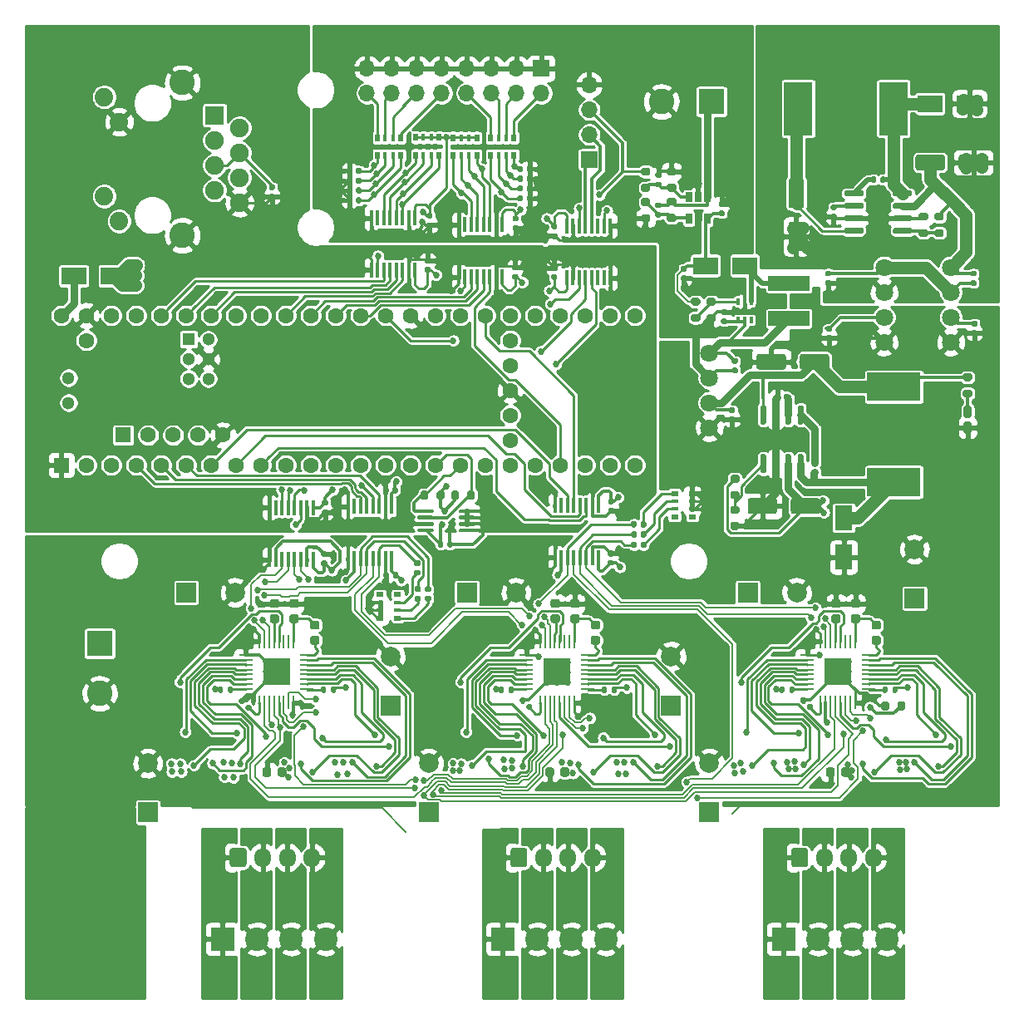
<source format=gtl>
G04 #@! TF.GenerationSoftware,KiCad,Pcbnew,5.1.9*
G04 #@! TF.CreationDate,2021-04-11T20:07:04-04:00*
G04 #@! TF.ProjectId,cnc-controller,636e632d-636f-46e7-9472-6f6c6c65722e,rev?*
G04 #@! TF.SameCoordinates,Original*
G04 #@! TF.FileFunction,Copper,L1,Top*
G04 #@! TF.FilePolarity,Positive*
%FSLAX46Y46*%
G04 Gerber Fmt 4.6, Leading zero omitted, Abs format (unit mm)*
G04 Created by KiCad (PCBNEW 5.1.9) date 2021-04-11 20:07:04*
%MOMM*%
%LPD*%
G01*
G04 APERTURE LIST*
G04 #@! TA.AperFunction,SMDPad,CuDef*
%ADD10R,0.500000X0.800000*%
G04 #@! TD*
G04 #@! TA.AperFunction,SMDPad,CuDef*
%ADD11R,0.400000X0.800000*%
G04 #@! TD*
G04 #@! TA.AperFunction,ComponentPad*
%ADD12C,2.600000*%
G04 #@! TD*
G04 #@! TA.AperFunction,ComponentPad*
%ADD13R,2.600000X2.600000*%
G04 #@! TD*
G04 #@! TA.AperFunction,SMDPad,CuDef*
%ADD14R,0.800000X0.500000*%
G04 #@! TD*
G04 #@! TA.AperFunction,SMDPad,CuDef*
%ADD15R,0.800000X0.400000*%
G04 #@! TD*
G04 #@! TA.AperFunction,SMDPad,CuDef*
%ADD16R,2.800000X2.800000*%
G04 #@! TD*
G04 #@! TA.AperFunction,SMDPad,CuDef*
%ADD17R,0.228600X1.473200*%
G04 #@! TD*
G04 #@! TA.AperFunction,SMDPad,CuDef*
%ADD18R,1.473200X0.228600*%
G04 #@! TD*
G04 #@! TA.AperFunction,SMDPad,CuDef*
%ADD19R,0.650000X1.060000*%
G04 #@! TD*
G04 #@! TA.AperFunction,SMDPad,CuDef*
%ADD20R,0.400000X0.650000*%
G04 #@! TD*
G04 #@! TA.AperFunction,SMDPad,CuDef*
%ADD21R,0.410000X1.600000*%
G04 #@! TD*
G04 #@! TA.AperFunction,ComponentPad*
%ADD22C,1.300000*%
G04 #@! TD*
G04 #@! TA.AperFunction,ComponentPad*
%ADD23C,1.600000*%
G04 #@! TD*
G04 #@! TA.AperFunction,ComponentPad*
%ADD24R,1.300000X1.300000*%
G04 #@! TD*
G04 #@! TA.AperFunction,ComponentPad*
%ADD25R,1.600000X1.600000*%
G04 #@! TD*
G04 #@! TA.AperFunction,ComponentPad*
%ADD26C,1.800000*%
G04 #@! TD*
G04 #@! TA.AperFunction,SMDPad,CuDef*
%ADD27R,4.200000X1.500000*%
G04 #@! TD*
G04 #@! TA.AperFunction,SMDPad,CuDef*
%ADD28R,2.900000X5.400000*%
G04 #@! TD*
G04 #@! TA.AperFunction,SMDPad,CuDef*
%ADD29R,5.400000X2.900000*%
G04 #@! TD*
G04 #@! TA.AperFunction,ComponentPad*
%ADD30C,2.400000*%
G04 #@! TD*
G04 #@! TA.AperFunction,ComponentPad*
%ADD31R,2.400000X2.400000*%
G04 #@! TD*
G04 #@! TA.AperFunction,ComponentPad*
%ADD32O,1.700000X1.950000*%
G04 #@! TD*
G04 #@! TA.AperFunction,ComponentPad*
%ADD33C,1.890000*%
G04 #@! TD*
G04 #@! TA.AperFunction,ComponentPad*
%ADD34C,1.900000*%
G04 #@! TD*
G04 #@! TA.AperFunction,ComponentPad*
%ADD35R,1.900000X1.900000*%
G04 #@! TD*
G04 #@! TA.AperFunction,ComponentPad*
%ADD36O,1.700000X1.700000*%
G04 #@! TD*
G04 #@! TA.AperFunction,ComponentPad*
%ADD37R,1.700000X1.700000*%
G04 #@! TD*
G04 #@! TA.AperFunction,SMDPad,CuDef*
%ADD38R,2.500000X1.800000*%
G04 #@! TD*
G04 #@! TA.AperFunction,SMDPad,CuDef*
%ADD39R,1.800000X2.500000*%
G04 #@! TD*
G04 #@! TA.AperFunction,ComponentPad*
%ADD40C,2.000000*%
G04 #@! TD*
G04 #@! TA.AperFunction,ComponentPad*
%ADD41R,2.000000X2.000000*%
G04 #@! TD*
G04 #@! TA.AperFunction,ViaPad*
%ADD42C,0.685800*%
G04 #@! TD*
G04 #@! TA.AperFunction,Conductor*
%ADD43C,0.250000*%
G04 #@! TD*
G04 #@! TA.AperFunction,Conductor*
%ADD44C,0.300000*%
G04 #@! TD*
G04 #@! TA.AperFunction,Conductor*
%ADD45C,1.250000*%
G04 #@! TD*
G04 #@! TA.AperFunction,Conductor*
%ADD46C,0.500000*%
G04 #@! TD*
G04 #@! TA.AperFunction,Conductor*
%ADD47C,0.750000*%
G04 #@! TD*
G04 #@! TA.AperFunction,Conductor*
%ADD48C,0.152400*%
G04 #@! TD*
G04 #@! TA.AperFunction,Conductor*
%ADD49C,0.200000*%
G04 #@! TD*
G04 #@! TA.AperFunction,Conductor*
%ADD50C,0.254000*%
G04 #@! TD*
G04 #@! TA.AperFunction,Conductor*
%ADD51C,0.100000*%
G04 #@! TD*
G04 APERTURE END LIST*
D10*
X50575000Y-50850000D03*
D11*
X49775000Y-50850000D03*
D10*
X48175000Y-50850000D03*
D11*
X48975000Y-50850000D03*
D10*
X50575000Y-52650000D03*
D11*
X48975000Y-52650000D03*
X49775000Y-52650000D03*
D10*
X48175000Y-52650000D03*
X54400000Y-50875000D03*
D11*
X53600000Y-50875000D03*
D10*
X52000000Y-50875000D03*
D11*
X52800000Y-50875000D03*
D10*
X54400000Y-52675000D03*
D11*
X52800000Y-52675000D03*
X53600000Y-52675000D03*
D10*
X52000000Y-52675000D03*
D12*
X73220000Y-47200000D03*
D13*
X78300000Y-47200000D03*
D14*
X76350000Y-89500000D03*
D15*
X76350000Y-88700000D03*
D14*
X76350000Y-87100000D03*
D15*
X76350000Y-87900000D03*
D14*
X74550000Y-89500000D03*
D15*
X74550000Y-87900000D03*
X74550000Y-88700000D03*
D14*
X74550000Y-87100000D03*
X44550000Y-97400000D03*
D15*
X44550000Y-98200000D03*
D14*
X44550000Y-99800000D03*
D15*
X44550000Y-99000000D03*
D14*
X46350000Y-97400000D03*
D15*
X46350000Y-99000000D03*
X46350000Y-98200000D03*
D14*
X46350000Y-99800000D03*
D10*
X46675000Y-50875000D03*
D11*
X45875000Y-50875000D03*
D10*
X44275000Y-50875000D03*
D11*
X45075000Y-50875000D03*
D10*
X46675000Y-52675000D03*
D11*
X45075000Y-52675000D03*
X45875000Y-52675000D03*
D10*
X44275000Y-52675000D03*
X58200000Y-50875000D03*
D11*
X57400000Y-50875000D03*
D10*
X55800000Y-50875000D03*
D11*
X56600000Y-50875000D03*
D10*
X58200000Y-52675000D03*
D11*
X56600000Y-52675000D03*
X57400000Y-52675000D03*
D10*
X55800000Y-52675000D03*
D16*
X91200000Y-105300000D03*
D17*
X89450001Y-102175800D03*
X89950000Y-102175800D03*
X90449999Y-102175800D03*
X90950000Y-102175800D03*
X91450000Y-102175800D03*
X91950001Y-102175800D03*
X92450000Y-102175800D03*
X92949999Y-102175800D03*
D18*
X94324200Y-103550001D03*
X94324200Y-104050000D03*
X94324200Y-104549999D03*
X94324200Y-105050000D03*
X94324200Y-105550000D03*
X94324200Y-106050001D03*
X94324200Y-106550000D03*
X94324200Y-107049999D03*
D17*
X92949999Y-108424200D03*
X92450000Y-108424200D03*
X91950001Y-108424200D03*
X91450000Y-108424200D03*
X90950000Y-108424200D03*
X90449999Y-108424200D03*
X89950000Y-108424200D03*
X89450001Y-108424200D03*
D18*
X88075800Y-107049999D03*
X88075800Y-106550000D03*
X88075800Y-106050001D03*
X88075800Y-105550000D03*
X88075800Y-105050000D03*
X88075800Y-104549999D03*
X88075800Y-104050000D03*
X88075800Y-103550001D03*
D16*
X62600000Y-105300000D03*
D17*
X60850001Y-102175800D03*
X61350000Y-102175800D03*
X61849999Y-102175800D03*
X62350000Y-102175800D03*
X62850000Y-102175800D03*
X63350001Y-102175800D03*
X63850000Y-102175800D03*
X64349999Y-102175800D03*
D18*
X65724200Y-103550001D03*
X65724200Y-104050000D03*
X65724200Y-104549999D03*
X65724200Y-105050000D03*
X65724200Y-105550000D03*
X65724200Y-106050001D03*
X65724200Y-106550000D03*
X65724200Y-107049999D03*
D17*
X64349999Y-108424200D03*
X63850000Y-108424200D03*
X63350001Y-108424200D03*
X62850000Y-108424200D03*
X62350000Y-108424200D03*
X61849999Y-108424200D03*
X61350000Y-108424200D03*
X60850001Y-108424200D03*
D18*
X59475800Y-107049999D03*
X59475800Y-106550000D03*
X59475800Y-106050001D03*
X59475800Y-105550000D03*
X59475800Y-105050000D03*
X59475800Y-104549999D03*
X59475800Y-104050000D03*
X59475800Y-103550001D03*
D16*
X34000000Y-105300000D03*
D17*
X32250001Y-102175800D03*
X32750000Y-102175800D03*
X33249999Y-102175800D03*
X33750000Y-102175800D03*
X34250000Y-102175800D03*
X34750001Y-102175800D03*
X35250000Y-102175800D03*
X35749999Y-102175800D03*
D18*
X37124200Y-103550001D03*
X37124200Y-104050000D03*
X37124200Y-104549999D03*
X37124200Y-105050000D03*
X37124200Y-105550000D03*
X37124200Y-106050001D03*
X37124200Y-106550000D03*
X37124200Y-107049999D03*
D17*
X35749999Y-108424200D03*
X35250000Y-108424200D03*
X34750001Y-108424200D03*
X34250000Y-108424200D03*
X33750000Y-108424200D03*
X33249999Y-108424200D03*
X32750000Y-108424200D03*
X32250001Y-108424200D03*
D18*
X30875800Y-107049999D03*
X30875800Y-106550000D03*
X30875800Y-106050001D03*
X30875800Y-105550000D03*
X30875800Y-105050000D03*
X30875800Y-104549999D03*
X30875800Y-104050000D03*
X30875800Y-103550001D03*
D19*
X77900000Y-59150000D03*
X76000000Y-59150000D03*
X76000000Y-56950000D03*
X76950000Y-56950000D03*
X77900000Y-56950000D03*
D20*
X82350000Y-69450000D03*
X81050000Y-69450000D03*
X81700000Y-67550000D03*
X81700000Y-69450000D03*
X81050000Y-67550000D03*
X82350000Y-67550000D03*
D21*
X66822500Y-93654300D03*
X66187500Y-93654300D03*
X65552500Y-93654300D03*
X64917500Y-93654300D03*
X64282500Y-93654300D03*
X63647500Y-93654300D03*
X63012500Y-93654300D03*
X62377500Y-93654300D03*
X62377500Y-88345700D03*
X63012500Y-88345700D03*
X63647500Y-88345700D03*
X64282500Y-88345700D03*
X64917500Y-88345700D03*
X65552500Y-88345700D03*
X66187500Y-88345700D03*
X66822500Y-88345700D03*
X45722500Y-93754300D03*
X45087500Y-93754300D03*
X44452500Y-93754300D03*
X43817500Y-93754300D03*
X43182500Y-93754300D03*
X42547500Y-93754300D03*
X41912500Y-93754300D03*
X41277500Y-93754300D03*
X41277500Y-88445700D03*
X41912500Y-88445700D03*
X42547500Y-88445700D03*
X43182500Y-88445700D03*
X43817500Y-88445700D03*
X44452500Y-88445700D03*
X45087500Y-88445700D03*
X45722500Y-88445700D03*
X37722500Y-93854300D03*
X37087500Y-93854300D03*
X36452500Y-93854300D03*
X35817500Y-93854300D03*
X35182500Y-93854300D03*
X34547500Y-93854300D03*
X33912500Y-93854300D03*
X33277500Y-93854300D03*
X33277500Y-88545700D03*
X33912500Y-88545700D03*
X34547500Y-88545700D03*
X35182500Y-88545700D03*
X35817500Y-88545700D03*
X36452500Y-88545700D03*
X37087500Y-88545700D03*
X37722500Y-88545700D03*
X63577500Y-59845700D03*
X64212500Y-59845700D03*
X64847500Y-59845700D03*
X65482500Y-59845700D03*
X66117500Y-59845700D03*
X66752500Y-59845700D03*
X67387500Y-59845700D03*
X68022500Y-59845700D03*
X68022500Y-65154300D03*
X67387500Y-65154300D03*
X66752500Y-65154300D03*
X66117500Y-65154300D03*
X65482500Y-65154300D03*
X64847500Y-65154300D03*
X64212500Y-65154300D03*
X63577500Y-65154300D03*
X57022500Y-65054300D03*
X56387500Y-65054300D03*
X55752500Y-65054300D03*
X55117500Y-65054300D03*
X54482500Y-65054300D03*
X53847500Y-65054300D03*
X53212500Y-65054300D03*
X52577500Y-65054300D03*
X52577500Y-59745700D03*
X53212500Y-59745700D03*
X53847500Y-59745700D03*
X54482500Y-59745700D03*
X55117500Y-59745700D03*
X55752500Y-59745700D03*
X56387500Y-59745700D03*
X57022500Y-59745700D03*
X48122500Y-64354300D03*
X47487500Y-64354300D03*
X46852500Y-64354300D03*
X46217500Y-64354300D03*
X45582500Y-64354300D03*
X44947500Y-64354300D03*
X44312500Y-64354300D03*
X43677500Y-64354300D03*
X43677500Y-59045700D03*
X44312500Y-59045700D03*
X44947500Y-59045700D03*
X45582500Y-59045700D03*
X46217500Y-59045700D03*
X46852500Y-59045700D03*
X47487500Y-59045700D03*
X48122500Y-59045700D03*
D22*
X12820000Y-75330000D03*
X12820000Y-77870000D03*
D23*
X57810000Y-71520000D03*
X57810000Y-74060000D03*
X57810000Y-76600000D03*
X57810000Y-79140000D03*
X57810000Y-81680000D03*
D22*
X25060000Y-75418400D03*
X27060000Y-75418400D03*
X27060000Y-73418400D03*
X25060000Y-73418400D03*
X27060000Y-71418400D03*
D24*
X25060000Y-71418400D03*
D23*
X52730000Y-84220000D03*
X55270000Y-84220000D03*
X57810000Y-84220000D03*
X60350000Y-84220000D03*
X50190000Y-84220000D03*
X47650000Y-84220000D03*
X45110000Y-84220000D03*
X62890000Y-84220000D03*
X65430000Y-84220000D03*
X67970000Y-84220000D03*
X70510000Y-84220000D03*
X70510000Y-68980000D03*
X67970000Y-68980000D03*
X65430000Y-68980000D03*
X62890000Y-68980000D03*
X60350000Y-68980000D03*
X57810000Y-68980000D03*
X55270000Y-68980000D03*
X52730000Y-68980000D03*
X50190000Y-68980000D03*
X47650000Y-68980000D03*
X42570000Y-84220000D03*
X40030000Y-84220000D03*
X37490000Y-84220000D03*
X34950000Y-84220000D03*
X32410000Y-84220000D03*
X29870000Y-84220000D03*
X27330000Y-84220000D03*
X24790000Y-84220000D03*
X22250000Y-84220000D03*
X19710000Y-84220000D03*
X17170000Y-84220000D03*
X14630000Y-84220000D03*
D25*
X12090000Y-84220000D03*
D23*
X45110000Y-68980000D03*
X42570000Y-68980000D03*
X40030000Y-68980000D03*
X37490000Y-68980000D03*
X34950000Y-68980000D03*
X32410000Y-68980000D03*
X29870000Y-68980000D03*
X27330000Y-68980000D03*
X24790000Y-68980000D03*
X22250000Y-68980000D03*
X19710000Y-68980000D03*
X17170000Y-68980000D03*
X14630000Y-68980000D03*
X12090000Y-68980000D03*
D25*
X18389200Y-81169200D03*
D23*
X20929200Y-81169200D03*
X23469200Y-81169200D03*
X26009200Y-81169200D03*
X28549200Y-81169200D03*
X14630000Y-71520000D03*
G04 #@! TA.AperFunction,SMDPad,CuDef*
G36*
G01*
X50000000Y-90775000D02*
X50000000Y-90975000D01*
G75*
G02*
X49900000Y-91075000I-100000J0D01*
G01*
X48475000Y-91075000D01*
G75*
G02*
X48375000Y-90975000I0J100000D01*
G01*
X48375000Y-90775000D01*
G75*
G02*
X48475000Y-90675000I100000J0D01*
G01*
X49900000Y-90675000D01*
G75*
G02*
X50000000Y-90775000I0J-100000D01*
G01*
G37*
G04 #@! TD.AperFunction*
G04 #@! TA.AperFunction,SMDPad,CuDef*
G36*
G01*
X50000000Y-90125000D02*
X50000000Y-90325000D01*
G75*
G02*
X49900000Y-90425000I-100000J0D01*
G01*
X48475000Y-90425000D01*
G75*
G02*
X48375000Y-90325000I0J100000D01*
G01*
X48375000Y-90125000D01*
G75*
G02*
X48475000Y-90025000I100000J0D01*
G01*
X49900000Y-90025000D01*
G75*
G02*
X50000000Y-90125000I0J-100000D01*
G01*
G37*
G04 #@! TD.AperFunction*
G04 #@! TA.AperFunction,SMDPad,CuDef*
G36*
G01*
X50000000Y-89475000D02*
X50000000Y-89675000D01*
G75*
G02*
X49900000Y-89775000I-100000J0D01*
G01*
X48475000Y-89775000D01*
G75*
G02*
X48375000Y-89675000I0J100000D01*
G01*
X48375000Y-89475000D01*
G75*
G02*
X48475000Y-89375000I100000J0D01*
G01*
X49900000Y-89375000D01*
G75*
G02*
X50000000Y-89475000I0J-100000D01*
G01*
G37*
G04 #@! TD.AperFunction*
G04 #@! TA.AperFunction,SMDPad,CuDef*
G36*
G01*
X50000000Y-88825000D02*
X50000000Y-89025000D01*
G75*
G02*
X49900000Y-89125000I-100000J0D01*
G01*
X48475000Y-89125000D01*
G75*
G02*
X48375000Y-89025000I0J100000D01*
G01*
X48375000Y-88825000D01*
G75*
G02*
X48475000Y-88725000I100000J0D01*
G01*
X49900000Y-88725000D01*
G75*
G02*
X50000000Y-88825000I0J-100000D01*
G01*
G37*
G04 #@! TD.AperFunction*
G04 #@! TA.AperFunction,SMDPad,CuDef*
G36*
G01*
X54225000Y-88825000D02*
X54225000Y-89025000D01*
G75*
G02*
X54125000Y-89125000I-100000J0D01*
G01*
X52700000Y-89125000D01*
G75*
G02*
X52600000Y-89025000I0J100000D01*
G01*
X52600000Y-88825000D01*
G75*
G02*
X52700000Y-88725000I100000J0D01*
G01*
X54125000Y-88725000D01*
G75*
G02*
X54225000Y-88825000I0J-100000D01*
G01*
G37*
G04 #@! TD.AperFunction*
G04 #@! TA.AperFunction,SMDPad,CuDef*
G36*
G01*
X54225000Y-89475000D02*
X54225000Y-89675000D01*
G75*
G02*
X54125000Y-89775000I-100000J0D01*
G01*
X52700000Y-89775000D01*
G75*
G02*
X52600000Y-89675000I0J100000D01*
G01*
X52600000Y-89475000D01*
G75*
G02*
X52700000Y-89375000I100000J0D01*
G01*
X54125000Y-89375000D01*
G75*
G02*
X54225000Y-89475000I0J-100000D01*
G01*
G37*
G04 #@! TD.AperFunction*
G04 #@! TA.AperFunction,SMDPad,CuDef*
G36*
G01*
X54225000Y-90125000D02*
X54225000Y-90325000D01*
G75*
G02*
X54125000Y-90425000I-100000J0D01*
G01*
X52700000Y-90425000D01*
G75*
G02*
X52600000Y-90325000I0J100000D01*
G01*
X52600000Y-90125000D01*
G75*
G02*
X52700000Y-90025000I100000J0D01*
G01*
X54125000Y-90025000D01*
G75*
G02*
X54225000Y-90125000I0J-100000D01*
G01*
G37*
G04 #@! TD.AperFunction*
G04 #@! TA.AperFunction,SMDPad,CuDef*
G36*
G01*
X54225000Y-90775000D02*
X54225000Y-90975000D01*
G75*
G02*
X54125000Y-91075000I-100000J0D01*
G01*
X52700000Y-91075000D01*
G75*
G02*
X52600000Y-90975000I0J100000D01*
G01*
X52600000Y-90775000D01*
G75*
G02*
X52700000Y-90675000I100000J0D01*
G01*
X54125000Y-90675000D01*
G75*
G02*
X54225000Y-90775000I0J-100000D01*
G01*
G37*
G04 #@! TD.AperFunction*
G04 #@! TA.AperFunction,SMDPad,CuDef*
G36*
G01*
X96800000Y-56695000D02*
X96800000Y-56395000D01*
G75*
G02*
X96950000Y-56245000I150000J0D01*
G01*
X98600000Y-56245000D01*
G75*
G02*
X98750000Y-56395000I0J-150000D01*
G01*
X98750000Y-56695000D01*
G75*
G02*
X98600000Y-56845000I-150000J0D01*
G01*
X96950000Y-56845000D01*
G75*
G02*
X96800000Y-56695000I0J150000D01*
G01*
G37*
G04 #@! TD.AperFunction*
G04 #@! TA.AperFunction,SMDPad,CuDef*
G36*
G01*
X96800000Y-57965000D02*
X96800000Y-57665000D01*
G75*
G02*
X96950000Y-57515000I150000J0D01*
G01*
X98600000Y-57515000D01*
G75*
G02*
X98750000Y-57665000I0J-150000D01*
G01*
X98750000Y-57965000D01*
G75*
G02*
X98600000Y-58115000I-150000J0D01*
G01*
X96950000Y-58115000D01*
G75*
G02*
X96800000Y-57965000I0J150000D01*
G01*
G37*
G04 #@! TD.AperFunction*
G04 #@! TA.AperFunction,SMDPad,CuDef*
G36*
G01*
X96800000Y-59235000D02*
X96800000Y-58935000D01*
G75*
G02*
X96950000Y-58785000I150000J0D01*
G01*
X98600000Y-58785000D01*
G75*
G02*
X98750000Y-58935000I0J-150000D01*
G01*
X98750000Y-59235000D01*
G75*
G02*
X98600000Y-59385000I-150000J0D01*
G01*
X96950000Y-59385000D01*
G75*
G02*
X96800000Y-59235000I0J150000D01*
G01*
G37*
G04 #@! TD.AperFunction*
G04 #@! TA.AperFunction,SMDPad,CuDef*
G36*
G01*
X96800000Y-60505000D02*
X96800000Y-60205000D01*
G75*
G02*
X96950000Y-60055000I150000J0D01*
G01*
X98600000Y-60055000D01*
G75*
G02*
X98750000Y-60205000I0J-150000D01*
G01*
X98750000Y-60505000D01*
G75*
G02*
X98600000Y-60655000I-150000J0D01*
G01*
X96950000Y-60655000D01*
G75*
G02*
X96800000Y-60505000I0J150000D01*
G01*
G37*
G04 #@! TD.AperFunction*
G04 #@! TA.AperFunction,SMDPad,CuDef*
G36*
G01*
X91850000Y-60505000D02*
X91850000Y-60205000D01*
G75*
G02*
X92000000Y-60055000I150000J0D01*
G01*
X93650000Y-60055000D01*
G75*
G02*
X93800000Y-60205000I0J-150000D01*
G01*
X93800000Y-60505000D01*
G75*
G02*
X93650000Y-60655000I-150000J0D01*
G01*
X92000000Y-60655000D01*
G75*
G02*
X91850000Y-60505000I0J150000D01*
G01*
G37*
G04 #@! TD.AperFunction*
G04 #@! TA.AperFunction,SMDPad,CuDef*
G36*
G01*
X91850000Y-59235000D02*
X91850000Y-58935000D01*
G75*
G02*
X92000000Y-58785000I150000J0D01*
G01*
X93650000Y-58785000D01*
G75*
G02*
X93800000Y-58935000I0J-150000D01*
G01*
X93800000Y-59235000D01*
G75*
G02*
X93650000Y-59385000I-150000J0D01*
G01*
X92000000Y-59385000D01*
G75*
G02*
X91850000Y-59235000I0J150000D01*
G01*
G37*
G04 #@! TD.AperFunction*
G04 #@! TA.AperFunction,SMDPad,CuDef*
G36*
G01*
X91850000Y-57965000D02*
X91850000Y-57665000D01*
G75*
G02*
X92000000Y-57515000I150000J0D01*
G01*
X93650000Y-57515000D01*
G75*
G02*
X93800000Y-57665000I0J-150000D01*
G01*
X93800000Y-57965000D01*
G75*
G02*
X93650000Y-58115000I-150000J0D01*
G01*
X92000000Y-58115000D01*
G75*
G02*
X91850000Y-57965000I0J150000D01*
G01*
G37*
G04 #@! TD.AperFunction*
G04 #@! TA.AperFunction,SMDPad,CuDef*
G36*
G01*
X91850000Y-56695000D02*
X91850000Y-56395000D01*
G75*
G02*
X92000000Y-56245000I150000J0D01*
G01*
X93650000Y-56245000D01*
G75*
G02*
X93800000Y-56395000I0J-150000D01*
G01*
X93800000Y-56695000D01*
G75*
G02*
X93650000Y-56845000I-150000J0D01*
G01*
X92000000Y-56845000D01*
G75*
G02*
X91850000Y-56695000I0J150000D01*
G01*
G37*
G04 #@! TD.AperFunction*
D26*
X78100000Y-72790000D03*
X78100000Y-75330000D03*
X78100000Y-77870000D03*
X78100000Y-80410000D03*
X95900000Y-64090000D03*
X95900000Y-66630000D03*
X95900000Y-69170000D03*
X95900000Y-71710000D03*
X102700000Y-64090000D03*
X102700000Y-66630000D03*
X102700000Y-69170000D03*
X102700000Y-71710000D03*
G04 #@! TA.AperFunction,SMDPad,CuDef*
G36*
G01*
X87255000Y-83100000D02*
X87555000Y-83100000D01*
G75*
G02*
X87705000Y-83250000I0J-150000D01*
G01*
X87705000Y-84900000D01*
G75*
G02*
X87555000Y-85050000I-150000J0D01*
G01*
X87255000Y-85050000D01*
G75*
G02*
X87105000Y-84900000I0J150000D01*
G01*
X87105000Y-83250000D01*
G75*
G02*
X87255000Y-83100000I150000J0D01*
G01*
G37*
G04 #@! TD.AperFunction*
G04 #@! TA.AperFunction,SMDPad,CuDef*
G36*
G01*
X85985000Y-83100000D02*
X86285000Y-83100000D01*
G75*
G02*
X86435000Y-83250000I0J-150000D01*
G01*
X86435000Y-84900000D01*
G75*
G02*
X86285000Y-85050000I-150000J0D01*
G01*
X85985000Y-85050000D01*
G75*
G02*
X85835000Y-84900000I0J150000D01*
G01*
X85835000Y-83250000D01*
G75*
G02*
X85985000Y-83100000I150000J0D01*
G01*
G37*
G04 #@! TD.AperFunction*
G04 #@! TA.AperFunction,SMDPad,CuDef*
G36*
G01*
X84715000Y-83100000D02*
X85015000Y-83100000D01*
G75*
G02*
X85165000Y-83250000I0J-150000D01*
G01*
X85165000Y-84900000D01*
G75*
G02*
X85015000Y-85050000I-150000J0D01*
G01*
X84715000Y-85050000D01*
G75*
G02*
X84565000Y-84900000I0J150000D01*
G01*
X84565000Y-83250000D01*
G75*
G02*
X84715000Y-83100000I150000J0D01*
G01*
G37*
G04 #@! TD.AperFunction*
G04 #@! TA.AperFunction,SMDPad,CuDef*
G36*
G01*
X83445000Y-83100000D02*
X83745000Y-83100000D01*
G75*
G02*
X83895000Y-83250000I0J-150000D01*
G01*
X83895000Y-84900000D01*
G75*
G02*
X83745000Y-85050000I-150000J0D01*
G01*
X83445000Y-85050000D01*
G75*
G02*
X83295000Y-84900000I0J150000D01*
G01*
X83295000Y-83250000D01*
G75*
G02*
X83445000Y-83100000I150000J0D01*
G01*
G37*
G04 #@! TD.AperFunction*
G04 #@! TA.AperFunction,SMDPad,CuDef*
G36*
G01*
X83445000Y-78150000D02*
X83745000Y-78150000D01*
G75*
G02*
X83895000Y-78300000I0J-150000D01*
G01*
X83895000Y-79950000D01*
G75*
G02*
X83745000Y-80100000I-150000J0D01*
G01*
X83445000Y-80100000D01*
G75*
G02*
X83295000Y-79950000I0J150000D01*
G01*
X83295000Y-78300000D01*
G75*
G02*
X83445000Y-78150000I150000J0D01*
G01*
G37*
G04 #@! TD.AperFunction*
G04 #@! TA.AperFunction,SMDPad,CuDef*
G36*
G01*
X84715000Y-78150000D02*
X85015000Y-78150000D01*
G75*
G02*
X85165000Y-78300000I0J-150000D01*
G01*
X85165000Y-79950000D01*
G75*
G02*
X85015000Y-80100000I-150000J0D01*
G01*
X84715000Y-80100000D01*
G75*
G02*
X84565000Y-79950000I0J150000D01*
G01*
X84565000Y-78300000D01*
G75*
G02*
X84715000Y-78150000I150000J0D01*
G01*
G37*
G04 #@! TD.AperFunction*
G04 #@! TA.AperFunction,SMDPad,CuDef*
G36*
G01*
X85985000Y-78150000D02*
X86285000Y-78150000D01*
G75*
G02*
X86435000Y-78300000I0J-150000D01*
G01*
X86435000Y-79950000D01*
G75*
G02*
X86285000Y-80100000I-150000J0D01*
G01*
X85985000Y-80100000D01*
G75*
G02*
X85835000Y-79950000I0J150000D01*
G01*
X85835000Y-78300000D01*
G75*
G02*
X85985000Y-78150000I150000J0D01*
G01*
G37*
G04 #@! TD.AperFunction*
G04 #@! TA.AperFunction,SMDPad,CuDef*
G36*
G01*
X87255000Y-78150000D02*
X87555000Y-78150000D01*
G75*
G02*
X87705000Y-78300000I0J-150000D01*
G01*
X87705000Y-79950000D01*
G75*
G02*
X87555000Y-80100000I-150000J0D01*
G01*
X87255000Y-80100000D01*
G75*
G02*
X87105000Y-79950000I0J150000D01*
G01*
X87105000Y-78300000D01*
G75*
G02*
X87255000Y-78150000I150000J0D01*
G01*
G37*
G04 #@! TD.AperFunction*
G04 #@! TA.AperFunction,SMDPad,CuDef*
G36*
G01*
X96740000Y-107285000D02*
X96740000Y-106915000D01*
G75*
G02*
X96875000Y-106780000I135000J0D01*
G01*
X97145000Y-106780000D01*
G75*
G02*
X97280000Y-106915000I0J-135000D01*
G01*
X97280000Y-107285000D01*
G75*
G02*
X97145000Y-107420000I-135000J0D01*
G01*
X96875000Y-107420000D01*
G75*
G02*
X96740000Y-107285000I0J135000D01*
G01*
G37*
G04 #@! TD.AperFunction*
G04 #@! TA.AperFunction,SMDPad,CuDef*
G36*
G01*
X95720000Y-107285000D02*
X95720000Y-106915000D01*
G75*
G02*
X95855000Y-106780000I135000J0D01*
G01*
X96125000Y-106780000D01*
G75*
G02*
X96260000Y-106915000I0J-135000D01*
G01*
X96260000Y-107285000D01*
G75*
G02*
X96125000Y-107420000I-135000J0D01*
G01*
X95855000Y-107420000D01*
G75*
G02*
X95720000Y-107285000I0J135000D01*
G01*
G37*
G04 #@! TD.AperFunction*
G04 #@! TA.AperFunction,SMDPad,CuDef*
G36*
G01*
X85760000Y-106915000D02*
X85760000Y-107285000D01*
G75*
G02*
X85625000Y-107420000I-135000J0D01*
G01*
X85355000Y-107420000D01*
G75*
G02*
X85220000Y-107285000I0J135000D01*
G01*
X85220000Y-106915000D01*
G75*
G02*
X85355000Y-106780000I135000J0D01*
G01*
X85625000Y-106780000D01*
G75*
G02*
X85760000Y-106915000I0J-135000D01*
G01*
G37*
G04 #@! TD.AperFunction*
G04 #@! TA.AperFunction,SMDPad,CuDef*
G36*
G01*
X86780000Y-106915000D02*
X86780000Y-107285000D01*
G75*
G02*
X86645000Y-107420000I-135000J0D01*
G01*
X86375000Y-107420000D01*
G75*
G02*
X86240000Y-107285000I0J135000D01*
G01*
X86240000Y-106915000D01*
G75*
G02*
X86375000Y-106780000I135000J0D01*
G01*
X86645000Y-106780000D01*
G75*
G02*
X86780000Y-106915000I0J-135000D01*
G01*
G37*
G04 #@! TD.AperFunction*
G04 #@! TA.AperFunction,SMDPad,CuDef*
G36*
G01*
X68140000Y-107285000D02*
X68140000Y-106915000D01*
G75*
G02*
X68275000Y-106780000I135000J0D01*
G01*
X68545000Y-106780000D01*
G75*
G02*
X68680000Y-106915000I0J-135000D01*
G01*
X68680000Y-107285000D01*
G75*
G02*
X68545000Y-107420000I-135000J0D01*
G01*
X68275000Y-107420000D01*
G75*
G02*
X68140000Y-107285000I0J135000D01*
G01*
G37*
G04 #@! TD.AperFunction*
G04 #@! TA.AperFunction,SMDPad,CuDef*
G36*
G01*
X67120000Y-107285000D02*
X67120000Y-106915000D01*
G75*
G02*
X67255000Y-106780000I135000J0D01*
G01*
X67525000Y-106780000D01*
G75*
G02*
X67660000Y-106915000I0J-135000D01*
G01*
X67660000Y-107285000D01*
G75*
G02*
X67525000Y-107420000I-135000J0D01*
G01*
X67255000Y-107420000D01*
G75*
G02*
X67120000Y-107285000I0J135000D01*
G01*
G37*
G04 #@! TD.AperFunction*
G04 #@! TA.AperFunction,SMDPad,CuDef*
G36*
G01*
X57160000Y-106915000D02*
X57160000Y-107285000D01*
G75*
G02*
X57025000Y-107420000I-135000J0D01*
G01*
X56755000Y-107420000D01*
G75*
G02*
X56620000Y-107285000I0J135000D01*
G01*
X56620000Y-106915000D01*
G75*
G02*
X56755000Y-106780000I135000J0D01*
G01*
X57025000Y-106780000D01*
G75*
G02*
X57160000Y-106915000I0J-135000D01*
G01*
G37*
G04 #@! TD.AperFunction*
G04 #@! TA.AperFunction,SMDPad,CuDef*
G36*
G01*
X58180000Y-106915000D02*
X58180000Y-107285000D01*
G75*
G02*
X58045000Y-107420000I-135000J0D01*
G01*
X57775000Y-107420000D01*
G75*
G02*
X57640000Y-107285000I0J135000D01*
G01*
X57640000Y-106915000D01*
G75*
G02*
X57775000Y-106780000I135000J0D01*
G01*
X58045000Y-106780000D01*
G75*
G02*
X58180000Y-106915000I0J-135000D01*
G01*
G37*
G04 #@! TD.AperFunction*
G04 #@! TA.AperFunction,SMDPad,CuDef*
G36*
G01*
X39540000Y-107285000D02*
X39540000Y-106915000D01*
G75*
G02*
X39675000Y-106780000I135000J0D01*
G01*
X39945000Y-106780000D01*
G75*
G02*
X40080000Y-106915000I0J-135000D01*
G01*
X40080000Y-107285000D01*
G75*
G02*
X39945000Y-107420000I-135000J0D01*
G01*
X39675000Y-107420000D01*
G75*
G02*
X39540000Y-107285000I0J135000D01*
G01*
G37*
G04 #@! TD.AperFunction*
G04 #@! TA.AperFunction,SMDPad,CuDef*
G36*
G01*
X38520000Y-107285000D02*
X38520000Y-106915000D01*
G75*
G02*
X38655000Y-106780000I135000J0D01*
G01*
X38925000Y-106780000D01*
G75*
G02*
X39060000Y-106915000I0J-135000D01*
G01*
X39060000Y-107285000D01*
G75*
G02*
X38925000Y-107420000I-135000J0D01*
G01*
X38655000Y-107420000D01*
G75*
G02*
X38520000Y-107285000I0J135000D01*
G01*
G37*
G04 #@! TD.AperFunction*
G04 #@! TA.AperFunction,SMDPad,CuDef*
G36*
G01*
X28560000Y-106915000D02*
X28560000Y-107285000D01*
G75*
G02*
X28425000Y-107420000I-135000J0D01*
G01*
X28155000Y-107420000D01*
G75*
G02*
X28020000Y-107285000I0J135000D01*
G01*
X28020000Y-106915000D01*
G75*
G02*
X28155000Y-106780000I135000J0D01*
G01*
X28425000Y-106780000D01*
G75*
G02*
X28560000Y-106915000I0J-135000D01*
G01*
G37*
G04 #@! TD.AperFunction*
G04 #@! TA.AperFunction,SMDPad,CuDef*
G36*
G01*
X29580000Y-106915000D02*
X29580000Y-107285000D01*
G75*
G02*
X29445000Y-107420000I-135000J0D01*
G01*
X29175000Y-107420000D01*
G75*
G02*
X29040000Y-107285000I0J135000D01*
G01*
X29040000Y-106915000D01*
G75*
G02*
X29175000Y-106780000I135000J0D01*
G01*
X29445000Y-106780000D01*
G75*
G02*
X29580000Y-106915000I0J-135000D01*
G01*
G37*
G04 #@! TD.AperFunction*
G04 #@! TA.AperFunction,SMDPad,CuDef*
G36*
G01*
X96425000Y-108475000D02*
X96425000Y-109025000D01*
G75*
G02*
X96225000Y-109225000I-200000J0D01*
G01*
X95825000Y-109225000D01*
G75*
G02*
X95625000Y-109025000I0J200000D01*
G01*
X95625000Y-108475000D01*
G75*
G02*
X95825000Y-108275000I200000J0D01*
G01*
X96225000Y-108275000D01*
G75*
G02*
X96425000Y-108475000I0J-200000D01*
G01*
G37*
G04 #@! TD.AperFunction*
G04 #@! TA.AperFunction,SMDPad,CuDef*
G36*
G01*
X98075000Y-108475000D02*
X98075000Y-109025000D01*
G75*
G02*
X97875000Y-109225000I-200000J0D01*
G01*
X97475000Y-109225000D01*
G75*
G02*
X97275000Y-109025000I0J200000D01*
G01*
X97275000Y-108475000D01*
G75*
G02*
X97475000Y-108275000I200000J0D01*
G01*
X97875000Y-108275000D01*
G75*
G02*
X98075000Y-108475000I0J-200000D01*
G01*
G37*
G04 #@! TD.AperFunction*
G04 #@! TA.AperFunction,SMDPad,CuDef*
G36*
G01*
X104125000Y-76525000D02*
X104675000Y-76525000D01*
G75*
G02*
X104875000Y-76725000I0J-200000D01*
G01*
X104875000Y-77125000D01*
G75*
G02*
X104675000Y-77325000I-200000J0D01*
G01*
X104125000Y-77325000D01*
G75*
G02*
X103925000Y-77125000I0J200000D01*
G01*
X103925000Y-76725000D01*
G75*
G02*
X104125000Y-76525000I200000J0D01*
G01*
G37*
G04 #@! TD.AperFunction*
G04 #@! TA.AperFunction,SMDPad,CuDef*
G36*
G01*
X104125000Y-74875000D02*
X104675000Y-74875000D01*
G75*
G02*
X104875000Y-75075000I0J-200000D01*
G01*
X104875000Y-75475000D01*
G75*
G02*
X104675000Y-75675000I-200000J0D01*
G01*
X104125000Y-75675000D01*
G75*
G02*
X103925000Y-75475000I0J200000D01*
G01*
X103925000Y-75075000D01*
G75*
G02*
X104125000Y-74875000I200000J0D01*
G01*
G37*
G04 #@! TD.AperFunction*
G04 #@! TA.AperFunction,SMDPad,CuDef*
G36*
G01*
X74525000Y-57800000D02*
X73975000Y-57800000D01*
G75*
G02*
X73775000Y-57600000I0J200000D01*
G01*
X73775000Y-57200000D01*
G75*
G02*
X73975000Y-57000000I200000J0D01*
G01*
X74525000Y-57000000D01*
G75*
G02*
X74725000Y-57200000I0J-200000D01*
G01*
X74725000Y-57600000D01*
G75*
G02*
X74525000Y-57800000I-200000J0D01*
G01*
G37*
G04 #@! TD.AperFunction*
G04 #@! TA.AperFunction,SMDPad,CuDef*
G36*
G01*
X74525000Y-59450000D02*
X73975000Y-59450000D01*
G75*
G02*
X73775000Y-59250000I0J200000D01*
G01*
X73775000Y-58850000D01*
G75*
G02*
X73975000Y-58650000I200000J0D01*
G01*
X74525000Y-58650000D01*
G75*
G02*
X74725000Y-58850000I0J-200000D01*
G01*
X74725000Y-59250000D01*
G75*
G02*
X74525000Y-59450000I-200000J0D01*
G01*
G37*
G04 #@! TD.AperFunction*
G04 #@! TA.AperFunction,SMDPad,CuDef*
G36*
G01*
X78025000Y-68825000D02*
X78575000Y-68825000D01*
G75*
G02*
X78775000Y-69025000I0J-200000D01*
G01*
X78775000Y-69425000D01*
G75*
G02*
X78575000Y-69625000I-200000J0D01*
G01*
X78025000Y-69625000D01*
G75*
G02*
X77825000Y-69425000I0J200000D01*
G01*
X77825000Y-69025000D01*
G75*
G02*
X78025000Y-68825000I200000J0D01*
G01*
G37*
G04 #@! TD.AperFunction*
G04 #@! TA.AperFunction,SMDPad,CuDef*
G36*
G01*
X78025000Y-67175000D02*
X78575000Y-67175000D01*
G75*
G02*
X78775000Y-67375000I0J-200000D01*
G01*
X78775000Y-67775000D01*
G75*
G02*
X78575000Y-67975000I-200000J0D01*
G01*
X78025000Y-67975000D01*
G75*
G02*
X77825000Y-67775000I0J200000D01*
G01*
X77825000Y-67375000D01*
G75*
G02*
X78025000Y-67175000I200000J0D01*
G01*
G37*
G04 #@! TD.AperFunction*
G04 #@! TA.AperFunction,SMDPad,CuDef*
G36*
G01*
X76425000Y-68825000D02*
X76975000Y-68825000D01*
G75*
G02*
X77175000Y-69025000I0J-200000D01*
G01*
X77175000Y-69425000D01*
G75*
G02*
X76975000Y-69625000I-200000J0D01*
G01*
X76425000Y-69625000D01*
G75*
G02*
X76225000Y-69425000I0J200000D01*
G01*
X76225000Y-69025000D01*
G75*
G02*
X76425000Y-68825000I200000J0D01*
G01*
G37*
G04 #@! TD.AperFunction*
G04 #@! TA.AperFunction,SMDPad,CuDef*
G36*
G01*
X76425000Y-67175000D02*
X76975000Y-67175000D01*
G75*
G02*
X77175000Y-67375000I0J-200000D01*
G01*
X77175000Y-67775000D01*
G75*
G02*
X76975000Y-67975000I-200000J0D01*
G01*
X76425000Y-67975000D01*
G75*
G02*
X76225000Y-67775000I0J200000D01*
G01*
X76225000Y-67375000D01*
G75*
G02*
X76425000Y-67175000I200000J0D01*
G01*
G37*
G04 #@! TD.AperFunction*
G04 #@! TA.AperFunction,SMDPad,CuDef*
G36*
G01*
X71325000Y-58675000D02*
X71875000Y-58675000D01*
G75*
G02*
X72075000Y-58875000I0J-200000D01*
G01*
X72075000Y-59275000D01*
G75*
G02*
X71875000Y-59475000I-200000J0D01*
G01*
X71325000Y-59475000D01*
G75*
G02*
X71125000Y-59275000I0J200000D01*
G01*
X71125000Y-58875000D01*
G75*
G02*
X71325000Y-58675000I200000J0D01*
G01*
G37*
G04 #@! TD.AperFunction*
G04 #@! TA.AperFunction,SMDPad,CuDef*
G36*
G01*
X71325000Y-57025000D02*
X71875000Y-57025000D01*
G75*
G02*
X72075000Y-57225000I0J-200000D01*
G01*
X72075000Y-57625000D01*
G75*
G02*
X71875000Y-57825000I-200000J0D01*
G01*
X71325000Y-57825000D01*
G75*
G02*
X71125000Y-57625000I0J200000D01*
G01*
X71125000Y-57225000D01*
G75*
G02*
X71325000Y-57025000I200000J0D01*
G01*
G37*
G04 #@! TD.AperFunction*
G04 #@! TA.AperFunction,SMDPad,CuDef*
G36*
G01*
X74525000Y-54725000D02*
X73975000Y-54725000D01*
G75*
G02*
X73775000Y-54525000I0J200000D01*
G01*
X73775000Y-54125000D01*
G75*
G02*
X73975000Y-53925000I200000J0D01*
G01*
X74525000Y-53925000D01*
G75*
G02*
X74725000Y-54125000I0J-200000D01*
G01*
X74725000Y-54525000D01*
G75*
G02*
X74525000Y-54725000I-200000J0D01*
G01*
G37*
G04 #@! TD.AperFunction*
G04 #@! TA.AperFunction,SMDPad,CuDef*
G36*
G01*
X74525000Y-56375000D02*
X73975000Y-56375000D01*
G75*
G02*
X73775000Y-56175000I0J200000D01*
G01*
X73775000Y-55775000D01*
G75*
G02*
X73975000Y-55575000I200000J0D01*
G01*
X74525000Y-55575000D01*
G75*
G02*
X74725000Y-55775000I0J-200000D01*
G01*
X74725000Y-56175000D01*
G75*
G02*
X74525000Y-56375000I-200000J0D01*
G01*
G37*
G04 #@! TD.AperFunction*
G04 #@! TA.AperFunction,SMDPad,CuDef*
G36*
G01*
X71325000Y-55575000D02*
X71875000Y-55575000D01*
G75*
G02*
X72075000Y-55775000I0J-200000D01*
G01*
X72075000Y-56175000D01*
G75*
G02*
X71875000Y-56375000I-200000J0D01*
G01*
X71325000Y-56375000D01*
G75*
G02*
X71125000Y-56175000I0J200000D01*
G01*
X71125000Y-55775000D01*
G75*
G02*
X71325000Y-55575000I200000J0D01*
G01*
G37*
G04 #@! TD.AperFunction*
G04 #@! TA.AperFunction,SMDPad,CuDef*
G36*
G01*
X71325000Y-53925000D02*
X71875000Y-53925000D01*
G75*
G02*
X72075000Y-54125000I0J-200000D01*
G01*
X72075000Y-54525000D01*
G75*
G02*
X71875000Y-54725000I-200000J0D01*
G01*
X71325000Y-54725000D01*
G75*
G02*
X71125000Y-54525000I0J200000D01*
G01*
X71125000Y-54125000D01*
G75*
G02*
X71325000Y-53925000I200000J0D01*
G01*
G37*
G04 #@! TD.AperFunction*
G04 #@! TA.AperFunction,SMDPad,CuDef*
G36*
G01*
X53425000Y-87575000D02*
X53425000Y-87025000D01*
G75*
G02*
X53625000Y-86825000I200000J0D01*
G01*
X54025000Y-86825000D01*
G75*
G02*
X54225000Y-87025000I0J-200000D01*
G01*
X54225000Y-87575000D01*
G75*
G02*
X54025000Y-87775000I-200000J0D01*
G01*
X53625000Y-87775000D01*
G75*
G02*
X53425000Y-87575000I0J200000D01*
G01*
G37*
G04 #@! TD.AperFunction*
G04 #@! TA.AperFunction,SMDPad,CuDef*
G36*
G01*
X51775000Y-87575000D02*
X51775000Y-87025000D01*
G75*
G02*
X51975000Y-86825000I200000J0D01*
G01*
X52375000Y-86825000D01*
G75*
G02*
X52575000Y-87025000I0J-200000D01*
G01*
X52575000Y-87575000D01*
G75*
G02*
X52375000Y-87775000I-200000J0D01*
G01*
X51975000Y-87775000D01*
G75*
G02*
X51775000Y-87575000I0J200000D01*
G01*
G37*
G04 #@! TD.AperFunction*
G04 #@! TA.AperFunction,SMDPad,CuDef*
G36*
G01*
X49475000Y-87025000D02*
X49475000Y-87575000D01*
G75*
G02*
X49275000Y-87775000I-200000J0D01*
G01*
X48875000Y-87775000D01*
G75*
G02*
X48675000Y-87575000I0J200000D01*
G01*
X48675000Y-87025000D01*
G75*
G02*
X48875000Y-86825000I200000J0D01*
G01*
X49275000Y-86825000D01*
G75*
G02*
X49475000Y-87025000I0J-200000D01*
G01*
G37*
G04 #@! TD.AperFunction*
G04 #@! TA.AperFunction,SMDPad,CuDef*
G36*
G01*
X51125000Y-87025000D02*
X51125000Y-87575000D01*
G75*
G02*
X50925000Y-87775000I-200000J0D01*
G01*
X50525000Y-87775000D01*
G75*
G02*
X50325000Y-87575000I0J200000D01*
G01*
X50325000Y-87025000D01*
G75*
G02*
X50525000Y-86825000I200000J0D01*
G01*
X50925000Y-86825000D01*
G75*
G02*
X51125000Y-87025000I0J-200000D01*
G01*
G37*
G04 #@! TD.AperFunction*
G04 #@! TA.AperFunction,SMDPad,CuDef*
G36*
G01*
X100175000Y-59325000D02*
X99625000Y-59325000D01*
G75*
G02*
X99425000Y-59125000I0J200000D01*
G01*
X99425000Y-58725000D01*
G75*
G02*
X99625000Y-58525000I200000J0D01*
G01*
X100175000Y-58525000D01*
G75*
G02*
X100375000Y-58725000I0J-200000D01*
G01*
X100375000Y-59125000D01*
G75*
G02*
X100175000Y-59325000I-200000J0D01*
G01*
G37*
G04 #@! TD.AperFunction*
G04 #@! TA.AperFunction,SMDPad,CuDef*
G36*
G01*
X100175000Y-60975000D02*
X99625000Y-60975000D01*
G75*
G02*
X99425000Y-60775000I0J200000D01*
G01*
X99425000Y-60375000D01*
G75*
G02*
X99625000Y-60175000I200000J0D01*
G01*
X100175000Y-60175000D01*
G75*
G02*
X100375000Y-60375000I0J-200000D01*
G01*
X100375000Y-60775000D01*
G75*
G02*
X100175000Y-60975000I-200000J0D01*
G01*
G37*
G04 #@! TD.AperFunction*
G04 #@! TA.AperFunction,SMDPad,CuDef*
G36*
G01*
X101225000Y-60175000D02*
X101775000Y-60175000D01*
G75*
G02*
X101975000Y-60375000I0J-200000D01*
G01*
X101975000Y-60775000D01*
G75*
G02*
X101775000Y-60975000I-200000J0D01*
G01*
X101225000Y-60975000D01*
G75*
G02*
X101025000Y-60775000I0J200000D01*
G01*
X101025000Y-60375000D01*
G75*
G02*
X101225000Y-60175000I200000J0D01*
G01*
G37*
G04 #@! TD.AperFunction*
G04 #@! TA.AperFunction,SMDPad,CuDef*
G36*
G01*
X101225000Y-58525000D02*
X101775000Y-58525000D01*
G75*
G02*
X101975000Y-58725000I0J-200000D01*
G01*
X101975000Y-59125000D01*
G75*
G02*
X101775000Y-59325000I-200000J0D01*
G01*
X101225000Y-59325000D01*
G75*
G02*
X101025000Y-59125000I0J200000D01*
G01*
X101025000Y-58725000D01*
G75*
G02*
X101225000Y-58525000I200000J0D01*
G01*
G37*
G04 #@! TD.AperFunction*
G04 #@! TA.AperFunction,SMDPad,CuDef*
G36*
G01*
X80425000Y-90025000D02*
X80975000Y-90025000D01*
G75*
G02*
X81175000Y-90225000I0J-200000D01*
G01*
X81175000Y-90625000D01*
G75*
G02*
X80975000Y-90825000I-200000J0D01*
G01*
X80425000Y-90825000D01*
G75*
G02*
X80225000Y-90625000I0J200000D01*
G01*
X80225000Y-90225000D01*
G75*
G02*
X80425000Y-90025000I200000J0D01*
G01*
G37*
G04 #@! TD.AperFunction*
G04 #@! TA.AperFunction,SMDPad,CuDef*
G36*
G01*
X80425000Y-88375000D02*
X80975000Y-88375000D01*
G75*
G02*
X81175000Y-88575000I0J-200000D01*
G01*
X81175000Y-88975000D01*
G75*
G02*
X80975000Y-89175000I-200000J0D01*
G01*
X80425000Y-89175000D01*
G75*
G02*
X80225000Y-88975000I0J200000D01*
G01*
X80225000Y-88575000D01*
G75*
G02*
X80425000Y-88375000I200000J0D01*
G01*
G37*
G04 #@! TD.AperFunction*
G04 #@! TA.AperFunction,SMDPad,CuDef*
G36*
G01*
X80425000Y-86875000D02*
X80975000Y-86875000D01*
G75*
G02*
X81175000Y-87075000I0J-200000D01*
G01*
X81175000Y-87475000D01*
G75*
G02*
X80975000Y-87675000I-200000J0D01*
G01*
X80425000Y-87675000D01*
G75*
G02*
X80225000Y-87475000I0J200000D01*
G01*
X80225000Y-87075000D01*
G75*
G02*
X80425000Y-86875000I200000J0D01*
G01*
G37*
G04 #@! TD.AperFunction*
G04 #@! TA.AperFunction,SMDPad,CuDef*
G36*
G01*
X80425000Y-85225000D02*
X80975000Y-85225000D01*
G75*
G02*
X81175000Y-85425000I0J-200000D01*
G01*
X81175000Y-85825000D01*
G75*
G02*
X80975000Y-86025000I-200000J0D01*
G01*
X80425000Y-86025000D01*
G75*
G02*
X80225000Y-85825000I0J200000D01*
G01*
X80225000Y-85425000D01*
G75*
G02*
X80425000Y-85225000I200000J0D01*
G01*
G37*
G04 #@! TD.AperFunction*
D27*
X86200000Y-65700000D03*
X86200000Y-69300000D03*
D28*
X96850000Y-47900000D03*
X87150000Y-47900000D03*
D29*
X96900000Y-85950000D03*
X96900000Y-76250000D03*
D30*
X96150000Y-132500000D03*
X92650000Y-132500000D03*
X89150000Y-132500000D03*
D31*
X85650000Y-132500000D03*
D32*
X94800000Y-124200000D03*
X92300000Y-124200000D03*
X89800000Y-124200000D03*
G04 #@! TA.AperFunction,ComponentPad*
G36*
G01*
X86450000Y-124925000D02*
X86450000Y-123475000D01*
G75*
G02*
X86700000Y-123225000I250000J0D01*
G01*
X87900000Y-123225000D01*
G75*
G02*
X88150000Y-123475000I0J-250000D01*
G01*
X88150000Y-124925000D01*
G75*
G02*
X87900000Y-125175000I-250000J0D01*
G01*
X86700000Y-125175000D01*
G75*
G02*
X86450000Y-124925000I0J250000D01*
G01*
G37*
G04 #@! TD.AperFunction*
D30*
X67550000Y-132500000D03*
X64050000Y-132500000D03*
X60550000Y-132500000D03*
D31*
X57050000Y-132500000D03*
D32*
X66200000Y-124200000D03*
X63700000Y-124200000D03*
X61200000Y-124200000D03*
G04 #@! TA.AperFunction,ComponentPad*
G36*
G01*
X57850000Y-124925000D02*
X57850000Y-123475000D01*
G75*
G02*
X58100000Y-123225000I250000J0D01*
G01*
X59300000Y-123225000D01*
G75*
G02*
X59550000Y-123475000I0J-250000D01*
G01*
X59550000Y-124925000D01*
G75*
G02*
X59300000Y-125175000I-250000J0D01*
G01*
X58100000Y-125175000D01*
G75*
G02*
X57850000Y-124925000I0J250000D01*
G01*
G37*
G04 #@! TD.AperFunction*
D30*
X39000000Y-132500000D03*
X35500000Y-132500000D03*
X32000000Y-132500000D03*
D31*
X28500000Y-132500000D03*
D32*
X37600000Y-124200000D03*
X35100000Y-124200000D03*
X32600000Y-124200000D03*
G04 #@! TA.AperFunction,ComponentPad*
G36*
G01*
X29250000Y-124925000D02*
X29250000Y-123475000D01*
G75*
G02*
X29500000Y-123225000I250000J0D01*
G01*
X30700000Y-123225000D01*
G75*
G02*
X30950000Y-123475000I0J-250000D01*
G01*
X30950000Y-124925000D01*
G75*
G02*
X30700000Y-125175000I-250000J0D01*
G01*
X29500000Y-125175000D01*
G75*
G02*
X29250000Y-124925000I0J250000D01*
G01*
G37*
G04 #@! TD.AperFunction*
D12*
X24410000Y-60820000D03*
X24410000Y-45270000D03*
D33*
X16460000Y-46720000D03*
X17980000Y-49260000D03*
X16460000Y-56830000D03*
X17980000Y-59370000D03*
D34*
X30240000Y-57490000D03*
X27700000Y-56220000D03*
X30240000Y-54950000D03*
X27700000Y-53680000D03*
X30240000Y-52410000D03*
X27700000Y-51140000D03*
X30240000Y-49870000D03*
D35*
X27700000Y-48600000D03*
D36*
X65850000Y-45480000D03*
X65850000Y-48020000D03*
X65850000Y-50560000D03*
D37*
X65850000Y-53100000D03*
D12*
X16000000Y-107480000D03*
D13*
X16000000Y-102400000D03*
D36*
X43220000Y-46340000D03*
X43220000Y-43800000D03*
X45760000Y-46340000D03*
X45760000Y-43800000D03*
X48300000Y-46340000D03*
X48300000Y-43800000D03*
X50840000Y-46340000D03*
X50840000Y-43800000D03*
X53380000Y-46340000D03*
X53380000Y-43800000D03*
X55920000Y-46340000D03*
X55920000Y-43800000D03*
X58460000Y-46340000D03*
X58460000Y-43800000D03*
X61000000Y-46340000D03*
D37*
X61000000Y-43800000D03*
G04 #@! TA.AperFunction,SMDPad,CuDef*
G36*
G01*
X104612500Y-79400000D02*
X104187500Y-79400000D01*
G75*
G02*
X103975000Y-79187500I0J212500D01*
G01*
X103975000Y-78387500D01*
G75*
G02*
X104187500Y-78175000I212500J0D01*
G01*
X104612500Y-78175000D01*
G75*
G02*
X104825000Y-78387500I0J-212500D01*
G01*
X104825000Y-79187500D01*
G75*
G02*
X104612500Y-79400000I-212500J0D01*
G01*
G37*
G04 #@! TD.AperFunction*
G04 #@! TA.AperFunction,SMDPad,CuDef*
G36*
G01*
X104612500Y-81025000D02*
X104187500Y-81025000D01*
G75*
G02*
X103975000Y-80812500I0J212500D01*
G01*
X103975000Y-80012500D01*
G75*
G02*
X104187500Y-79800000I212500J0D01*
G01*
X104612500Y-79800000D01*
G75*
G02*
X104825000Y-80012500I0J-212500D01*
G01*
X104825000Y-80812500D01*
G75*
G02*
X104612500Y-81025000I-212500J0D01*
G01*
G37*
G04 #@! TD.AperFunction*
D38*
X81700000Y-63900000D03*
X77700000Y-63900000D03*
G04 #@! TA.AperFunction,SMDPad,CuDef*
G36*
G01*
X70710000Y-92177500D02*
X70710000Y-92522500D01*
G75*
G02*
X70562500Y-92670000I-147500J0D01*
G01*
X70267500Y-92670000D01*
G75*
G02*
X70120000Y-92522500I0J147500D01*
G01*
X70120000Y-92177500D01*
G75*
G02*
X70267500Y-92030000I147500J0D01*
G01*
X70562500Y-92030000D01*
G75*
G02*
X70710000Y-92177500I0J-147500D01*
G01*
G37*
G04 #@! TD.AperFunction*
G04 #@! TA.AperFunction,SMDPad,CuDef*
G36*
G01*
X71680000Y-92177500D02*
X71680000Y-92522500D01*
G75*
G02*
X71532500Y-92670000I-147500J0D01*
G01*
X71237500Y-92670000D01*
G75*
G02*
X71090000Y-92522500I0J147500D01*
G01*
X71090000Y-92177500D01*
G75*
G02*
X71237500Y-92030000I147500J0D01*
G01*
X71532500Y-92030000D01*
G75*
G02*
X71680000Y-92177500I0J-147500D01*
G01*
G37*
G04 #@! TD.AperFunction*
G04 #@! TA.AperFunction,SMDPad,CuDef*
G36*
G01*
X70710000Y-91127500D02*
X70710000Y-91472500D01*
G75*
G02*
X70562500Y-91620000I-147500J0D01*
G01*
X70267500Y-91620000D01*
G75*
G02*
X70120000Y-91472500I0J147500D01*
G01*
X70120000Y-91127500D01*
G75*
G02*
X70267500Y-90980000I147500J0D01*
G01*
X70562500Y-90980000D01*
G75*
G02*
X70710000Y-91127500I0J-147500D01*
G01*
G37*
G04 #@! TD.AperFunction*
G04 #@! TA.AperFunction,SMDPad,CuDef*
G36*
G01*
X71680000Y-91127500D02*
X71680000Y-91472500D01*
G75*
G02*
X71532500Y-91620000I-147500J0D01*
G01*
X71237500Y-91620000D01*
G75*
G02*
X71090000Y-91472500I0J147500D01*
G01*
X71090000Y-91127500D01*
G75*
G02*
X71237500Y-90980000I147500J0D01*
G01*
X71532500Y-90980000D01*
G75*
G02*
X71680000Y-91127500I0J-147500D01*
G01*
G37*
G04 #@! TD.AperFunction*
G04 #@! TA.AperFunction,SMDPad,CuDef*
G36*
G01*
X70710000Y-90077500D02*
X70710000Y-90422500D01*
G75*
G02*
X70562500Y-90570000I-147500J0D01*
G01*
X70267500Y-90570000D01*
G75*
G02*
X70120000Y-90422500I0J147500D01*
G01*
X70120000Y-90077500D01*
G75*
G02*
X70267500Y-89930000I147500J0D01*
G01*
X70562500Y-89930000D01*
G75*
G02*
X70710000Y-90077500I0J-147500D01*
G01*
G37*
G04 #@! TD.AperFunction*
G04 #@! TA.AperFunction,SMDPad,CuDef*
G36*
G01*
X71680000Y-90077500D02*
X71680000Y-90422500D01*
G75*
G02*
X71532500Y-90570000I-147500J0D01*
G01*
X71237500Y-90570000D01*
G75*
G02*
X71090000Y-90422500I0J147500D01*
G01*
X71090000Y-90077500D01*
G75*
G02*
X71237500Y-89930000I147500J0D01*
G01*
X71532500Y-89930000D01*
G75*
G02*
X71680000Y-90077500I0J-147500D01*
G01*
G37*
G04 #@! TD.AperFunction*
G04 #@! TA.AperFunction,SMDPad,CuDef*
G36*
G01*
X48522500Y-94510000D02*
X48177500Y-94510000D01*
G75*
G02*
X48030000Y-94362500I0J147500D01*
G01*
X48030000Y-94067500D01*
G75*
G02*
X48177500Y-93920000I147500J0D01*
G01*
X48522500Y-93920000D01*
G75*
G02*
X48670000Y-94067500I0J-147500D01*
G01*
X48670000Y-94362500D01*
G75*
G02*
X48522500Y-94510000I-147500J0D01*
G01*
G37*
G04 #@! TD.AperFunction*
G04 #@! TA.AperFunction,SMDPad,CuDef*
G36*
G01*
X48522500Y-95480000D02*
X48177500Y-95480000D01*
G75*
G02*
X48030000Y-95332500I0J147500D01*
G01*
X48030000Y-95037500D01*
G75*
G02*
X48177500Y-94890000I147500J0D01*
G01*
X48522500Y-94890000D01*
G75*
G02*
X48670000Y-95037500I0J-147500D01*
G01*
X48670000Y-95332500D01*
G75*
G02*
X48522500Y-95480000I-147500J0D01*
G01*
G37*
G04 #@! TD.AperFunction*
G04 #@! TA.AperFunction,SMDPad,CuDef*
G36*
G01*
X48572500Y-97160000D02*
X48227500Y-97160000D01*
G75*
G02*
X48080000Y-97012500I0J147500D01*
G01*
X48080000Y-96717500D01*
G75*
G02*
X48227500Y-96570000I147500J0D01*
G01*
X48572500Y-96570000D01*
G75*
G02*
X48720000Y-96717500I0J-147500D01*
G01*
X48720000Y-97012500D01*
G75*
G02*
X48572500Y-97160000I-147500J0D01*
G01*
G37*
G04 #@! TD.AperFunction*
G04 #@! TA.AperFunction,SMDPad,CuDef*
G36*
G01*
X48572500Y-98130000D02*
X48227500Y-98130000D01*
G75*
G02*
X48080000Y-97982500I0J147500D01*
G01*
X48080000Y-97687500D01*
G75*
G02*
X48227500Y-97540000I147500J0D01*
G01*
X48572500Y-97540000D01*
G75*
G02*
X48720000Y-97687500I0J-147500D01*
G01*
X48720000Y-97982500D01*
G75*
G02*
X48572500Y-98130000I-147500J0D01*
G01*
G37*
G04 #@! TD.AperFunction*
G04 #@! TA.AperFunction,SMDPad,CuDef*
G36*
G01*
X49622500Y-97160000D02*
X49277500Y-97160000D01*
G75*
G02*
X49130000Y-97012500I0J147500D01*
G01*
X49130000Y-96717500D01*
G75*
G02*
X49277500Y-96570000I147500J0D01*
G01*
X49622500Y-96570000D01*
G75*
G02*
X49770000Y-96717500I0J-147500D01*
G01*
X49770000Y-97012500D01*
G75*
G02*
X49622500Y-97160000I-147500J0D01*
G01*
G37*
G04 #@! TD.AperFunction*
G04 #@! TA.AperFunction,SMDPad,CuDef*
G36*
G01*
X49622500Y-98130000D02*
X49277500Y-98130000D01*
G75*
G02*
X49130000Y-97982500I0J147500D01*
G01*
X49130000Y-97687500D01*
G75*
G02*
X49277500Y-97540000I147500J0D01*
G01*
X49622500Y-97540000D01*
G75*
G02*
X49770000Y-97687500I0J-147500D01*
G01*
X49770000Y-97982500D01*
G75*
G02*
X49622500Y-98130000I-147500J0D01*
G01*
G37*
G04 #@! TD.AperFunction*
X17350000Y-64950000D03*
X13350000Y-64950000D03*
X104600000Y-47400000D03*
X100600000Y-47400000D03*
D39*
X91800000Y-93600000D03*
X91800000Y-89600000D03*
G04 #@! TA.AperFunction,SMDPad,CuDef*
G36*
G01*
X87978787Y-108238371D02*
X87738371Y-108478787D01*
G75*
G02*
X87540381Y-108478787I-98995J98995D01*
G01*
X87342391Y-108280797D01*
G75*
G02*
X87342391Y-108082807I98995J98995D01*
G01*
X87582807Y-107842391D01*
G75*
G02*
X87780797Y-107842391I98995J-98995D01*
G01*
X87978787Y-108040381D01*
G75*
G02*
X87978787Y-108238371I-98995J-98995D01*
G01*
G37*
G04 #@! TD.AperFunction*
G04 #@! TA.AperFunction,SMDPad,CuDef*
G36*
G01*
X88657609Y-108917193D02*
X88417193Y-109157609D01*
G75*
G02*
X88219203Y-109157609I-98995J98995D01*
G01*
X88021213Y-108959619D01*
G75*
G02*
X88021213Y-108761629I98995J98995D01*
G01*
X88261629Y-108521213D01*
G75*
G02*
X88459619Y-108521213I98995J-98995D01*
G01*
X88657609Y-108719203D01*
G75*
G02*
X88657609Y-108917193I-98995J-98995D01*
G01*
G37*
G04 #@! TD.AperFunction*
G04 #@! TA.AperFunction,SMDPad,CuDef*
G36*
G01*
X93250000Y-98775000D02*
X92750000Y-98775000D01*
G75*
G02*
X92525000Y-98550000I0J225000D01*
G01*
X92525000Y-98100000D01*
G75*
G02*
X92750000Y-97875000I225000J0D01*
G01*
X93250000Y-97875000D01*
G75*
G02*
X93475000Y-98100000I0J-225000D01*
G01*
X93475000Y-98550000D01*
G75*
G02*
X93250000Y-98775000I-225000J0D01*
G01*
G37*
G04 #@! TD.AperFunction*
G04 #@! TA.AperFunction,SMDPad,CuDef*
G36*
G01*
X93250000Y-100325000D02*
X92750000Y-100325000D01*
G75*
G02*
X92525000Y-100100000I0J225000D01*
G01*
X92525000Y-99650000D01*
G75*
G02*
X92750000Y-99425000I225000J0D01*
G01*
X93250000Y-99425000D01*
G75*
G02*
X93475000Y-99650000I0J-225000D01*
G01*
X93475000Y-100100000D01*
G75*
G02*
X93250000Y-100325000I-225000J0D01*
G01*
G37*
G04 #@! TD.AperFunction*
G04 #@! TA.AperFunction,SMDPad,CuDef*
G36*
G01*
X90875000Y-115250000D02*
X90875000Y-115750000D01*
G75*
G02*
X90650000Y-115975000I-225000J0D01*
G01*
X90200000Y-115975000D01*
G75*
G02*
X89975000Y-115750000I0J225000D01*
G01*
X89975000Y-115250000D01*
G75*
G02*
X90200000Y-115025000I225000J0D01*
G01*
X90650000Y-115025000D01*
G75*
G02*
X90875000Y-115250000I0J-225000D01*
G01*
G37*
G04 #@! TD.AperFunction*
G04 #@! TA.AperFunction,SMDPad,CuDef*
G36*
G01*
X92425000Y-115250000D02*
X92425000Y-115750000D01*
G75*
G02*
X92200000Y-115975000I-225000J0D01*
G01*
X91750000Y-115975000D01*
G75*
G02*
X91525000Y-115750000I0J225000D01*
G01*
X91525000Y-115250000D01*
G75*
G02*
X91750000Y-115025000I225000J0D01*
G01*
X92200000Y-115025000D01*
G75*
G02*
X92425000Y-115250000I0J-225000D01*
G01*
G37*
G04 #@! TD.AperFunction*
G04 #@! TA.AperFunction,SMDPad,CuDef*
G36*
G01*
X94850000Y-101625000D02*
X95350000Y-101625000D01*
G75*
G02*
X95575000Y-101850000I0J-225000D01*
G01*
X95575000Y-102300000D01*
G75*
G02*
X95350000Y-102525000I-225000J0D01*
G01*
X94850000Y-102525000D01*
G75*
G02*
X94625000Y-102300000I0J225000D01*
G01*
X94625000Y-101850000D01*
G75*
G02*
X94850000Y-101625000I225000J0D01*
G01*
G37*
G04 #@! TD.AperFunction*
G04 #@! TA.AperFunction,SMDPad,CuDef*
G36*
G01*
X94850000Y-100075000D02*
X95350000Y-100075000D01*
G75*
G02*
X95575000Y-100300000I0J-225000D01*
G01*
X95575000Y-100750000D01*
G75*
G02*
X95350000Y-100975000I-225000J0D01*
G01*
X94850000Y-100975000D01*
G75*
G02*
X94625000Y-100750000I0J225000D01*
G01*
X94625000Y-100300000D01*
G75*
G02*
X94850000Y-100075000I225000J0D01*
G01*
G37*
G04 #@! TD.AperFunction*
D40*
X99000000Y-92800000D03*
D41*
X99000000Y-97800000D03*
D40*
X87000000Y-97200000D03*
D41*
X82000000Y-97200000D03*
G04 #@! TA.AperFunction,SMDPad,CuDef*
G36*
G01*
X91250000Y-98775000D02*
X90750000Y-98775000D01*
G75*
G02*
X90525000Y-98550000I0J225000D01*
G01*
X90525000Y-98100000D01*
G75*
G02*
X90750000Y-97875000I225000J0D01*
G01*
X91250000Y-97875000D01*
G75*
G02*
X91475000Y-98100000I0J-225000D01*
G01*
X91475000Y-98550000D01*
G75*
G02*
X91250000Y-98775000I-225000J0D01*
G01*
G37*
G04 #@! TD.AperFunction*
G04 #@! TA.AperFunction,SMDPad,CuDef*
G36*
G01*
X91250000Y-100325000D02*
X90750000Y-100325000D01*
G75*
G02*
X90525000Y-100100000I0J225000D01*
G01*
X90525000Y-99650000D01*
G75*
G02*
X90750000Y-99425000I225000J0D01*
G01*
X91250000Y-99425000D01*
G75*
G02*
X91475000Y-99650000I0J-225000D01*
G01*
X91475000Y-100100000D01*
G75*
G02*
X91250000Y-100325000I-225000J0D01*
G01*
G37*
G04 #@! TD.AperFunction*
D40*
X78100000Y-114600000D03*
D41*
X78100000Y-119600000D03*
G04 #@! TA.AperFunction,SMDPad,CuDef*
G36*
G01*
X59378787Y-108238371D02*
X59138371Y-108478787D01*
G75*
G02*
X58940381Y-108478787I-98995J98995D01*
G01*
X58742391Y-108280797D01*
G75*
G02*
X58742391Y-108082807I98995J98995D01*
G01*
X58982807Y-107842391D01*
G75*
G02*
X59180797Y-107842391I98995J-98995D01*
G01*
X59378787Y-108040381D01*
G75*
G02*
X59378787Y-108238371I-98995J-98995D01*
G01*
G37*
G04 #@! TD.AperFunction*
G04 #@! TA.AperFunction,SMDPad,CuDef*
G36*
G01*
X60057609Y-108917193D02*
X59817193Y-109157609D01*
G75*
G02*
X59619203Y-109157609I-98995J98995D01*
G01*
X59421213Y-108959619D01*
G75*
G02*
X59421213Y-108761629I98995J98995D01*
G01*
X59661629Y-108521213D01*
G75*
G02*
X59859619Y-108521213I98995J-98995D01*
G01*
X60057609Y-108719203D01*
G75*
G02*
X60057609Y-108917193I-98995J-98995D01*
G01*
G37*
G04 #@! TD.AperFunction*
G04 #@! TA.AperFunction,SMDPad,CuDef*
G36*
G01*
X64650000Y-98775000D02*
X64150000Y-98775000D01*
G75*
G02*
X63925000Y-98550000I0J225000D01*
G01*
X63925000Y-98100000D01*
G75*
G02*
X64150000Y-97875000I225000J0D01*
G01*
X64650000Y-97875000D01*
G75*
G02*
X64875000Y-98100000I0J-225000D01*
G01*
X64875000Y-98550000D01*
G75*
G02*
X64650000Y-98775000I-225000J0D01*
G01*
G37*
G04 #@! TD.AperFunction*
G04 #@! TA.AperFunction,SMDPad,CuDef*
G36*
G01*
X64650000Y-100325000D02*
X64150000Y-100325000D01*
G75*
G02*
X63925000Y-100100000I0J225000D01*
G01*
X63925000Y-99650000D01*
G75*
G02*
X64150000Y-99425000I225000J0D01*
G01*
X64650000Y-99425000D01*
G75*
G02*
X64875000Y-99650000I0J-225000D01*
G01*
X64875000Y-100100000D01*
G75*
G02*
X64650000Y-100325000I-225000J0D01*
G01*
G37*
G04 #@! TD.AperFunction*
G04 #@! TA.AperFunction,SMDPad,CuDef*
G36*
G01*
X62275000Y-115250000D02*
X62275000Y-115750000D01*
G75*
G02*
X62050000Y-115975000I-225000J0D01*
G01*
X61600000Y-115975000D01*
G75*
G02*
X61375000Y-115750000I0J225000D01*
G01*
X61375000Y-115250000D01*
G75*
G02*
X61600000Y-115025000I225000J0D01*
G01*
X62050000Y-115025000D01*
G75*
G02*
X62275000Y-115250000I0J-225000D01*
G01*
G37*
G04 #@! TD.AperFunction*
G04 #@! TA.AperFunction,SMDPad,CuDef*
G36*
G01*
X63825000Y-115250000D02*
X63825000Y-115750000D01*
G75*
G02*
X63600000Y-115975000I-225000J0D01*
G01*
X63150000Y-115975000D01*
G75*
G02*
X62925000Y-115750000I0J225000D01*
G01*
X62925000Y-115250000D01*
G75*
G02*
X63150000Y-115025000I225000J0D01*
G01*
X63600000Y-115025000D01*
G75*
G02*
X63825000Y-115250000I0J-225000D01*
G01*
G37*
G04 #@! TD.AperFunction*
G04 #@! TA.AperFunction,SMDPad,CuDef*
G36*
G01*
X66250000Y-101625000D02*
X66750000Y-101625000D01*
G75*
G02*
X66975000Y-101850000I0J-225000D01*
G01*
X66975000Y-102300000D01*
G75*
G02*
X66750000Y-102525000I-225000J0D01*
G01*
X66250000Y-102525000D01*
G75*
G02*
X66025000Y-102300000I0J225000D01*
G01*
X66025000Y-101850000D01*
G75*
G02*
X66250000Y-101625000I225000J0D01*
G01*
G37*
G04 #@! TD.AperFunction*
G04 #@! TA.AperFunction,SMDPad,CuDef*
G36*
G01*
X66250000Y-100075000D02*
X66750000Y-100075000D01*
G75*
G02*
X66975000Y-100300000I0J-225000D01*
G01*
X66975000Y-100750000D01*
G75*
G02*
X66750000Y-100975000I-225000J0D01*
G01*
X66250000Y-100975000D01*
G75*
G02*
X66025000Y-100750000I0J225000D01*
G01*
X66025000Y-100300000D01*
G75*
G02*
X66250000Y-100075000I225000J0D01*
G01*
G37*
G04 #@! TD.AperFunction*
D40*
X74200000Y-103700000D03*
D41*
X74200000Y-108700000D03*
D40*
X58400000Y-97200000D03*
D41*
X53400000Y-97200000D03*
G04 #@! TA.AperFunction,SMDPad,CuDef*
G36*
G01*
X62650000Y-98775000D02*
X62150000Y-98775000D01*
G75*
G02*
X61925000Y-98550000I0J225000D01*
G01*
X61925000Y-98100000D01*
G75*
G02*
X62150000Y-97875000I225000J0D01*
G01*
X62650000Y-97875000D01*
G75*
G02*
X62875000Y-98100000I0J-225000D01*
G01*
X62875000Y-98550000D01*
G75*
G02*
X62650000Y-98775000I-225000J0D01*
G01*
G37*
G04 #@! TD.AperFunction*
G04 #@! TA.AperFunction,SMDPad,CuDef*
G36*
G01*
X62650000Y-100325000D02*
X62150000Y-100325000D01*
G75*
G02*
X61925000Y-100100000I0J225000D01*
G01*
X61925000Y-99650000D01*
G75*
G02*
X62150000Y-99425000I225000J0D01*
G01*
X62650000Y-99425000D01*
G75*
G02*
X62875000Y-99650000I0J-225000D01*
G01*
X62875000Y-100100000D01*
G75*
G02*
X62650000Y-100325000I-225000J0D01*
G01*
G37*
G04 #@! TD.AperFunction*
D40*
X49500000Y-114600000D03*
D41*
X49500000Y-119600000D03*
G04 #@! TA.AperFunction,SMDPad,CuDef*
G36*
G01*
X30778787Y-108338371D02*
X30538371Y-108578787D01*
G75*
G02*
X30340381Y-108578787I-98995J98995D01*
G01*
X30142391Y-108380797D01*
G75*
G02*
X30142391Y-108182807I98995J98995D01*
G01*
X30382807Y-107942391D01*
G75*
G02*
X30580797Y-107942391I98995J-98995D01*
G01*
X30778787Y-108140381D01*
G75*
G02*
X30778787Y-108338371I-98995J-98995D01*
G01*
G37*
G04 #@! TD.AperFunction*
G04 #@! TA.AperFunction,SMDPad,CuDef*
G36*
G01*
X31457609Y-109017193D02*
X31217193Y-109257609D01*
G75*
G02*
X31019203Y-109257609I-98995J98995D01*
G01*
X30821213Y-109059619D01*
G75*
G02*
X30821213Y-108861629I98995J98995D01*
G01*
X31061629Y-108621213D01*
G75*
G02*
X31259619Y-108621213I98995J-98995D01*
G01*
X31457609Y-108819203D01*
G75*
G02*
X31457609Y-109017193I-98995J-98995D01*
G01*
G37*
G04 #@! TD.AperFunction*
G04 #@! TA.AperFunction,SMDPad,CuDef*
G36*
G01*
X36050000Y-98775000D02*
X35550000Y-98775000D01*
G75*
G02*
X35325000Y-98550000I0J225000D01*
G01*
X35325000Y-98100000D01*
G75*
G02*
X35550000Y-97875000I225000J0D01*
G01*
X36050000Y-97875000D01*
G75*
G02*
X36275000Y-98100000I0J-225000D01*
G01*
X36275000Y-98550000D01*
G75*
G02*
X36050000Y-98775000I-225000J0D01*
G01*
G37*
G04 #@! TD.AperFunction*
G04 #@! TA.AperFunction,SMDPad,CuDef*
G36*
G01*
X36050000Y-100325000D02*
X35550000Y-100325000D01*
G75*
G02*
X35325000Y-100100000I0J225000D01*
G01*
X35325000Y-99650000D01*
G75*
G02*
X35550000Y-99425000I225000J0D01*
G01*
X36050000Y-99425000D01*
G75*
G02*
X36275000Y-99650000I0J-225000D01*
G01*
X36275000Y-100100000D01*
G75*
G02*
X36050000Y-100325000I-225000J0D01*
G01*
G37*
G04 #@! TD.AperFunction*
G04 #@! TA.AperFunction,SMDPad,CuDef*
G36*
G01*
X33475000Y-115250000D02*
X33475000Y-115750000D01*
G75*
G02*
X33250000Y-115975000I-225000J0D01*
G01*
X32800000Y-115975000D01*
G75*
G02*
X32575000Y-115750000I0J225000D01*
G01*
X32575000Y-115250000D01*
G75*
G02*
X32800000Y-115025000I225000J0D01*
G01*
X33250000Y-115025000D01*
G75*
G02*
X33475000Y-115250000I0J-225000D01*
G01*
G37*
G04 #@! TD.AperFunction*
G04 #@! TA.AperFunction,SMDPad,CuDef*
G36*
G01*
X35025000Y-115250000D02*
X35025000Y-115750000D01*
G75*
G02*
X34800000Y-115975000I-225000J0D01*
G01*
X34350000Y-115975000D01*
G75*
G02*
X34125000Y-115750000I0J225000D01*
G01*
X34125000Y-115250000D01*
G75*
G02*
X34350000Y-115025000I225000J0D01*
G01*
X34800000Y-115025000D01*
G75*
G02*
X35025000Y-115250000I0J-225000D01*
G01*
G37*
G04 #@! TD.AperFunction*
G04 #@! TA.AperFunction,SMDPad,CuDef*
G36*
G01*
X37650000Y-101625000D02*
X38150000Y-101625000D01*
G75*
G02*
X38375000Y-101850000I0J-225000D01*
G01*
X38375000Y-102300000D01*
G75*
G02*
X38150000Y-102525000I-225000J0D01*
G01*
X37650000Y-102525000D01*
G75*
G02*
X37425000Y-102300000I0J225000D01*
G01*
X37425000Y-101850000D01*
G75*
G02*
X37650000Y-101625000I225000J0D01*
G01*
G37*
G04 #@! TD.AperFunction*
G04 #@! TA.AperFunction,SMDPad,CuDef*
G36*
G01*
X37650000Y-100075000D02*
X38150000Y-100075000D01*
G75*
G02*
X38375000Y-100300000I0J-225000D01*
G01*
X38375000Y-100750000D01*
G75*
G02*
X38150000Y-100975000I-225000J0D01*
G01*
X37650000Y-100975000D01*
G75*
G02*
X37425000Y-100750000I0J225000D01*
G01*
X37425000Y-100300000D01*
G75*
G02*
X37650000Y-100075000I225000J0D01*
G01*
G37*
G04 #@! TD.AperFunction*
D40*
X45600000Y-103700000D03*
D41*
X45600000Y-108700000D03*
D40*
X29800000Y-97200000D03*
D41*
X24800000Y-97200000D03*
G04 #@! TA.AperFunction,SMDPad,CuDef*
G36*
G01*
X34050000Y-98775000D02*
X33550000Y-98775000D01*
G75*
G02*
X33325000Y-98550000I0J225000D01*
G01*
X33325000Y-98100000D01*
G75*
G02*
X33550000Y-97875000I225000J0D01*
G01*
X34050000Y-97875000D01*
G75*
G02*
X34275000Y-98100000I0J-225000D01*
G01*
X34275000Y-98550000D01*
G75*
G02*
X34050000Y-98775000I-225000J0D01*
G01*
G37*
G04 #@! TD.AperFunction*
G04 #@! TA.AperFunction,SMDPad,CuDef*
G36*
G01*
X34050000Y-100325000D02*
X33550000Y-100325000D01*
G75*
G02*
X33325000Y-100100000I0J225000D01*
G01*
X33325000Y-99650000D01*
G75*
G02*
X33550000Y-99425000I225000J0D01*
G01*
X34050000Y-99425000D01*
G75*
G02*
X34275000Y-99650000I0J-225000D01*
G01*
X34275000Y-100100000D01*
G75*
G02*
X34050000Y-100325000I-225000J0D01*
G01*
G37*
G04 #@! TD.AperFunction*
D40*
X20900000Y-114600000D03*
D41*
X20900000Y-119600000D03*
G04 #@! TA.AperFunction,SMDPad,CuDef*
G36*
G01*
X75330000Y-64900000D02*
X75670000Y-64900000D01*
G75*
G02*
X75810000Y-65040000I0J-140000D01*
G01*
X75810000Y-65320000D01*
G75*
G02*
X75670000Y-65460000I-140000J0D01*
G01*
X75330000Y-65460000D01*
G75*
G02*
X75190000Y-65320000I0J140000D01*
G01*
X75190000Y-65040000D01*
G75*
G02*
X75330000Y-64900000I140000J0D01*
G01*
G37*
G04 #@! TD.AperFunction*
G04 #@! TA.AperFunction,SMDPad,CuDef*
G36*
G01*
X75330000Y-63940000D02*
X75670000Y-63940000D01*
G75*
G02*
X75810000Y-64080000I0J-140000D01*
G01*
X75810000Y-64360000D01*
G75*
G02*
X75670000Y-64500000I-140000J0D01*
G01*
X75330000Y-64500000D01*
G75*
G02*
X75190000Y-64360000I0J140000D01*
G01*
X75190000Y-64080000D01*
G75*
G02*
X75330000Y-63940000I140000J0D01*
G01*
G37*
G04 #@! TD.AperFunction*
G04 #@! TA.AperFunction,SMDPad,CuDef*
G36*
G01*
X73070000Y-58050000D02*
X72730000Y-58050000D01*
G75*
G02*
X72590000Y-57910000I0J140000D01*
G01*
X72590000Y-57630000D01*
G75*
G02*
X72730000Y-57490000I140000J0D01*
G01*
X73070000Y-57490000D01*
G75*
G02*
X73210000Y-57630000I0J-140000D01*
G01*
X73210000Y-57910000D01*
G75*
G02*
X73070000Y-58050000I-140000J0D01*
G01*
G37*
G04 #@! TD.AperFunction*
G04 #@! TA.AperFunction,SMDPad,CuDef*
G36*
G01*
X73070000Y-59010000D02*
X72730000Y-59010000D01*
G75*
G02*
X72590000Y-58870000I0J140000D01*
G01*
X72590000Y-58590000D01*
G75*
G02*
X72730000Y-58450000I140000J0D01*
G01*
X73070000Y-58450000D01*
G75*
G02*
X73210000Y-58590000I0J-140000D01*
G01*
X73210000Y-58870000D01*
G75*
G02*
X73070000Y-59010000I-140000J0D01*
G01*
G37*
G04 #@! TD.AperFunction*
G04 #@! TA.AperFunction,SMDPad,CuDef*
G36*
G01*
X79520000Y-57900000D02*
X79180000Y-57900000D01*
G75*
G02*
X79040000Y-57760000I0J140000D01*
G01*
X79040000Y-57480000D01*
G75*
G02*
X79180000Y-57340000I140000J0D01*
G01*
X79520000Y-57340000D01*
G75*
G02*
X79660000Y-57480000I0J-140000D01*
G01*
X79660000Y-57760000D01*
G75*
G02*
X79520000Y-57900000I-140000J0D01*
G01*
G37*
G04 #@! TD.AperFunction*
G04 #@! TA.AperFunction,SMDPad,CuDef*
G36*
G01*
X79520000Y-58860000D02*
X79180000Y-58860000D01*
G75*
G02*
X79040000Y-58720000I0J140000D01*
G01*
X79040000Y-58440000D01*
G75*
G02*
X79180000Y-58300000I140000J0D01*
G01*
X79520000Y-58300000D01*
G75*
G02*
X79660000Y-58440000I0J-140000D01*
G01*
X79660000Y-58720000D01*
G75*
G02*
X79520000Y-58860000I-140000J0D01*
G01*
G37*
G04 #@! TD.AperFunction*
G04 #@! TA.AperFunction,SMDPad,CuDef*
G36*
G01*
X73070000Y-54950000D02*
X72730000Y-54950000D01*
G75*
G02*
X72590000Y-54810000I0J140000D01*
G01*
X72590000Y-54530000D01*
G75*
G02*
X72730000Y-54390000I140000J0D01*
G01*
X73070000Y-54390000D01*
G75*
G02*
X73210000Y-54530000I0J-140000D01*
G01*
X73210000Y-54810000D01*
G75*
G02*
X73070000Y-54950000I-140000J0D01*
G01*
G37*
G04 #@! TD.AperFunction*
G04 #@! TA.AperFunction,SMDPad,CuDef*
G36*
G01*
X73070000Y-55910000D02*
X72730000Y-55910000D01*
G75*
G02*
X72590000Y-55770000I0J140000D01*
G01*
X72590000Y-55490000D01*
G75*
G02*
X72730000Y-55350000I140000J0D01*
G01*
X73070000Y-55350000D01*
G75*
G02*
X73210000Y-55490000I0J-140000D01*
G01*
X73210000Y-55770000D01*
G75*
G02*
X73070000Y-55910000I-140000J0D01*
G01*
G37*
G04 #@! TD.AperFunction*
G04 #@! TA.AperFunction,SMDPad,CuDef*
G36*
G01*
X79770000Y-68900000D02*
X79430000Y-68900000D01*
G75*
G02*
X79290000Y-68760000I0J140000D01*
G01*
X79290000Y-68480000D01*
G75*
G02*
X79430000Y-68340000I140000J0D01*
G01*
X79770000Y-68340000D01*
G75*
G02*
X79910000Y-68480000I0J-140000D01*
G01*
X79910000Y-68760000D01*
G75*
G02*
X79770000Y-68900000I-140000J0D01*
G01*
G37*
G04 #@! TD.AperFunction*
G04 #@! TA.AperFunction,SMDPad,CuDef*
G36*
G01*
X79770000Y-69860000D02*
X79430000Y-69860000D01*
G75*
G02*
X79290000Y-69720000I0J140000D01*
G01*
X79290000Y-69440000D01*
G75*
G02*
X79430000Y-69300000I140000J0D01*
G01*
X79770000Y-69300000D01*
G75*
G02*
X79910000Y-69440000I0J-140000D01*
G01*
X79910000Y-69720000D01*
G75*
G02*
X79770000Y-69860000I-140000J0D01*
G01*
G37*
G04 #@! TD.AperFunction*
G04 #@! TA.AperFunction,SMDPad,CuDef*
G36*
G01*
X68220000Y-93500000D02*
X67880000Y-93500000D01*
G75*
G02*
X67740000Y-93360000I0J140000D01*
G01*
X67740000Y-93080000D01*
G75*
G02*
X67880000Y-92940000I140000J0D01*
G01*
X68220000Y-92940000D01*
G75*
G02*
X68360000Y-93080000I0J-140000D01*
G01*
X68360000Y-93360000D01*
G75*
G02*
X68220000Y-93500000I-140000J0D01*
G01*
G37*
G04 #@! TD.AperFunction*
G04 #@! TA.AperFunction,SMDPad,CuDef*
G36*
G01*
X68220000Y-94460000D02*
X67880000Y-94460000D01*
G75*
G02*
X67740000Y-94320000I0J140000D01*
G01*
X67740000Y-94040000D01*
G75*
G02*
X67880000Y-93900000I140000J0D01*
G01*
X68220000Y-93900000D01*
G75*
G02*
X68360000Y-94040000I0J-140000D01*
G01*
X68360000Y-94320000D01*
G75*
G02*
X68220000Y-94460000I-140000J0D01*
G01*
G37*
G04 #@! TD.AperFunction*
G04 #@! TA.AperFunction,SMDPad,CuDef*
G36*
G01*
X45450000Y-95280000D02*
X45450000Y-95620000D01*
G75*
G02*
X45310000Y-95760000I-140000J0D01*
G01*
X45030000Y-95760000D01*
G75*
G02*
X44890000Y-95620000I0J140000D01*
G01*
X44890000Y-95280000D01*
G75*
G02*
X45030000Y-95140000I140000J0D01*
G01*
X45310000Y-95140000D01*
G75*
G02*
X45450000Y-95280000I0J-140000D01*
G01*
G37*
G04 #@! TD.AperFunction*
G04 #@! TA.AperFunction,SMDPad,CuDef*
G36*
G01*
X46410000Y-95280000D02*
X46410000Y-95620000D01*
G75*
G02*
X46270000Y-95760000I-140000J0D01*
G01*
X45990000Y-95760000D01*
G75*
G02*
X45850000Y-95620000I0J140000D01*
G01*
X45850000Y-95280000D01*
G75*
G02*
X45990000Y-95140000I140000J0D01*
G01*
X46270000Y-95140000D01*
G75*
G02*
X46410000Y-95280000I0J-140000D01*
G01*
G37*
G04 #@! TD.AperFunction*
G04 #@! TA.AperFunction,SMDPad,CuDef*
G36*
G01*
X39020000Y-93550000D02*
X38680000Y-93550000D01*
G75*
G02*
X38540000Y-93410000I0J140000D01*
G01*
X38540000Y-93130000D01*
G75*
G02*
X38680000Y-92990000I140000J0D01*
G01*
X39020000Y-92990000D01*
G75*
G02*
X39160000Y-93130000I0J-140000D01*
G01*
X39160000Y-93410000D01*
G75*
G02*
X39020000Y-93550000I-140000J0D01*
G01*
G37*
G04 #@! TD.AperFunction*
G04 #@! TA.AperFunction,SMDPad,CuDef*
G36*
G01*
X39020000Y-94510000D02*
X38680000Y-94510000D01*
G75*
G02*
X38540000Y-94370000I0J140000D01*
G01*
X38540000Y-94090000D01*
G75*
G02*
X38680000Y-93950000I140000J0D01*
G01*
X39020000Y-93950000D01*
G75*
G02*
X39160000Y-94090000I0J-140000D01*
G01*
X39160000Y-94370000D01*
G75*
G02*
X39020000Y-94510000I-140000J0D01*
G01*
G37*
G04 #@! TD.AperFunction*
G04 #@! TA.AperFunction,SMDPad,CuDef*
G36*
G01*
X62130000Y-60600000D02*
X62470000Y-60600000D01*
G75*
G02*
X62610000Y-60740000I0J-140000D01*
G01*
X62610000Y-61020000D01*
G75*
G02*
X62470000Y-61160000I-140000J0D01*
G01*
X62130000Y-61160000D01*
G75*
G02*
X61990000Y-61020000I0J140000D01*
G01*
X61990000Y-60740000D01*
G75*
G02*
X62130000Y-60600000I140000J0D01*
G01*
G37*
G04 #@! TD.AperFunction*
G04 #@! TA.AperFunction,SMDPad,CuDef*
G36*
G01*
X62130000Y-59640000D02*
X62470000Y-59640000D01*
G75*
G02*
X62610000Y-59780000I0J-140000D01*
G01*
X62610000Y-60060000D01*
G75*
G02*
X62470000Y-60200000I-140000J0D01*
G01*
X62130000Y-60200000D01*
G75*
G02*
X61990000Y-60060000I0J140000D01*
G01*
X61990000Y-59780000D01*
G75*
G02*
X62130000Y-59640000I140000J0D01*
G01*
G37*
G04 #@! TD.AperFunction*
G04 #@! TA.AperFunction,SMDPad,CuDef*
G36*
G01*
X45400000Y-86630000D02*
X45400000Y-86970000D01*
G75*
G02*
X45260000Y-87110000I-140000J0D01*
G01*
X44980000Y-87110000D01*
G75*
G02*
X44840000Y-86970000I0J140000D01*
G01*
X44840000Y-86630000D01*
G75*
G02*
X44980000Y-86490000I140000J0D01*
G01*
X45260000Y-86490000D01*
G75*
G02*
X45400000Y-86630000I0J-140000D01*
G01*
G37*
G04 #@! TD.AperFunction*
G04 #@! TA.AperFunction,SMDPad,CuDef*
G36*
G01*
X46360000Y-86630000D02*
X46360000Y-86970000D01*
G75*
G02*
X46220000Y-87110000I-140000J0D01*
G01*
X45940000Y-87110000D01*
G75*
G02*
X45800000Y-86970000I0J140000D01*
G01*
X45800000Y-86630000D01*
G75*
G02*
X45940000Y-86490000I140000J0D01*
G01*
X46220000Y-86490000D01*
G75*
G02*
X46360000Y-86630000I0J-140000D01*
G01*
G37*
G04 #@! TD.AperFunction*
G04 #@! TA.AperFunction,SMDPad,CuDef*
G36*
G01*
X38780000Y-88750000D02*
X39120000Y-88750000D01*
G75*
G02*
X39260000Y-88890000I0J-140000D01*
G01*
X39260000Y-89170000D01*
G75*
G02*
X39120000Y-89310000I-140000J0D01*
G01*
X38780000Y-89310000D01*
G75*
G02*
X38640000Y-89170000I0J140000D01*
G01*
X38640000Y-88890000D01*
G75*
G02*
X38780000Y-88750000I140000J0D01*
G01*
G37*
G04 #@! TD.AperFunction*
G04 #@! TA.AperFunction,SMDPad,CuDef*
G36*
G01*
X38780000Y-87790000D02*
X39120000Y-87790000D01*
G75*
G02*
X39260000Y-87930000I0J-140000D01*
G01*
X39260000Y-88210000D01*
G75*
G02*
X39120000Y-88350000I-140000J0D01*
G01*
X38780000Y-88350000D01*
G75*
G02*
X38640000Y-88210000I0J140000D01*
G01*
X38640000Y-87930000D01*
G75*
G02*
X38780000Y-87790000I140000J0D01*
G01*
G37*
G04 #@! TD.AperFunction*
G04 #@! TA.AperFunction,SMDPad,CuDef*
G36*
G01*
X62470000Y-64400000D02*
X62130000Y-64400000D01*
G75*
G02*
X61990000Y-64260000I0J140000D01*
G01*
X61990000Y-63980000D01*
G75*
G02*
X62130000Y-63840000I140000J0D01*
G01*
X62470000Y-63840000D01*
G75*
G02*
X62610000Y-63980000I0J-140000D01*
G01*
X62610000Y-64260000D01*
G75*
G02*
X62470000Y-64400000I-140000J0D01*
G01*
G37*
G04 #@! TD.AperFunction*
G04 #@! TA.AperFunction,SMDPad,CuDef*
G36*
G01*
X62470000Y-65360000D02*
X62130000Y-65360000D01*
G75*
G02*
X61990000Y-65220000I0J140000D01*
G01*
X61990000Y-64940000D01*
G75*
G02*
X62130000Y-64800000I140000J0D01*
G01*
X62470000Y-64800000D01*
G75*
G02*
X62610000Y-64940000I0J-140000D01*
G01*
X62610000Y-65220000D01*
G75*
G02*
X62470000Y-65360000I-140000J0D01*
G01*
G37*
G04 #@! TD.AperFunction*
G04 #@! TA.AperFunction,SMDPad,CuDef*
G36*
G01*
X67930000Y-88600000D02*
X68270000Y-88600000D01*
G75*
G02*
X68410000Y-88740000I0J-140000D01*
G01*
X68410000Y-89020000D01*
G75*
G02*
X68270000Y-89160000I-140000J0D01*
G01*
X67930000Y-89160000D01*
G75*
G02*
X67790000Y-89020000I0J140000D01*
G01*
X67790000Y-88740000D01*
G75*
G02*
X67930000Y-88600000I140000J0D01*
G01*
G37*
G04 #@! TD.AperFunction*
G04 #@! TA.AperFunction,SMDPad,CuDef*
G36*
G01*
X67930000Y-87640000D02*
X68270000Y-87640000D01*
G75*
G02*
X68410000Y-87780000I0J-140000D01*
G01*
X68410000Y-88060000D01*
G75*
G02*
X68270000Y-88200000I-140000J0D01*
G01*
X67930000Y-88200000D01*
G75*
G02*
X67790000Y-88060000I0J140000D01*
G01*
X67790000Y-87780000D01*
G75*
G02*
X67930000Y-87640000I140000J0D01*
G01*
G37*
G04 #@! TD.AperFunction*
G04 #@! TA.AperFunction,SMDPad,CuDef*
G36*
G01*
X33380000Y-56600000D02*
X33720000Y-56600000D01*
G75*
G02*
X33860000Y-56740000I0J-140000D01*
G01*
X33860000Y-57020000D01*
G75*
G02*
X33720000Y-57160000I-140000J0D01*
G01*
X33380000Y-57160000D01*
G75*
G02*
X33240000Y-57020000I0J140000D01*
G01*
X33240000Y-56740000D01*
G75*
G02*
X33380000Y-56600000I140000J0D01*
G01*
G37*
G04 #@! TD.AperFunction*
G04 #@! TA.AperFunction,SMDPad,CuDef*
G36*
G01*
X33380000Y-55640000D02*
X33720000Y-55640000D01*
G75*
G02*
X33860000Y-55780000I0J-140000D01*
G01*
X33860000Y-56060000D01*
G75*
G02*
X33720000Y-56200000I-140000J0D01*
G01*
X33380000Y-56200000D01*
G75*
G02*
X33240000Y-56060000I0J140000D01*
G01*
X33240000Y-55780000D01*
G75*
G02*
X33380000Y-55640000I140000J0D01*
G01*
G37*
G04 #@! TD.AperFunction*
G04 #@! TA.AperFunction,SMDPad,CuDef*
G36*
G01*
X58470000Y-64350000D02*
X58130000Y-64350000D01*
G75*
G02*
X57990000Y-64210000I0J140000D01*
G01*
X57990000Y-63930000D01*
G75*
G02*
X58130000Y-63790000I140000J0D01*
G01*
X58470000Y-63790000D01*
G75*
G02*
X58610000Y-63930000I0J-140000D01*
G01*
X58610000Y-64210000D01*
G75*
G02*
X58470000Y-64350000I-140000J0D01*
G01*
G37*
G04 #@! TD.AperFunction*
G04 #@! TA.AperFunction,SMDPad,CuDef*
G36*
G01*
X58470000Y-65310000D02*
X58130000Y-65310000D01*
G75*
G02*
X57990000Y-65170000I0J140000D01*
G01*
X57990000Y-64890000D01*
G75*
G02*
X58130000Y-64750000I140000J0D01*
G01*
X58470000Y-64750000D01*
G75*
G02*
X58610000Y-64890000I0J-140000D01*
G01*
X58610000Y-65170000D01*
G75*
G02*
X58470000Y-65310000I-140000J0D01*
G01*
G37*
G04 #@! TD.AperFunction*
G04 #@! TA.AperFunction,SMDPad,CuDef*
G36*
G01*
X49570000Y-63650000D02*
X49230000Y-63650000D01*
G75*
G02*
X49090000Y-63510000I0J140000D01*
G01*
X49090000Y-63230000D01*
G75*
G02*
X49230000Y-63090000I140000J0D01*
G01*
X49570000Y-63090000D01*
G75*
G02*
X49710000Y-63230000I0J-140000D01*
G01*
X49710000Y-63510000D01*
G75*
G02*
X49570000Y-63650000I-140000J0D01*
G01*
G37*
G04 #@! TD.AperFunction*
G04 #@! TA.AperFunction,SMDPad,CuDef*
G36*
G01*
X49570000Y-64610000D02*
X49230000Y-64610000D01*
G75*
G02*
X49090000Y-64470000I0J140000D01*
G01*
X49090000Y-64190000D01*
G75*
G02*
X49230000Y-64050000I140000J0D01*
G01*
X49570000Y-64050000D01*
G75*
G02*
X49710000Y-64190000I0J-140000D01*
G01*
X49710000Y-64470000D01*
G75*
G02*
X49570000Y-64610000I-140000J0D01*
G01*
G37*
G04 #@! TD.AperFunction*
G04 #@! TA.AperFunction,SMDPad,CuDef*
G36*
G01*
X58180000Y-59800000D02*
X58520000Y-59800000D01*
G75*
G02*
X58660000Y-59940000I0J-140000D01*
G01*
X58660000Y-60220000D01*
G75*
G02*
X58520000Y-60360000I-140000J0D01*
G01*
X58180000Y-60360000D01*
G75*
G02*
X58040000Y-60220000I0J140000D01*
G01*
X58040000Y-59940000D01*
G75*
G02*
X58180000Y-59800000I140000J0D01*
G01*
G37*
G04 #@! TD.AperFunction*
G04 #@! TA.AperFunction,SMDPad,CuDef*
G36*
G01*
X58180000Y-58840000D02*
X58520000Y-58840000D01*
G75*
G02*
X58660000Y-58980000I0J-140000D01*
G01*
X58660000Y-59260000D01*
G75*
G02*
X58520000Y-59400000I-140000J0D01*
G01*
X58180000Y-59400000D01*
G75*
G02*
X58040000Y-59260000I0J140000D01*
G01*
X58040000Y-58980000D01*
G75*
G02*
X58180000Y-58840000I140000J0D01*
G01*
G37*
G04 #@! TD.AperFunction*
G04 #@! TA.AperFunction,SMDPad,CuDef*
G36*
G01*
X49430000Y-59500000D02*
X49770000Y-59500000D01*
G75*
G02*
X49910000Y-59640000I0J-140000D01*
G01*
X49910000Y-59920000D01*
G75*
G02*
X49770000Y-60060000I-140000J0D01*
G01*
X49430000Y-60060000D01*
G75*
G02*
X49290000Y-59920000I0J140000D01*
G01*
X49290000Y-59640000D01*
G75*
G02*
X49430000Y-59500000I140000J0D01*
G01*
G37*
G04 #@! TD.AperFunction*
G04 #@! TA.AperFunction,SMDPad,CuDef*
G36*
G01*
X49430000Y-58540000D02*
X49770000Y-58540000D01*
G75*
G02*
X49910000Y-58680000I0J-140000D01*
G01*
X49910000Y-58960000D01*
G75*
G02*
X49770000Y-59100000I-140000J0D01*
G01*
X49430000Y-59100000D01*
G75*
G02*
X49290000Y-58960000I0J140000D01*
G01*
X49290000Y-58680000D01*
G75*
G02*
X49430000Y-58540000I140000J0D01*
G01*
G37*
G04 #@! TD.AperFunction*
G04 #@! TA.AperFunction,SMDPad,CuDef*
G36*
G01*
X51400000Y-92470000D02*
X51400000Y-92130000D01*
G75*
G02*
X51540000Y-91990000I140000J0D01*
G01*
X51820000Y-91990000D01*
G75*
G02*
X51960000Y-92130000I0J-140000D01*
G01*
X51960000Y-92470000D01*
G75*
G02*
X51820000Y-92610000I-140000J0D01*
G01*
X51540000Y-92610000D01*
G75*
G02*
X51400000Y-92470000I0J140000D01*
G01*
G37*
G04 #@! TD.AperFunction*
G04 #@! TA.AperFunction,SMDPad,CuDef*
G36*
G01*
X50440000Y-92470000D02*
X50440000Y-92130000D01*
G75*
G02*
X50580000Y-91990000I140000J0D01*
G01*
X50860000Y-91990000D01*
G75*
G02*
X51000000Y-92130000I0J-140000D01*
G01*
X51000000Y-92470000D01*
G75*
G02*
X50860000Y-92610000I-140000J0D01*
G01*
X50580000Y-92610000D01*
G75*
G02*
X50440000Y-92470000I0J140000D01*
G01*
G37*
G04 #@! TD.AperFunction*
G04 #@! TA.AperFunction,SMDPad,CuDef*
G36*
G01*
X41700000Y-57080000D02*
X41700000Y-57420000D01*
G75*
G02*
X41560000Y-57560000I-140000J0D01*
G01*
X41280000Y-57560000D01*
G75*
G02*
X41140000Y-57420000I0J140000D01*
G01*
X41140000Y-57080000D01*
G75*
G02*
X41280000Y-56940000I140000J0D01*
G01*
X41560000Y-56940000D01*
G75*
G02*
X41700000Y-57080000I0J-140000D01*
G01*
G37*
G04 #@! TD.AperFunction*
G04 #@! TA.AperFunction,SMDPad,CuDef*
G36*
G01*
X42660000Y-57080000D02*
X42660000Y-57420000D01*
G75*
G02*
X42520000Y-57560000I-140000J0D01*
G01*
X42240000Y-57560000D01*
G75*
G02*
X42100000Y-57420000I0J140000D01*
G01*
X42100000Y-57080000D01*
G75*
G02*
X42240000Y-56940000I140000J0D01*
G01*
X42520000Y-56940000D01*
G75*
G02*
X42660000Y-57080000I0J-140000D01*
G01*
G37*
G04 #@! TD.AperFunction*
G04 #@! TA.AperFunction,SMDPad,CuDef*
G36*
G01*
X41700000Y-56080000D02*
X41700000Y-56420000D01*
G75*
G02*
X41560000Y-56560000I-140000J0D01*
G01*
X41280000Y-56560000D01*
G75*
G02*
X41140000Y-56420000I0J140000D01*
G01*
X41140000Y-56080000D01*
G75*
G02*
X41280000Y-55940000I140000J0D01*
G01*
X41560000Y-55940000D01*
G75*
G02*
X41700000Y-56080000I0J-140000D01*
G01*
G37*
G04 #@! TD.AperFunction*
G04 #@! TA.AperFunction,SMDPad,CuDef*
G36*
G01*
X42660000Y-56080000D02*
X42660000Y-56420000D01*
G75*
G02*
X42520000Y-56560000I-140000J0D01*
G01*
X42240000Y-56560000D01*
G75*
G02*
X42100000Y-56420000I0J140000D01*
G01*
X42100000Y-56080000D01*
G75*
G02*
X42240000Y-55940000I140000J0D01*
G01*
X42520000Y-55940000D01*
G75*
G02*
X42660000Y-56080000I0J-140000D01*
G01*
G37*
G04 #@! TD.AperFunction*
G04 #@! TA.AperFunction,SMDPad,CuDef*
G36*
G01*
X41700000Y-55080000D02*
X41700000Y-55420000D01*
G75*
G02*
X41560000Y-55560000I-140000J0D01*
G01*
X41280000Y-55560000D01*
G75*
G02*
X41140000Y-55420000I0J140000D01*
G01*
X41140000Y-55080000D01*
G75*
G02*
X41280000Y-54940000I140000J0D01*
G01*
X41560000Y-54940000D01*
G75*
G02*
X41700000Y-55080000I0J-140000D01*
G01*
G37*
G04 #@! TD.AperFunction*
G04 #@! TA.AperFunction,SMDPad,CuDef*
G36*
G01*
X42660000Y-55080000D02*
X42660000Y-55420000D01*
G75*
G02*
X42520000Y-55560000I-140000J0D01*
G01*
X42240000Y-55560000D01*
G75*
G02*
X42100000Y-55420000I0J140000D01*
G01*
X42100000Y-55080000D01*
G75*
G02*
X42240000Y-54940000I140000J0D01*
G01*
X42520000Y-54940000D01*
G75*
G02*
X42660000Y-55080000I0J-140000D01*
G01*
G37*
G04 #@! TD.AperFunction*
G04 #@! TA.AperFunction,SMDPad,CuDef*
G36*
G01*
X41700000Y-54080000D02*
X41700000Y-54420000D01*
G75*
G02*
X41560000Y-54560000I-140000J0D01*
G01*
X41280000Y-54560000D01*
G75*
G02*
X41140000Y-54420000I0J140000D01*
G01*
X41140000Y-54080000D01*
G75*
G02*
X41280000Y-53940000I140000J0D01*
G01*
X41560000Y-53940000D01*
G75*
G02*
X41700000Y-54080000I0J-140000D01*
G01*
G37*
G04 #@! TD.AperFunction*
G04 #@! TA.AperFunction,SMDPad,CuDef*
G36*
G01*
X42660000Y-54080000D02*
X42660000Y-54420000D01*
G75*
G02*
X42520000Y-54560000I-140000J0D01*
G01*
X42240000Y-54560000D01*
G75*
G02*
X42100000Y-54420000I0J140000D01*
G01*
X42100000Y-54080000D01*
G75*
G02*
X42240000Y-53940000I140000J0D01*
G01*
X42520000Y-53940000D01*
G75*
G02*
X42660000Y-54080000I0J-140000D01*
G01*
G37*
G04 #@! TD.AperFunction*
G04 #@! TA.AperFunction,SMDPad,CuDef*
G36*
G01*
X59500000Y-54220000D02*
X59500000Y-53880000D01*
G75*
G02*
X59640000Y-53740000I140000J0D01*
G01*
X59920000Y-53740000D01*
G75*
G02*
X60060000Y-53880000I0J-140000D01*
G01*
X60060000Y-54220000D01*
G75*
G02*
X59920000Y-54360000I-140000J0D01*
G01*
X59640000Y-54360000D01*
G75*
G02*
X59500000Y-54220000I0J140000D01*
G01*
G37*
G04 #@! TD.AperFunction*
G04 #@! TA.AperFunction,SMDPad,CuDef*
G36*
G01*
X58540000Y-54220000D02*
X58540000Y-53880000D01*
G75*
G02*
X58680000Y-53740000I140000J0D01*
G01*
X58960000Y-53740000D01*
G75*
G02*
X59100000Y-53880000I0J-140000D01*
G01*
X59100000Y-54220000D01*
G75*
G02*
X58960000Y-54360000I-140000J0D01*
G01*
X58680000Y-54360000D01*
G75*
G02*
X58540000Y-54220000I0J140000D01*
G01*
G37*
G04 #@! TD.AperFunction*
G04 #@! TA.AperFunction,SMDPad,CuDef*
G36*
G01*
X59500000Y-55220000D02*
X59500000Y-54880000D01*
G75*
G02*
X59640000Y-54740000I140000J0D01*
G01*
X59920000Y-54740000D01*
G75*
G02*
X60060000Y-54880000I0J-140000D01*
G01*
X60060000Y-55220000D01*
G75*
G02*
X59920000Y-55360000I-140000J0D01*
G01*
X59640000Y-55360000D01*
G75*
G02*
X59500000Y-55220000I0J140000D01*
G01*
G37*
G04 #@! TD.AperFunction*
G04 #@! TA.AperFunction,SMDPad,CuDef*
G36*
G01*
X58540000Y-55220000D02*
X58540000Y-54880000D01*
G75*
G02*
X58680000Y-54740000I140000J0D01*
G01*
X58960000Y-54740000D01*
G75*
G02*
X59100000Y-54880000I0J-140000D01*
G01*
X59100000Y-55220000D01*
G75*
G02*
X58960000Y-55360000I-140000J0D01*
G01*
X58680000Y-55360000D01*
G75*
G02*
X58540000Y-55220000I0J140000D01*
G01*
G37*
G04 #@! TD.AperFunction*
G04 #@! TA.AperFunction,SMDPad,CuDef*
G36*
G01*
X59500000Y-56220000D02*
X59500000Y-55880000D01*
G75*
G02*
X59640000Y-55740000I140000J0D01*
G01*
X59920000Y-55740000D01*
G75*
G02*
X60060000Y-55880000I0J-140000D01*
G01*
X60060000Y-56220000D01*
G75*
G02*
X59920000Y-56360000I-140000J0D01*
G01*
X59640000Y-56360000D01*
G75*
G02*
X59500000Y-56220000I0J140000D01*
G01*
G37*
G04 #@! TD.AperFunction*
G04 #@! TA.AperFunction,SMDPad,CuDef*
G36*
G01*
X58540000Y-56220000D02*
X58540000Y-55880000D01*
G75*
G02*
X58680000Y-55740000I140000J0D01*
G01*
X58960000Y-55740000D01*
G75*
G02*
X59100000Y-55880000I0J-140000D01*
G01*
X59100000Y-56220000D01*
G75*
G02*
X58960000Y-56360000I-140000J0D01*
G01*
X58680000Y-56360000D01*
G75*
G02*
X58540000Y-56220000I0J140000D01*
G01*
G37*
G04 #@! TD.AperFunction*
G04 #@! TA.AperFunction,SMDPad,CuDef*
G36*
G01*
X59500000Y-57220000D02*
X59500000Y-56880000D01*
G75*
G02*
X59640000Y-56740000I140000J0D01*
G01*
X59920000Y-56740000D01*
G75*
G02*
X60060000Y-56880000I0J-140000D01*
G01*
X60060000Y-57220000D01*
G75*
G02*
X59920000Y-57360000I-140000J0D01*
G01*
X59640000Y-57360000D01*
G75*
G02*
X59500000Y-57220000I0J140000D01*
G01*
G37*
G04 #@! TD.AperFunction*
G04 #@! TA.AperFunction,SMDPad,CuDef*
G36*
G01*
X58540000Y-57220000D02*
X58540000Y-56880000D01*
G75*
G02*
X58680000Y-56740000I140000J0D01*
G01*
X58960000Y-56740000D01*
G75*
G02*
X59100000Y-56880000I0J-140000D01*
G01*
X59100000Y-57220000D01*
G75*
G02*
X58960000Y-57360000I-140000J0D01*
G01*
X58680000Y-57360000D01*
G75*
G02*
X58540000Y-57220000I0J140000D01*
G01*
G37*
G04 #@! TD.AperFunction*
G04 #@! TA.AperFunction,SMDPad,CuDef*
G36*
G01*
X86400000Y-59450000D02*
X87500000Y-59450000D01*
G75*
G02*
X87750000Y-59700000I0J-250000D01*
G01*
X87750000Y-62200000D01*
G75*
G02*
X87500000Y-62450000I-250000J0D01*
G01*
X86400000Y-62450000D01*
G75*
G02*
X86150000Y-62200000I0J250000D01*
G01*
X86150000Y-59700000D01*
G75*
G02*
X86400000Y-59450000I250000J0D01*
G01*
G37*
G04 #@! TD.AperFunction*
G04 #@! TA.AperFunction,SMDPad,CuDef*
G36*
G01*
X86400000Y-55050000D02*
X87500000Y-55050000D01*
G75*
G02*
X87750000Y-55300000I0J-250000D01*
G01*
X87750000Y-57800000D01*
G75*
G02*
X87500000Y-58050000I-250000J0D01*
G01*
X86400000Y-58050000D01*
G75*
G02*
X86150000Y-57800000I0J250000D01*
G01*
X86150000Y-55300000D01*
G75*
G02*
X86400000Y-55050000I250000J0D01*
G01*
G37*
G04 #@! TD.AperFunction*
G04 #@! TA.AperFunction,SMDPad,CuDef*
G36*
G01*
X95500000Y-55320000D02*
X95500000Y-54980000D01*
G75*
G02*
X95640000Y-54840000I140000J0D01*
G01*
X95920000Y-54840000D01*
G75*
G02*
X96060000Y-54980000I0J-140000D01*
G01*
X96060000Y-55320000D01*
G75*
G02*
X95920000Y-55460000I-140000J0D01*
G01*
X95640000Y-55460000D01*
G75*
G02*
X95500000Y-55320000I0J140000D01*
G01*
G37*
G04 #@! TD.AperFunction*
G04 #@! TA.AperFunction,SMDPad,CuDef*
G36*
G01*
X94540000Y-55320000D02*
X94540000Y-54980000D01*
G75*
G02*
X94680000Y-54840000I140000J0D01*
G01*
X94960000Y-54840000D01*
G75*
G02*
X95100000Y-54980000I0J-140000D01*
G01*
X95100000Y-55320000D01*
G75*
G02*
X94960000Y-55460000I-140000J0D01*
G01*
X94680000Y-55460000D01*
G75*
G02*
X94540000Y-55320000I0J140000D01*
G01*
G37*
G04 #@! TD.AperFunction*
G04 #@! TA.AperFunction,SMDPad,CuDef*
G36*
G01*
X85900000Y-73150000D02*
X85900000Y-74250000D01*
G75*
G02*
X85650000Y-74500000I-250000J0D01*
G01*
X83150000Y-74500000D01*
G75*
G02*
X82900000Y-74250000I0J250000D01*
G01*
X82900000Y-73150000D01*
G75*
G02*
X83150000Y-72900000I250000J0D01*
G01*
X85650000Y-72900000D01*
G75*
G02*
X85900000Y-73150000I0J-250000D01*
G01*
G37*
G04 #@! TD.AperFunction*
G04 #@! TA.AperFunction,SMDPad,CuDef*
G36*
G01*
X90300000Y-73150000D02*
X90300000Y-74250000D01*
G75*
G02*
X90050000Y-74500000I-250000J0D01*
G01*
X87550000Y-74500000D01*
G75*
G02*
X87300000Y-74250000I0J250000D01*
G01*
X87300000Y-73150000D01*
G75*
G02*
X87550000Y-72900000I250000J0D01*
G01*
X90050000Y-72900000D01*
G75*
G02*
X90300000Y-73150000I0J-250000D01*
G01*
G37*
G04 #@! TD.AperFunction*
G04 #@! TA.AperFunction,SMDPad,CuDef*
G36*
G01*
X80530000Y-74300000D02*
X80870000Y-74300000D01*
G75*
G02*
X81010000Y-74440000I0J-140000D01*
G01*
X81010000Y-74720000D01*
G75*
G02*
X80870000Y-74860000I-140000J0D01*
G01*
X80530000Y-74860000D01*
G75*
G02*
X80390000Y-74720000I0J140000D01*
G01*
X80390000Y-74440000D01*
G75*
G02*
X80530000Y-74300000I140000J0D01*
G01*
G37*
G04 #@! TD.AperFunction*
G04 #@! TA.AperFunction,SMDPad,CuDef*
G36*
G01*
X80530000Y-73340000D02*
X80870000Y-73340000D01*
G75*
G02*
X81010000Y-73480000I0J-140000D01*
G01*
X81010000Y-73760000D01*
G75*
G02*
X80870000Y-73900000I-140000J0D01*
G01*
X80530000Y-73900000D01*
G75*
G02*
X80390000Y-73760000I0J140000D01*
G01*
X80390000Y-73480000D01*
G75*
G02*
X80530000Y-73340000I140000J0D01*
G01*
G37*
G04 #@! TD.AperFunction*
G04 #@! TA.AperFunction,SMDPad,CuDef*
G36*
G01*
X90030000Y-65400000D02*
X90370000Y-65400000D01*
G75*
G02*
X90510000Y-65540000I0J-140000D01*
G01*
X90510000Y-65820000D01*
G75*
G02*
X90370000Y-65960000I-140000J0D01*
G01*
X90030000Y-65960000D01*
G75*
G02*
X89890000Y-65820000I0J140000D01*
G01*
X89890000Y-65540000D01*
G75*
G02*
X90030000Y-65400000I140000J0D01*
G01*
G37*
G04 #@! TD.AperFunction*
G04 #@! TA.AperFunction,SMDPad,CuDef*
G36*
G01*
X90030000Y-64440000D02*
X90370000Y-64440000D01*
G75*
G02*
X90510000Y-64580000I0J-140000D01*
G01*
X90510000Y-64860000D01*
G75*
G02*
X90370000Y-65000000I-140000J0D01*
G01*
X90030000Y-65000000D01*
G75*
G02*
X89890000Y-64860000I0J140000D01*
G01*
X89890000Y-64580000D01*
G75*
G02*
X90030000Y-64440000I140000J0D01*
G01*
G37*
G04 #@! TD.AperFunction*
G04 #@! TA.AperFunction,SMDPad,CuDef*
G36*
G01*
X104830000Y-65400000D02*
X105170000Y-65400000D01*
G75*
G02*
X105310000Y-65540000I0J-140000D01*
G01*
X105310000Y-65820000D01*
G75*
G02*
X105170000Y-65960000I-140000J0D01*
G01*
X104830000Y-65960000D01*
G75*
G02*
X104690000Y-65820000I0J140000D01*
G01*
X104690000Y-65540000D01*
G75*
G02*
X104830000Y-65400000I140000J0D01*
G01*
G37*
G04 #@! TD.AperFunction*
G04 #@! TA.AperFunction,SMDPad,CuDef*
G36*
G01*
X104830000Y-64440000D02*
X105170000Y-64440000D01*
G75*
G02*
X105310000Y-64580000I0J-140000D01*
G01*
X105310000Y-64860000D01*
G75*
G02*
X105170000Y-65000000I-140000J0D01*
G01*
X104830000Y-65000000D01*
G75*
G02*
X104690000Y-64860000I0J140000D01*
G01*
X104690000Y-64580000D01*
G75*
G02*
X104830000Y-64440000I140000J0D01*
G01*
G37*
G04 #@! TD.AperFunction*
G04 #@! TA.AperFunction,SMDPad,CuDef*
G36*
G01*
X88680000Y-84670000D02*
X89020000Y-84670000D01*
G75*
G02*
X89160000Y-84810000I0J-140000D01*
G01*
X89160000Y-85090000D01*
G75*
G02*
X89020000Y-85230000I-140000J0D01*
G01*
X88680000Y-85230000D01*
G75*
G02*
X88540000Y-85090000I0J140000D01*
G01*
X88540000Y-84810000D01*
G75*
G02*
X88680000Y-84670000I140000J0D01*
G01*
G37*
G04 #@! TD.AperFunction*
G04 #@! TA.AperFunction,SMDPad,CuDef*
G36*
G01*
X88680000Y-83710000D02*
X89020000Y-83710000D01*
G75*
G02*
X89160000Y-83850000I0J-140000D01*
G01*
X89160000Y-84130000D01*
G75*
G02*
X89020000Y-84270000I-140000J0D01*
G01*
X88680000Y-84270000D01*
G75*
G02*
X88540000Y-84130000I0J140000D01*
G01*
X88540000Y-83850000D01*
G75*
G02*
X88680000Y-83710000I140000J0D01*
G01*
G37*
G04 #@! TD.AperFunction*
G04 #@! TA.AperFunction,SMDPad,CuDef*
G36*
G01*
X90580000Y-58650000D02*
X90920000Y-58650000D01*
G75*
G02*
X91060000Y-58790000I0J-140000D01*
G01*
X91060000Y-59070000D01*
G75*
G02*
X90920000Y-59210000I-140000J0D01*
G01*
X90580000Y-59210000D01*
G75*
G02*
X90440000Y-59070000I0J140000D01*
G01*
X90440000Y-58790000D01*
G75*
G02*
X90580000Y-58650000I140000J0D01*
G01*
G37*
G04 #@! TD.AperFunction*
G04 #@! TA.AperFunction,SMDPad,CuDef*
G36*
G01*
X90580000Y-57690000D02*
X90920000Y-57690000D01*
G75*
G02*
X91060000Y-57830000I0J-140000D01*
G01*
X91060000Y-58110000D01*
G75*
G02*
X90920000Y-58250000I-140000J0D01*
G01*
X90580000Y-58250000D01*
G75*
G02*
X90440000Y-58110000I0J140000D01*
G01*
X90440000Y-57830000D01*
G75*
G02*
X90580000Y-57690000I140000J0D01*
G01*
G37*
G04 #@! TD.AperFunction*
G04 #@! TA.AperFunction,SMDPad,CuDef*
G36*
G01*
X103500000Y-53950000D02*
X103500000Y-52850000D01*
G75*
G02*
X103750000Y-52600000I250000J0D01*
G01*
X106250000Y-52600000D01*
G75*
G02*
X106500000Y-52850000I0J-250000D01*
G01*
X106500000Y-53950000D01*
G75*
G02*
X106250000Y-54200000I-250000J0D01*
G01*
X103750000Y-54200000D01*
G75*
G02*
X103500000Y-53950000I0J250000D01*
G01*
G37*
G04 #@! TD.AperFunction*
G04 #@! TA.AperFunction,SMDPad,CuDef*
G36*
G01*
X99100000Y-53950000D02*
X99100000Y-52850000D01*
G75*
G02*
X99350000Y-52600000I250000J0D01*
G01*
X101850000Y-52600000D01*
G75*
G02*
X102100000Y-52850000I0J-250000D01*
G01*
X102100000Y-53950000D01*
G75*
G02*
X101850000Y-54200000I-250000J0D01*
G01*
X99350000Y-54200000D01*
G75*
G02*
X99100000Y-53950000I0J250000D01*
G01*
G37*
G04 #@! TD.AperFunction*
G04 #@! TA.AperFunction,SMDPad,CuDef*
G36*
G01*
X85300000Y-77130000D02*
X85300000Y-77470000D01*
G75*
G02*
X85160000Y-77610000I-140000J0D01*
G01*
X84880000Y-77610000D01*
G75*
G02*
X84740000Y-77470000I0J140000D01*
G01*
X84740000Y-77130000D01*
G75*
G02*
X84880000Y-76990000I140000J0D01*
G01*
X85160000Y-76990000D01*
G75*
G02*
X85300000Y-77130000I0J-140000D01*
G01*
G37*
G04 #@! TD.AperFunction*
G04 #@! TA.AperFunction,SMDPad,CuDef*
G36*
G01*
X86260000Y-77130000D02*
X86260000Y-77470000D01*
G75*
G02*
X86120000Y-77610000I-140000J0D01*
G01*
X85840000Y-77610000D01*
G75*
G02*
X85700000Y-77470000I0J140000D01*
G01*
X85700000Y-77130000D01*
G75*
G02*
X85840000Y-76990000I140000J0D01*
G01*
X86120000Y-76990000D01*
G75*
G02*
X86260000Y-77130000I0J-140000D01*
G01*
G37*
G04 #@! TD.AperFunction*
G04 #@! TA.AperFunction,SMDPad,CuDef*
G36*
G01*
X80230000Y-79300000D02*
X80570000Y-79300000D01*
G75*
G02*
X80710000Y-79440000I0J-140000D01*
G01*
X80710000Y-79720000D01*
G75*
G02*
X80570000Y-79860000I-140000J0D01*
G01*
X80230000Y-79860000D01*
G75*
G02*
X80090000Y-79720000I0J140000D01*
G01*
X80090000Y-79440000D01*
G75*
G02*
X80230000Y-79300000I140000J0D01*
G01*
G37*
G04 #@! TD.AperFunction*
G04 #@! TA.AperFunction,SMDPad,CuDef*
G36*
G01*
X80230000Y-78340000D02*
X80570000Y-78340000D01*
G75*
G02*
X80710000Y-78480000I0J-140000D01*
G01*
X80710000Y-78760000D01*
G75*
G02*
X80570000Y-78900000I-140000J0D01*
G01*
X80230000Y-78900000D01*
G75*
G02*
X80090000Y-78760000I0J140000D01*
G01*
X80090000Y-78480000D01*
G75*
G02*
X80230000Y-78340000I140000J0D01*
G01*
G37*
G04 #@! TD.AperFunction*
G04 #@! TA.AperFunction,SMDPad,CuDef*
G36*
G01*
X104930000Y-70500000D02*
X105270000Y-70500000D01*
G75*
G02*
X105410000Y-70640000I0J-140000D01*
G01*
X105410000Y-70920000D01*
G75*
G02*
X105270000Y-71060000I-140000J0D01*
G01*
X104930000Y-71060000D01*
G75*
G02*
X104790000Y-70920000I0J140000D01*
G01*
X104790000Y-70640000D01*
G75*
G02*
X104930000Y-70500000I140000J0D01*
G01*
G37*
G04 #@! TD.AperFunction*
G04 #@! TA.AperFunction,SMDPad,CuDef*
G36*
G01*
X104930000Y-69540000D02*
X105270000Y-69540000D01*
G75*
G02*
X105410000Y-69680000I0J-140000D01*
G01*
X105410000Y-69960000D01*
G75*
G02*
X105270000Y-70100000I-140000J0D01*
G01*
X104930000Y-70100000D01*
G75*
G02*
X104790000Y-69960000I0J140000D01*
G01*
X104790000Y-69680000D01*
G75*
G02*
X104930000Y-69540000I140000J0D01*
G01*
G37*
G04 #@! TD.AperFunction*
G04 #@! TA.AperFunction,SMDPad,CuDef*
G36*
G01*
X90130000Y-71000000D02*
X90470000Y-71000000D01*
G75*
G02*
X90610000Y-71140000I0J-140000D01*
G01*
X90610000Y-71420000D01*
G75*
G02*
X90470000Y-71560000I-140000J0D01*
G01*
X90130000Y-71560000D01*
G75*
G02*
X89990000Y-71420000I0J140000D01*
G01*
X89990000Y-71140000D01*
G75*
G02*
X90130000Y-71000000I140000J0D01*
G01*
G37*
G04 #@! TD.AperFunction*
G04 #@! TA.AperFunction,SMDPad,CuDef*
G36*
G01*
X90130000Y-70040000D02*
X90470000Y-70040000D01*
G75*
G02*
X90610000Y-70180000I0J-140000D01*
G01*
X90610000Y-70460000D01*
G75*
G02*
X90470000Y-70600000I-140000J0D01*
G01*
X90130000Y-70600000D01*
G75*
G02*
X89990000Y-70460000I0J140000D01*
G01*
X89990000Y-70180000D01*
G75*
G02*
X90130000Y-70040000I140000J0D01*
G01*
G37*
G04 #@! TD.AperFunction*
G04 #@! TA.AperFunction,SMDPad,CuDef*
G36*
G01*
X85000000Y-87850000D02*
X85000000Y-88950000D01*
G75*
G02*
X84750000Y-89200000I-250000J0D01*
G01*
X82250000Y-89200000D01*
G75*
G02*
X82000000Y-88950000I0J250000D01*
G01*
X82000000Y-87850000D01*
G75*
G02*
X82250000Y-87600000I250000J0D01*
G01*
X84750000Y-87600000D01*
G75*
G02*
X85000000Y-87850000I0J-250000D01*
G01*
G37*
G04 #@! TD.AperFunction*
G04 #@! TA.AperFunction,SMDPad,CuDef*
G36*
G01*
X89400000Y-87850000D02*
X89400000Y-88950000D01*
G75*
G02*
X89150000Y-89200000I-250000J0D01*
G01*
X86650000Y-89200000D01*
G75*
G02*
X86400000Y-88950000I0J250000D01*
G01*
X86400000Y-87850000D01*
G75*
G02*
X86650000Y-87600000I250000J0D01*
G01*
X89150000Y-87600000D01*
G75*
G02*
X89400000Y-87850000I0J-250000D01*
G01*
G37*
G04 #@! TD.AperFunction*
D42*
X62300000Y-86950000D03*
X68800000Y-89250000D03*
X47700000Y-89750000D03*
X51900000Y-90250000D03*
X45000000Y-86000000D03*
X41000000Y-86700000D03*
X39759222Y-89038469D03*
X32950000Y-86900000D03*
X105350000Y-47100000D03*
X104000000Y-47050000D03*
X103900000Y-47950000D03*
X105350000Y-48050000D03*
X104200000Y-53000000D03*
X105800000Y-53000000D03*
X104200000Y-53950000D03*
X105850000Y-53900000D03*
X94400000Y-59100000D03*
X89800000Y-58800000D03*
X86650000Y-60100000D03*
X87600000Y-60050000D03*
X86650000Y-62050000D03*
X87825000Y-61825000D03*
X50550000Y-62950000D03*
X59200000Y-63750000D03*
X43250000Y-62850000D03*
X51850000Y-66450000D03*
X61550000Y-63350000D03*
X90150000Y-104250000D03*
X92250000Y-106250000D03*
X90150000Y-106250000D03*
X91178979Y-106300000D03*
X92250000Y-104250000D03*
X92250000Y-105250000D03*
X91178979Y-105300000D03*
X91178979Y-104300000D03*
X90150000Y-105250000D03*
X61550000Y-104350000D03*
X63650000Y-106350000D03*
X61550000Y-106350000D03*
X62578979Y-106400000D03*
X63650000Y-104350000D03*
X63650000Y-105350000D03*
X62578979Y-105400000D03*
X62578979Y-104400000D03*
X61550000Y-105350000D03*
X35050000Y-104250000D03*
X33978979Y-104300000D03*
X32950000Y-104250000D03*
X35050000Y-106250000D03*
X33978979Y-106300000D03*
X32950000Y-106250000D03*
X32950000Y-105250000D03*
X35050000Y-105250000D03*
X99650000Y-101300000D03*
X99650000Y-100250000D03*
X97200000Y-101300000D03*
X98500000Y-101300000D03*
X98500000Y-100250000D03*
X97250000Y-100250000D03*
X86050000Y-101150000D03*
X86050000Y-100100000D03*
X83600000Y-101150000D03*
X84900000Y-101150000D03*
X84900000Y-100100000D03*
X83650000Y-100100000D03*
X71100000Y-101200000D03*
X71100000Y-100150000D03*
X68650000Y-101200000D03*
X69950000Y-101200000D03*
X69950000Y-100150000D03*
X68700000Y-100150000D03*
X57450000Y-101150000D03*
X57450000Y-100100000D03*
X55000000Y-101150000D03*
X56300000Y-101150000D03*
X56300000Y-100100000D03*
X55050000Y-100100000D03*
X42450000Y-101400000D03*
X42450000Y-100350000D03*
X40000000Y-101400000D03*
X41300000Y-101400000D03*
X41300000Y-100350000D03*
X40050000Y-100350000D03*
X60344898Y-101041193D03*
X61850000Y-95050000D03*
X68800000Y-92800000D03*
X45050000Y-96150000D03*
X39800000Y-93600000D03*
X32650000Y-94850000D03*
X33750000Y-98300000D03*
X35800000Y-98300000D03*
X62450000Y-98300000D03*
X64400000Y-98350000D03*
X91000000Y-98300000D03*
X93000000Y-98300000D03*
X83600000Y-73700000D03*
X85300000Y-73650000D03*
X84865000Y-77455000D03*
X83500000Y-88400000D03*
X82500000Y-88350000D03*
X83500000Y-88400000D03*
X84500000Y-88500000D03*
X84850000Y-85600000D03*
X91750000Y-92750000D03*
X91800000Y-94400000D03*
X104400000Y-82000000D03*
X77450000Y-87850000D03*
X43350000Y-98850000D03*
X26400000Y-101150000D03*
X28850000Y-101150000D03*
X27700000Y-101150000D03*
X26450000Y-100100000D03*
X27700000Y-100100000D03*
X28850000Y-100100000D03*
X41043696Y-95093696D03*
X33978979Y-105300000D03*
X31700000Y-100950000D03*
X88950000Y-100950000D03*
X89350000Y-103550000D03*
X60700000Y-103750000D03*
X64750000Y-109850000D03*
X35629987Y-109658333D03*
X33050000Y-115450000D03*
X61900000Y-115500000D03*
X90450000Y-115450000D03*
X69000000Y-94600000D03*
X46700000Y-95950000D03*
X39650000Y-94950000D03*
X62650000Y-95400000D03*
X41100000Y-95950000D03*
X33800000Y-99875000D03*
X62400000Y-99875000D03*
X91000000Y-99875000D03*
X87800000Y-73700000D03*
X88800000Y-73700000D03*
X89850000Y-73600000D03*
X35800000Y-99875000D03*
X64400000Y-99875000D03*
X92949999Y-99925001D03*
X97450000Y-114500000D03*
X98100000Y-114450000D03*
X91975000Y-115500000D03*
X92200000Y-114700000D03*
X86800000Y-114400000D03*
X86050000Y-114500000D03*
X81300000Y-114550000D03*
X80600000Y-114800000D03*
X69450000Y-114450000D03*
X68700000Y-114450000D03*
X63950000Y-114550000D03*
X63050000Y-114500000D03*
X63400000Y-115500000D03*
X52800000Y-114650000D03*
X52000000Y-114600000D03*
X40850000Y-114450000D03*
X34800000Y-114500000D03*
X34575000Y-115500000D03*
X24200000Y-114650000D03*
X23300000Y-114650000D03*
X64200000Y-115600000D03*
X68800000Y-115700000D03*
X69600000Y-115700000D03*
X24300000Y-115450000D03*
X23350000Y-115450000D03*
X28600000Y-114450000D03*
X29450000Y-114550000D03*
X28700000Y-116000000D03*
X29600000Y-116050000D03*
X35200000Y-116050000D03*
X35300000Y-115050000D03*
X80650000Y-115550000D03*
X81500000Y-115450000D03*
X86150000Y-115200000D03*
X86850000Y-115200000D03*
X92650000Y-115300000D03*
X92550000Y-116000000D03*
X97500000Y-115250000D03*
X98250000Y-115200000D03*
X58000000Y-114350004D03*
X86900000Y-88750000D03*
X87900013Y-88400013D03*
X86800000Y-88000000D03*
X89700000Y-87850000D03*
X89750000Y-89049982D03*
X40000000Y-114450000D03*
X40250000Y-115750000D03*
X41200000Y-115700000D03*
X52700000Y-115300000D03*
X51979465Y-115372058D03*
X58009728Y-115100002D03*
X57200000Y-115150000D03*
X57150000Y-114200000D03*
X44200000Y-114900000D03*
X37700000Y-115500000D03*
X30320047Y-114658624D03*
X25588213Y-114800000D03*
X72800000Y-114900000D03*
X66300000Y-115500000D03*
X59067638Y-114887815D03*
X53900000Y-114800000D03*
X101400000Y-114900000D03*
X94900000Y-115500000D03*
X87700000Y-114700000D03*
X82500000Y-114800000D03*
X66900000Y-56700000D03*
X64837190Y-58050000D03*
X38699998Y-112000000D03*
X36481730Y-114661807D03*
X27500000Y-114600000D03*
X24700000Y-111400000D03*
X44000036Y-111677279D03*
X41764412Y-114505311D03*
X32977394Y-111879570D03*
X29995315Y-111538354D03*
X96100477Y-112178204D03*
X93689302Y-114617697D03*
X84700000Y-114600000D03*
X81900000Y-111400000D03*
X101200036Y-111677279D03*
X98964412Y-114505311D03*
X90209389Y-111684501D03*
X87195315Y-111538354D03*
X67299998Y-112000000D03*
X64800000Y-114700000D03*
X55657821Y-114157821D03*
X53300000Y-111400000D03*
X72600036Y-111677279D03*
X70364412Y-114505311D03*
X61238990Y-111744442D03*
X58499998Y-111750000D03*
X52000000Y-71550000D03*
X61900000Y-67800000D03*
X32850000Y-96100000D03*
X34352303Y-110939053D03*
X48072164Y-117145108D03*
X49031485Y-117900680D03*
X90100000Y-110450000D03*
X94450000Y-108900000D03*
X31446482Y-98813079D03*
X33544552Y-110642520D03*
X32125761Y-96940603D03*
X31771176Y-100050000D03*
X32750000Y-97500000D03*
X32609389Y-100050000D03*
X59750000Y-99600000D03*
X61016244Y-100539302D03*
X60700000Y-98350000D03*
X61276049Y-99699006D03*
X89735184Y-100656599D03*
X88451737Y-99742690D03*
X88900000Y-98750000D03*
X89903083Y-99835375D03*
X50779669Y-117390044D03*
X49000000Y-116375000D03*
X71550000Y-60000000D03*
X80000000Y-57050000D03*
X75600000Y-65900000D03*
X81500000Y-66550000D03*
X61400000Y-61350000D03*
X48850000Y-59450000D03*
X59000000Y-60650000D03*
X40500000Y-56150000D03*
X60550000Y-55600000D03*
X77029690Y-55518591D03*
X67650000Y-58300000D03*
X61550000Y-59100000D03*
X48900000Y-58400000D03*
X58850000Y-58200000D03*
X51275000Y-50850000D03*
X86950000Y-55250000D03*
X86950000Y-56550000D03*
X87000000Y-57450000D03*
X19650000Y-65900000D03*
X19650000Y-64900000D03*
X19700000Y-63850000D03*
X52850000Y-56525000D03*
X56912500Y-56412500D03*
X43950000Y-56675000D03*
X46852500Y-57672500D03*
X54175000Y-54775000D03*
X57825000Y-54725000D03*
X54975000Y-54075000D03*
X58287500Y-53762500D03*
X44150000Y-55525000D03*
X46912500Y-56537500D03*
X47100000Y-55400000D03*
X44227349Y-54552349D03*
X43950000Y-53675000D03*
X47140976Y-54440976D03*
X53500000Y-55700000D03*
X57362500Y-55537500D03*
X68800000Y-87500000D03*
X51100000Y-88900000D03*
X50900000Y-90250000D03*
X51300000Y-86400000D03*
X46200000Y-85900000D03*
X39750000Y-86722535D03*
X44350000Y-62900000D03*
X50250000Y-64850000D03*
X59050000Y-65600000D03*
X52750000Y-66477467D03*
X61800000Y-66450000D03*
X34535898Y-86722533D03*
X35370958Y-86795046D03*
X36800000Y-86800000D03*
X62450000Y-73950000D03*
X42643023Y-86320564D03*
X60950000Y-72650000D03*
X35950000Y-90300000D03*
X36360136Y-95854690D03*
X91750000Y-111600000D03*
X38050000Y-109400000D03*
X63134422Y-111686769D03*
X65181530Y-111038849D03*
X93028346Y-110238107D03*
X36737449Y-110844554D03*
X48170257Y-116256145D03*
X49912113Y-117759216D03*
X37250000Y-95854690D03*
X37981304Y-108068696D03*
X65900000Y-110000000D03*
X59050000Y-100500000D03*
X94500000Y-110000000D03*
X93767576Y-111294177D03*
X76900000Y-118100000D03*
X75787081Y-116513313D03*
X41100000Y-106900000D03*
X45461374Y-112861374D03*
X69700000Y-106900000D03*
X102661374Y-112861374D03*
X98300000Y-106900000D03*
X74061374Y-112861374D03*
X27757131Y-107027405D03*
X24174868Y-106343740D03*
X56357131Y-107027405D03*
X81374868Y-106343740D03*
X84957131Y-107027405D03*
X52774868Y-106343740D03*
D43*
X32940000Y-57490000D02*
X33550000Y-56880000D01*
X30240000Y-57490000D02*
X32940000Y-57490000D01*
D44*
X67531899Y-89448101D02*
X68100000Y-88880000D01*
X66189901Y-89448101D02*
X67531899Y-89448101D01*
X66187500Y-89445700D02*
X66189901Y-89448101D01*
X66187500Y-88345700D02*
X66187500Y-89445700D01*
X62377500Y-87027500D02*
X62300000Y-86950000D01*
X62377500Y-88345700D02*
X62377500Y-87027500D01*
X68430000Y-88880000D02*
X68800000Y-89250000D01*
X68100000Y-88880000D02*
X68430000Y-88880000D01*
X53412500Y-88925000D02*
X54825000Y-88925000D01*
X54825000Y-88925000D02*
X55000000Y-89100000D01*
X54050000Y-92300000D02*
X51680000Y-92300000D01*
X55000000Y-91350000D02*
X54050000Y-92300000D01*
X53412500Y-89575000D02*
X54975000Y-89575000D01*
X54975000Y-89575000D02*
X55000000Y-89600000D01*
X55000000Y-89100000D02*
X55000000Y-89600000D01*
X54975000Y-90225000D02*
X55000000Y-90250000D01*
X53412500Y-90225000D02*
X54975000Y-90225000D01*
X55000000Y-89600000D02*
X55000000Y-90250000D01*
X53412500Y-90875000D02*
X54925000Y-90875000D01*
X54925000Y-90875000D02*
X55000000Y-90800000D01*
X55000000Y-90800000D02*
X55000000Y-91350000D01*
X55000000Y-90250000D02*
X55000000Y-90800000D01*
X48175000Y-90225000D02*
X47700000Y-89750000D01*
X49187500Y-90225000D02*
X48175000Y-90225000D01*
X51680000Y-90470000D02*
X51900000Y-90250000D01*
X51680000Y-92300000D02*
X51680000Y-90470000D01*
X45087500Y-86832500D02*
X45120000Y-86800000D01*
X45087500Y-88445700D02*
X45087500Y-86832500D01*
X45120000Y-86120000D02*
X45000000Y-86000000D01*
X45120000Y-86800000D02*
X45120000Y-86120000D01*
X38331899Y-89648101D02*
X38950000Y-89030000D01*
X37089901Y-89648101D02*
X38331899Y-89648101D01*
X37087500Y-89645700D02*
X37089901Y-89648101D01*
X37087500Y-88545700D02*
X37087500Y-89645700D01*
X41277500Y-88445700D02*
X41277500Y-86977500D01*
X41277500Y-86977500D02*
X41000000Y-86700000D01*
X38950000Y-89030000D02*
X39750753Y-89030000D01*
X39750753Y-89030000D02*
X39759222Y-89038469D01*
X33277500Y-87227500D02*
X32950000Y-86900000D01*
X33277500Y-88545700D02*
X33277500Y-87227500D01*
X94950000Y-65680000D02*
X95900000Y-66630000D01*
X90200000Y-65680000D02*
X94950000Y-65680000D01*
D45*
X105050000Y-47400000D02*
X105350000Y-47100000D01*
X104600000Y-47400000D02*
X105050000Y-47400000D01*
X104350000Y-47400000D02*
X104000000Y-47050000D01*
X104600000Y-47400000D02*
X104350000Y-47400000D01*
X104450000Y-47400000D02*
X103900000Y-47950000D01*
X104600000Y-47400000D02*
X104450000Y-47400000D01*
X104700000Y-47400000D02*
X105350000Y-48050000D01*
X104600000Y-47400000D02*
X104700000Y-47400000D01*
X104600000Y-53400000D02*
X104200000Y-53000000D01*
X105000000Y-53400000D02*
X104600000Y-53400000D01*
X105400000Y-53400000D02*
X105800000Y-53000000D01*
X105000000Y-53400000D02*
X105400000Y-53400000D01*
X104750000Y-53400000D02*
X104200000Y-53950000D01*
X105000000Y-53400000D02*
X104750000Y-53400000D01*
X105350000Y-53400000D02*
X105850000Y-53900000D01*
X105000000Y-53400000D02*
X105350000Y-53400000D01*
D44*
X99740000Y-59085000D02*
X99900000Y-58925000D01*
X97775000Y-59085000D02*
X99740000Y-59085000D01*
X94415000Y-59085000D02*
X94400000Y-59100000D01*
X92825000Y-59085000D02*
X94400000Y-59100000D01*
X90905000Y-59085000D02*
X90750000Y-58930000D01*
X92825000Y-59085000D02*
X90905000Y-59085000D01*
X89930000Y-58930000D02*
X89800000Y-58800000D01*
X90750000Y-58930000D02*
X89930000Y-58930000D01*
D45*
X95515000Y-59951558D02*
X95515000Y-59085000D01*
X93116558Y-62350000D02*
X95515000Y-59951558D01*
X88350000Y-62350000D02*
X93116558Y-62350000D01*
D44*
X95515000Y-59085000D02*
X94415000Y-59085000D01*
D45*
X86950000Y-60400000D02*
X86650000Y-60100000D01*
X86950000Y-60950000D02*
X86950000Y-60400000D01*
X86950000Y-60700000D02*
X87600000Y-60050000D01*
X86950000Y-60950000D02*
X86950000Y-60700000D01*
X86950000Y-61750000D02*
X86650000Y-62050000D01*
X86950000Y-60950000D02*
X86950000Y-61750000D01*
X86950000Y-60950000D02*
X87825000Y-61825000D01*
X87825000Y-61825000D02*
X88350000Y-62350000D01*
D46*
X97775000Y-59085000D02*
X95515000Y-59085000D01*
D43*
X49306899Y-63276899D02*
X49400000Y-63370000D01*
X47514901Y-63276899D02*
X49306899Y-63276899D01*
X47487500Y-63304300D02*
X47514901Y-63276899D01*
X47487500Y-64354300D02*
X47487500Y-63304300D01*
X50130000Y-63370000D02*
X50550000Y-62950000D01*
X49400000Y-63370000D02*
X50130000Y-63370000D01*
X58206899Y-63976899D02*
X58300000Y-64070000D01*
X56387500Y-64004300D02*
X56414901Y-63976899D01*
X56414901Y-63976899D02*
X58206899Y-63976899D01*
X56387500Y-65054300D02*
X56387500Y-64004300D01*
X58880000Y-64070000D02*
X59200000Y-63750000D01*
X58300000Y-64070000D02*
X58880000Y-64070000D01*
X43677500Y-63277500D02*
X43250000Y-62850000D01*
X43677500Y-64354300D02*
X43677500Y-63277500D01*
X52577500Y-65722500D02*
X51850000Y-66450000D01*
X52577500Y-65054300D02*
X52577500Y-65722500D01*
X62300000Y-64100000D02*
X61550000Y-63350000D01*
X62300000Y-64120000D02*
X62300000Y-64100000D01*
X62620000Y-63800000D02*
X62300000Y-64120000D01*
X63908200Y-63800000D02*
X62620000Y-63800000D01*
X64212500Y-64104300D02*
X63908200Y-63800000D01*
X64212500Y-65154300D02*
X64212500Y-64104300D01*
X64212500Y-64104300D02*
X64516800Y-63800000D01*
X64516800Y-63800000D02*
X67850000Y-63800000D01*
X68022500Y-63972500D02*
X68022500Y-65154300D01*
X67850000Y-63800000D02*
X68022500Y-63972500D01*
D44*
X60850001Y-101546296D02*
X60344898Y-101041193D01*
X60850001Y-102175800D02*
X60850001Y-101546296D01*
X94116700Y-107466700D02*
X93366700Y-107466700D01*
X95400000Y-108750000D02*
X94116700Y-107466700D01*
X96025000Y-108750000D02*
X95400000Y-108750000D01*
X91200000Y-105321021D02*
X91200000Y-105300000D01*
X88360432Y-108160589D02*
X91200000Y-105321021D01*
X87660589Y-108160589D02*
X88360432Y-108160589D01*
X62578979Y-105300000D02*
X62600000Y-105300000D01*
X59718390Y-108160589D02*
X62578979Y-105300000D01*
X59060589Y-108160589D02*
X59718390Y-108160589D01*
X33978979Y-105300000D02*
X33978979Y-105300000D01*
X31018390Y-108260589D02*
X33978979Y-105300000D01*
X30460589Y-108260589D02*
X31018390Y-108260589D01*
X62377500Y-94522500D02*
X61850000Y-95050000D01*
X62377500Y-93654300D02*
X62377500Y-94522500D01*
X68380000Y-93220000D02*
X68800000Y-92800000D01*
X68050000Y-93220000D02*
X68380000Y-93220000D01*
X45087500Y-95367500D02*
X45170000Y-95450000D01*
X45087500Y-93754300D02*
X45087500Y-95367500D01*
X45170000Y-96030000D02*
X45050000Y-96150000D01*
X45170000Y-95450000D02*
X45170000Y-96030000D01*
X37087500Y-92754300D02*
X37291800Y-92550000D01*
X37087500Y-93854300D02*
X37087500Y-92754300D01*
X38130000Y-92550000D02*
X38850000Y-93270000D01*
X37291800Y-92550000D02*
X38130000Y-92550000D01*
X39470000Y-93270000D02*
X39800000Y-93600000D01*
X38850000Y-93270000D02*
X39470000Y-93270000D01*
X33277500Y-94222500D02*
X32650000Y-94850000D01*
X33277500Y-93854300D02*
X33277500Y-94222500D01*
X33775000Y-98325000D02*
X33750000Y-98300000D01*
X33800000Y-98325000D02*
X33775000Y-98325000D01*
X35800000Y-98325000D02*
X35800000Y-98300000D01*
X62425000Y-98325000D02*
X62450000Y-98300000D01*
X62400000Y-98325000D02*
X62425000Y-98325000D01*
X64400000Y-98325000D02*
X64400000Y-98350000D01*
X91000000Y-98325000D02*
X91000000Y-98300000D01*
X93000000Y-98325000D02*
X93000000Y-98300000D01*
D45*
X84400000Y-73700000D02*
X83600000Y-73700000D01*
X85250000Y-73700000D02*
X85300000Y-73650000D01*
X84400000Y-73700000D02*
X85250000Y-73700000D01*
D47*
X84865000Y-77455000D02*
X85020000Y-77300000D01*
X84865000Y-79125000D02*
X84865000Y-77455000D01*
X84865000Y-80465000D02*
X84865000Y-77455000D01*
X84865000Y-84075000D02*
X84865000Y-80465000D01*
X84865000Y-80465000D02*
X84865000Y-79125000D01*
X84300000Y-87600000D02*
X83500000Y-88400000D01*
X84865000Y-87035000D02*
X84300000Y-87600000D01*
X82550000Y-88400000D02*
X82500000Y-88350000D01*
X83500000Y-88400000D02*
X82550000Y-88400000D01*
X84400000Y-88400000D02*
X84500000Y-88500000D01*
X83500000Y-88400000D02*
X84400000Y-88400000D01*
X84865000Y-85585000D02*
X84850000Y-85600000D01*
X84865000Y-84075000D02*
X84865000Y-85585000D01*
X84850000Y-85600000D02*
X84865000Y-87035000D01*
X91800000Y-92800000D02*
X91750000Y-92750000D01*
X91800000Y-93600000D02*
X91800000Y-92800000D01*
X91800000Y-93600000D02*
X91800000Y-94400000D01*
D44*
X104400000Y-80412500D02*
X104400000Y-82000000D01*
X78930000Y-79580000D02*
X78100000Y-80410000D01*
X80400000Y-79580000D02*
X78930000Y-79580000D01*
X95470000Y-71280000D02*
X95900000Y-71710000D01*
X90300000Y-71280000D02*
X95470000Y-71280000D01*
X103630000Y-70780000D02*
X102700000Y-71710000D01*
X105100000Y-70780000D02*
X103630000Y-70780000D01*
D43*
X81475000Y-90425000D02*
X83500000Y-88400000D01*
X80700000Y-90425000D02*
X81475000Y-90425000D01*
D44*
X66187500Y-93654300D02*
X66187500Y-92573750D01*
X66187500Y-92573750D02*
X66209351Y-92551899D01*
X66209351Y-92551899D02*
X67381899Y-92551899D01*
X67381899Y-92551899D02*
X68050000Y-93220000D01*
D43*
X76700000Y-87100000D02*
X77450000Y-87850000D01*
X76350000Y-87100000D02*
X76700000Y-87100000D01*
X77400000Y-87900000D02*
X77450000Y-87850000D01*
X76350000Y-87900000D02*
X77400000Y-87900000D01*
X76600000Y-88700000D02*
X77450000Y-87850000D01*
X76350000Y-88700000D02*
X76600000Y-88700000D01*
X44000000Y-98200000D02*
X43350000Y-98850000D01*
X44550000Y-98200000D02*
X44000000Y-98200000D01*
X43500000Y-99000000D02*
X43350000Y-98850000D01*
X44550000Y-99000000D02*
X43500000Y-99000000D01*
X44300000Y-99800000D02*
X43350000Y-98850000D01*
X44550000Y-99800000D02*
X44300000Y-99800000D01*
D44*
X41277500Y-93754300D02*
X41277500Y-94859892D01*
X41277500Y-94859892D02*
X41043696Y-95093696D01*
X33978979Y-105300000D02*
X34000000Y-105300000D01*
X32250001Y-101500001D02*
X31700000Y-100950000D01*
X32250001Y-102175800D02*
X32250001Y-101500001D01*
D43*
X89450001Y-102175800D02*
X89450001Y-101450001D01*
X89450001Y-101450001D02*
X88950000Y-100950000D01*
X89349999Y-103550001D02*
X89350000Y-103550000D01*
X88075800Y-103550001D02*
X89349999Y-103550001D01*
X60500001Y-103550001D02*
X60700000Y-103750000D01*
X59475800Y-103550001D02*
X60500001Y-103550001D01*
X92949999Y-108424200D02*
X92925800Y-108424200D01*
X92925800Y-107025800D02*
X92650000Y-106750000D01*
X92925800Y-108424200D02*
X92925800Y-107025800D01*
D44*
X92650000Y-106750000D02*
X91200000Y-105300000D01*
X93366700Y-107466700D02*
X92650000Y-106750000D01*
D43*
X64349999Y-108424200D02*
X64349999Y-109449999D01*
X64349999Y-109449999D02*
X64750000Y-109850000D01*
D44*
X35749999Y-109538321D02*
X35629987Y-109658333D01*
X35749999Y-108424200D02*
X35749999Y-109538321D01*
D47*
X33025000Y-115475000D02*
X33050000Y-115450000D01*
X33025000Y-115500000D02*
X33025000Y-115475000D01*
X61825000Y-115500000D02*
X61900000Y-115500000D01*
X90425000Y-115475000D02*
X90450000Y-115450000D01*
X90425000Y-115500000D02*
X90425000Y-115475000D01*
D44*
X32250001Y-103550001D02*
X32950000Y-104250000D01*
X30875800Y-103550001D02*
X32250001Y-103550001D01*
D48*
X20900000Y-114600000D02*
X13275000Y-122225000D01*
X20900000Y-114600000D02*
X25475000Y-119175000D01*
X25475000Y-119175000D02*
X44800000Y-119175000D01*
X44800000Y-119175000D02*
X47200000Y-121575000D01*
X99000000Y-92800000D02*
X106875000Y-100675000D01*
X106875000Y-118575000D02*
X81625000Y-118575000D01*
X106875000Y-100675000D02*
X106875000Y-118575000D01*
X81625000Y-118575000D02*
X80425000Y-119775000D01*
D43*
X90950000Y-99925000D02*
X91000000Y-99875000D01*
X90950000Y-102175800D02*
X90950000Y-99925000D01*
X33750000Y-99925000D02*
X33800000Y-99875000D01*
X33750000Y-102175800D02*
X33750000Y-99925000D01*
X62499881Y-101293019D02*
X62499881Y-99974881D01*
X62350000Y-102175800D02*
X62350000Y-101442900D01*
X62350000Y-101442900D02*
X62499881Y-101293019D01*
X62499881Y-99974881D02*
X62400000Y-99875000D01*
D44*
X66822500Y-93654300D02*
X66822500Y-94822500D01*
X66822500Y-94822500D02*
X67000000Y-95000000D01*
X67230000Y-95000000D02*
X68050000Y-94180000D01*
X67000000Y-95000000D02*
X67230000Y-95000000D01*
X68580000Y-94180000D02*
X69000000Y-94600000D01*
X68050000Y-94180000D02*
X68580000Y-94180000D01*
X45722500Y-95042500D02*
X46130000Y-95450000D01*
X45722500Y-93754300D02*
X45722500Y-95042500D01*
X46200000Y-95450000D02*
X46700000Y-95950000D01*
X46130000Y-95450000D02*
X46200000Y-95450000D01*
X37722500Y-93854300D02*
X37722500Y-94672500D01*
X37722500Y-94672500D02*
X38250000Y-95200000D01*
X38250000Y-95200000D02*
X38700000Y-95200000D01*
X38850000Y-95050000D02*
X38850000Y-94230000D01*
X38700000Y-95200000D02*
X38850000Y-95050000D01*
X38930000Y-94230000D02*
X39650000Y-94950000D01*
X38850000Y-94230000D02*
X38930000Y-94230000D01*
X33912500Y-92754300D02*
X34666800Y-92000000D01*
X33912500Y-93854300D02*
X33912500Y-92754300D01*
X34666800Y-92000000D02*
X39500000Y-92000000D01*
X39500000Y-92000000D02*
X40500000Y-93000000D01*
X40500000Y-94100000D02*
X39650000Y-94950000D01*
X40500000Y-93000000D02*
X40500000Y-94100000D01*
X63012500Y-95037500D02*
X62650000Y-95400000D01*
X63012500Y-93654300D02*
X63012500Y-95037500D01*
D45*
X91350000Y-76250000D02*
X88800000Y-73700000D01*
X96900000Y-76250000D02*
X91350000Y-76250000D01*
D43*
X83595000Y-79125000D02*
X83595000Y-77405000D01*
D44*
X97875000Y-75275000D02*
X96900000Y-76250000D01*
X104400000Y-75275000D02*
X97875000Y-75275000D01*
D47*
X79372792Y-77870000D02*
X78100000Y-77870000D01*
X82215382Y-75027410D02*
X79372792Y-77870000D01*
X88800000Y-73700000D02*
X87472590Y-75027410D01*
D44*
X83595000Y-75345000D02*
X83277410Y-75027410D01*
X83595000Y-77405000D02*
X83595000Y-75345000D01*
D47*
X83277410Y-75027410D02*
X82215382Y-75027410D01*
X87472590Y-75027410D02*
X83277410Y-75027410D01*
D44*
X78850000Y-78620000D02*
X78100000Y-77870000D01*
X80400000Y-78620000D02*
X78850000Y-78620000D01*
X88800000Y-73700000D02*
X87800000Y-73700000D01*
D43*
X87800000Y-73700000D02*
X87300000Y-73700000D01*
D44*
X89750000Y-73700000D02*
X89850000Y-73600000D01*
X88800000Y-73700000D02*
X89750000Y-73700000D01*
X90300000Y-70320000D02*
X89980000Y-70320000D01*
X91450000Y-69170000D02*
X90300000Y-70320000D01*
X95900000Y-69170000D02*
X91450000Y-69170000D01*
X103350000Y-69820000D02*
X102700000Y-69170000D01*
X105100000Y-69820000D02*
X103350000Y-69820000D01*
X41912500Y-93754300D02*
X41912500Y-95137500D01*
X41912500Y-95137500D02*
X41100000Y-95950000D01*
X57910000Y-46340000D02*
X58460000Y-46340000D01*
D43*
X57400000Y-47400000D02*
X58460000Y-46340000D01*
X57400000Y-50875000D02*
X57400000Y-47400000D01*
D44*
X54550000Y-47510000D02*
X53380000Y-46340000D01*
D43*
X55800000Y-48760000D02*
X53380000Y-46340000D01*
X55800000Y-50875000D02*
X55800000Y-48760000D01*
X46675000Y-50505000D02*
X50840000Y-46340000D01*
X46675000Y-50875000D02*
X46675000Y-50505000D01*
X56600000Y-47020000D02*
X55920000Y-46340000D01*
X56600000Y-50875000D02*
X56600000Y-47020000D01*
X45875000Y-48765000D02*
X47182500Y-47457500D01*
X45875000Y-50875000D02*
X45875000Y-48765000D01*
D44*
X47182500Y-47457500D02*
X48300000Y-46340000D01*
X47000000Y-47640000D02*
X47182500Y-47457500D01*
D43*
X44275000Y-47395000D02*
X43220000Y-46340000D01*
X44275000Y-50875000D02*
X44275000Y-47395000D01*
D44*
X46200000Y-46780000D02*
X45760000Y-46340000D01*
D43*
X45075000Y-47025000D02*
X45760000Y-46340000D01*
X45075000Y-50875000D02*
X45075000Y-47025000D01*
X33550000Y-55720000D02*
X30240000Y-52410000D01*
X33550000Y-55920000D02*
X33550000Y-55720000D01*
X28970000Y-53680000D02*
X27700000Y-53680000D01*
X30240000Y-52410000D02*
X28970000Y-53680000D01*
X65850000Y-99875000D02*
X66500000Y-100525000D01*
X64349999Y-99925001D02*
X64400000Y-99875000D01*
X64400000Y-99875000D02*
X65850000Y-99875000D01*
X64349999Y-102175800D02*
X64349999Y-99925001D01*
X94450000Y-99875000D02*
X95100000Y-100525000D01*
X93000000Y-99875000D02*
X94450000Y-99875000D01*
X92949999Y-102175800D02*
X92949999Y-99925001D01*
X35749999Y-99925001D02*
X35800000Y-99875000D01*
X35749999Y-102175800D02*
X35749999Y-99925001D01*
X37250000Y-99875000D02*
X37900000Y-100525000D01*
X35800000Y-99875000D02*
X37250000Y-99875000D01*
D44*
X93000000Y-99875000D02*
X92949999Y-99925001D01*
D46*
X63375000Y-115500000D02*
X63400000Y-115500000D01*
D47*
X86135000Y-86635000D02*
X87900013Y-88400013D01*
D43*
X80227250Y-91102410D02*
X85197616Y-91102410D01*
D47*
X86135000Y-84075000D02*
X86135000Y-86635000D01*
D43*
X80700000Y-85625000D02*
X79947590Y-86377410D01*
X79947590Y-86377410D02*
X79947590Y-90822750D01*
X79947590Y-90822750D02*
X80227250Y-91102410D01*
D46*
X87249987Y-88400013D02*
X87900013Y-88400013D01*
D43*
X85197616Y-91102410D02*
X87900013Y-88400013D01*
D46*
X86900000Y-88750000D02*
X87249987Y-88400013D01*
X87200000Y-88400000D02*
X86800000Y-88000000D01*
X87900000Y-88400000D02*
X87200000Y-88400000D01*
X89150000Y-88400000D02*
X89700000Y-87850000D01*
X87900000Y-88400000D02*
X89150000Y-88400000D01*
X87900013Y-88400013D02*
X87900000Y-88400000D01*
X87900000Y-88400000D02*
X89100018Y-88400000D01*
X89100018Y-88400000D02*
X89750000Y-89049982D01*
D43*
X37900000Y-102075000D02*
X37900000Y-102800000D01*
X37900000Y-102800000D02*
X38200000Y-103100000D01*
X38200000Y-103100000D02*
X38200000Y-103200000D01*
X37849999Y-103550001D02*
X37124200Y-103550001D01*
X38200000Y-103200000D02*
X37849999Y-103550001D01*
X66800000Y-103100000D02*
X66800000Y-103200000D01*
X66449999Y-103550001D02*
X65724200Y-103550001D01*
X66500000Y-102800000D02*
X66800000Y-103100000D01*
X66800000Y-103200000D02*
X66449999Y-103550001D01*
X66500000Y-102075000D02*
X66500000Y-102800000D01*
X95400000Y-103100000D02*
X95400000Y-103200000D01*
X95400000Y-103200000D02*
X95049999Y-103550001D01*
X95100000Y-102800000D02*
X95400000Y-103100000D01*
X95100000Y-102075000D02*
X95100000Y-102800000D01*
X95049999Y-103550001D02*
X94324200Y-103550001D01*
D47*
X13350000Y-67720000D02*
X12090000Y-68980000D01*
X13350000Y-64950000D02*
X13350000Y-67720000D01*
D43*
X49450000Y-97835000D02*
X49450000Y-98350000D01*
X48000000Y-99800000D02*
X46350000Y-99800000D01*
X49450000Y-98350000D02*
X48000000Y-99800000D01*
X47000000Y-98200000D02*
X46350000Y-98200000D01*
X47802590Y-97397410D02*
X47000000Y-98200000D01*
X47802590Y-95732410D02*
X47802590Y-97397410D01*
X48350000Y-95185000D02*
X47802590Y-95732410D01*
X71385000Y-90250000D02*
X71385000Y-88965000D01*
X73250000Y-87100000D02*
X74550000Y-87100000D01*
X71385000Y-88965000D02*
X73250000Y-87100000D01*
X71385000Y-91300000D02*
X72500000Y-90185000D01*
X72500000Y-90185000D02*
X72500000Y-89150000D01*
X73750000Y-87900000D02*
X74550000Y-87900000D01*
X72500000Y-89150000D02*
X73750000Y-87900000D01*
X71385000Y-92350000D02*
X73000000Y-90735000D01*
X73000000Y-90735000D02*
X73000000Y-89550000D01*
X73850000Y-88700000D02*
X74550000Y-88700000D01*
X73000000Y-89550000D02*
X73850000Y-88700000D01*
X46097589Y-113487344D02*
X44684933Y-114900000D01*
X46097589Y-112228496D02*
X46097589Y-113487344D01*
X43920188Y-110051095D02*
X46097589Y-112228496D01*
X41930906Y-105100001D02*
X43920188Y-107089283D01*
X39950000Y-105550000D02*
X40399999Y-105100001D01*
X44684933Y-114900000D02*
X44200000Y-114900000D01*
X37124200Y-105550000D02*
X39950000Y-105550000D01*
X43920188Y-107089283D02*
X43920188Y-110051095D01*
X40399999Y-105100001D02*
X41930906Y-105100001D01*
X39397590Y-113802410D02*
X37700000Y-115500000D01*
X43902254Y-115520302D02*
X42184362Y-113802410D01*
X44322599Y-109884411D02*
X46500000Y-112061812D01*
X46500000Y-112061812D02*
X46500000Y-113700000D01*
X42097590Y-104697590D02*
X44322599Y-106922599D01*
X42184362Y-113802410D02*
X39397590Y-113802410D01*
X44322599Y-106922599D02*
X44322599Y-109884411D01*
X46500000Y-113700000D02*
X44679698Y-115520302D01*
X39880906Y-105050000D02*
X40233315Y-104697590D01*
X44679698Y-115520302D02*
X43902254Y-115520302D01*
X37124200Y-105050000D02*
X39880906Y-105050000D01*
X40233315Y-104697590D02*
X42097590Y-104697590D01*
X29526083Y-105295178D02*
X27266632Y-105295178D01*
X31102411Y-113391327D02*
X30320047Y-114173691D01*
X29780905Y-105550000D02*
X29526083Y-105295178D01*
X27666683Y-110097589D02*
X30328674Y-110097589D01*
X30320047Y-114173691D02*
X30320047Y-114658624D01*
X26095178Y-106466632D02*
X26095178Y-108526086D01*
X30328674Y-110097589D02*
X31102411Y-110871326D01*
X27266632Y-105295178D02*
X26095178Y-106466632D01*
X31102411Y-110871326D02*
X31102411Y-113391327D01*
X30875800Y-105550000D02*
X29780905Y-105550000D01*
X26095178Y-108526086D02*
X27666683Y-110097589D01*
X30161990Y-110500000D02*
X30700000Y-111038010D01*
X30875800Y-105050000D02*
X29850000Y-105050000D01*
X27253514Y-113134699D02*
X25588213Y-114800000D01*
X29692767Y-104892767D02*
X27099948Y-104892767D01*
X25692767Y-108692770D02*
X27499999Y-110500000D01*
X29850000Y-105050000D02*
X29692767Y-104892767D01*
X30700000Y-112027444D02*
X29592745Y-113134699D01*
X29592745Y-113134699D02*
X27253514Y-113134699D01*
X25692767Y-106299948D02*
X25692767Y-108692770D01*
X27099948Y-104892767D02*
X25692767Y-106299948D01*
X30700000Y-111038010D02*
X30700000Y-112027444D01*
X27499999Y-110500000D02*
X30161990Y-110500000D01*
X74697589Y-112228496D02*
X74697589Y-113487344D01*
X68999999Y-105100001D02*
X70530906Y-105100001D01*
X72520188Y-110051095D02*
X74697589Y-112228496D01*
X65724200Y-105550000D02*
X68550000Y-105550000D01*
X68550000Y-105550000D02*
X68999999Y-105100001D01*
X73284933Y-114900000D02*
X72800000Y-114900000D01*
X70530906Y-105100001D02*
X72520188Y-107089283D01*
X72520188Y-107089283D02*
X72520188Y-110051095D01*
X74697589Y-113487344D02*
X73284933Y-114900000D01*
X72922599Y-106922599D02*
X72922599Y-109884411D01*
X75100000Y-112061812D02*
X75100000Y-113700000D01*
X75100000Y-113700000D02*
X73279698Y-115520302D01*
X68833315Y-104697590D02*
X70697590Y-104697590D01*
X67997590Y-113802410D02*
X66300000Y-115500000D01*
X70697590Y-104697590D02*
X72922599Y-106922599D01*
X68480906Y-105050000D02*
X68833315Y-104697590D01*
X65724200Y-105050000D02*
X68480906Y-105050000D01*
X72502254Y-115520302D02*
X70784362Y-113802410D01*
X73279698Y-115520302D02*
X72502254Y-115520302D01*
X72922599Y-109884411D02*
X75100000Y-112061812D01*
X70784362Y-113802410D02*
X67997590Y-113802410D01*
X60072713Y-111785570D02*
X60072713Y-113214428D01*
X54695178Y-106466632D02*
X54695178Y-108526086D01*
X58380905Y-105550000D02*
X58126083Y-105295178D01*
X55866632Y-105295178D02*
X54695178Y-106466632D01*
X60072713Y-113214428D02*
X59067638Y-114219503D01*
X59067638Y-114219503D02*
X59067638Y-114887815D01*
X59475800Y-105550000D02*
X58380905Y-105550000D01*
X58126083Y-105295178D02*
X55866632Y-105295178D01*
X56721448Y-110552356D02*
X58839499Y-110552356D01*
X58839499Y-110552356D02*
X60072713Y-111785570D01*
X54695178Y-108526086D02*
X56721448Y-110552356D01*
X55699948Y-104892767D02*
X54292767Y-106299948D01*
X59347745Y-113370301D02*
X55329699Y-113370301D01*
X58292767Y-104892767D02*
X55699948Y-104892767D01*
X54292767Y-106299948D02*
X54292767Y-108692770D01*
X58797748Y-111129698D02*
X59347745Y-111679695D01*
X59475800Y-105050000D02*
X58450000Y-105050000D01*
X58450000Y-105050000D02*
X58292767Y-104892767D01*
X54292767Y-108692770D02*
X56729695Y-111129698D01*
X56729695Y-111129698D02*
X58797748Y-111129698D01*
X55329699Y-113370301D02*
X53900000Y-114800000D01*
X59347745Y-111679695D02*
X59347745Y-113370301D01*
X103297589Y-113487344D02*
X101884933Y-114900000D01*
X103297589Y-112228496D02*
X103297589Y-113487344D01*
X94324200Y-105550000D02*
X97150000Y-105550000D01*
X101120188Y-107089283D02*
X101120188Y-110051095D01*
X97599999Y-105100001D02*
X99130906Y-105100001D01*
X101884933Y-114900000D02*
X101400000Y-114900000D01*
X99130906Y-105100001D02*
X101120188Y-107089283D01*
X101120188Y-110051095D02*
X103297589Y-112228496D01*
X97150000Y-105550000D02*
X97599999Y-105100001D01*
X96597590Y-113802410D02*
X94900000Y-115500000D01*
X101522599Y-109884411D02*
X103700000Y-112061812D01*
X101879698Y-115520302D02*
X101102254Y-115520302D01*
X103700000Y-112061812D02*
X103700000Y-113700000D01*
X101102254Y-115520302D02*
X99384362Y-113802410D01*
X99297590Y-104697590D02*
X101522599Y-106922599D01*
X101522599Y-106922599D02*
X101522599Y-109884411D01*
X97080906Y-105050000D02*
X97433315Y-104697590D01*
X103700000Y-113700000D02*
X101879698Y-115520302D01*
X97433315Y-104697590D02*
X99297590Y-104697590D01*
X99384362Y-113802410D02*
X96597590Y-113802410D01*
X94324200Y-105050000D02*
X97080906Y-105050000D01*
X84866683Y-110097589D02*
X87528674Y-110097589D01*
X88075800Y-105550000D02*
X86980905Y-105550000D01*
X86980905Y-105550000D02*
X86726083Y-105295178D01*
X88302411Y-114097589D02*
X87700000Y-114700000D01*
X83295178Y-106466632D02*
X83295178Y-108526086D01*
X86726083Y-105295178D02*
X84466632Y-105295178D01*
X87528674Y-110097589D02*
X88302411Y-110871326D01*
X84466632Y-105295178D02*
X83295178Y-106466632D01*
X88302411Y-110871326D02*
X88302411Y-114097589D01*
X83295178Y-108526086D02*
X84866683Y-110097589D01*
X84699999Y-110500000D02*
X87361990Y-110500000D01*
X87361990Y-110500000D02*
X87900000Y-111038010D01*
X87900000Y-112900000D02*
X87600000Y-113200000D01*
X84299948Y-104892767D02*
X82892767Y-106299948D01*
X87050000Y-105050000D02*
X86892767Y-104892767D01*
X87600000Y-113200000D02*
X84100000Y-113200000D01*
X84100000Y-113200000D02*
X82500000Y-114800000D01*
X87900000Y-111038010D02*
X87900000Y-112900000D01*
X82892767Y-106299948D02*
X82892767Y-108692770D01*
X88075800Y-105050000D02*
X87050000Y-105050000D01*
X82892767Y-108692770D02*
X84699999Y-110500000D01*
X86892767Y-104892767D02*
X84299948Y-104892767D01*
X66900000Y-56700000D02*
X69275000Y-54325000D01*
X69430000Y-54320000D02*
X69425000Y-54325000D01*
X69425000Y-54325000D02*
X71600000Y-54325000D01*
X69275000Y-54325000D02*
X69425000Y-54325000D01*
X64847500Y-59845700D02*
X64847500Y-58060310D01*
X64847500Y-58060310D02*
X64837190Y-58050000D01*
D44*
X69275000Y-51445000D02*
X65850000Y-48020000D01*
X69275000Y-54325000D02*
X69275000Y-51445000D01*
D43*
X39042897Y-112342899D02*
X38699998Y-112000000D01*
X44557101Y-112342899D02*
X39042897Y-112342899D01*
X41800000Y-105600000D02*
X42700000Y-106500000D01*
X44900000Y-112000000D02*
X44557101Y-112342899D01*
X37124200Y-106050001D02*
X40019093Y-106050001D01*
X40019093Y-106050001D02*
X40469094Y-105600000D01*
X42700000Y-109400000D02*
X44900000Y-111600000D01*
X44900000Y-111600000D02*
X44900000Y-112000000D01*
X40469094Y-105600000D02*
X41800000Y-105600000D01*
X42700000Y-106500000D02*
X42700000Y-109400000D01*
X43930958Y-103892768D02*
X47602411Y-107564221D01*
X37659277Y-116372589D02*
X36481730Y-115195042D01*
X47602411Y-114004874D02*
X45234696Y-116372589D01*
X47602411Y-107564221D02*
X47602411Y-114004874D01*
X45234696Y-116372589D02*
X37659277Y-116372589D01*
X38110800Y-104050000D02*
X38268032Y-103892768D01*
X38268032Y-103892768D02*
X43930958Y-103892768D01*
X37124200Y-104050000D02*
X38110800Y-104050000D01*
X36481730Y-115195042D02*
X36481730Y-114661807D01*
X28220302Y-115320302D02*
X30635444Y-115320302D01*
X30940357Y-114479711D02*
X31520180Y-113899888D01*
X31520180Y-110720000D02*
X30397769Y-109597589D01*
X30397769Y-109597589D02*
X27735777Y-109597589D01*
X27500000Y-114600000D02*
X28220302Y-115320302D01*
X27735777Y-109597589D02*
X26497589Y-108359402D01*
X26497589Y-108359402D02*
X26497589Y-106633316D01*
X27433316Y-105697589D02*
X29359399Y-105697589D01*
X29359399Y-105697589D02*
X29711811Y-106050001D01*
X29711811Y-106050001D02*
X30875800Y-106050001D01*
X30635444Y-115320302D02*
X30940357Y-115015389D01*
X30940357Y-115015389D02*
X30940357Y-114479711D01*
X31520180Y-113899888D02*
X31520180Y-110720000D01*
X26497589Y-106633316D02*
X27433316Y-105697589D01*
X24795178Y-106059347D02*
X24795178Y-111304822D01*
X26804525Y-104050000D02*
X24795178Y-106059347D01*
X24795178Y-111304822D02*
X24700000Y-111400000D01*
X30875800Y-104050000D02*
X26804525Y-104050000D01*
X37124200Y-106550000D02*
X37221788Y-106452412D01*
X37221788Y-106452412D02*
X40185778Y-106452412D01*
X40185778Y-106452412D02*
X40635779Y-106002411D01*
X42000000Y-109677243D02*
X44000036Y-111677279D01*
X40635779Y-106002411D02*
X41533316Y-106002411D01*
X42000000Y-106469095D02*
X42000000Y-109677243D01*
X41533316Y-106002411D02*
X42000000Y-106469095D01*
X45068012Y-115970178D02*
X43229279Y-115970178D01*
X47200000Y-107730905D02*
X47200000Y-113838190D01*
X47200000Y-113838190D02*
X45068012Y-115970178D01*
X43764274Y-104295179D02*
X47200000Y-107730905D01*
X39766632Y-104295179D02*
X43764274Y-104295179D01*
X39511812Y-104549999D02*
X39766632Y-104295179D01*
X43229279Y-115970178D02*
X41764412Y-114505311D01*
X37124200Y-104549999D02*
X39511812Y-104549999D01*
X29642715Y-106550000D02*
X29192715Y-106100000D01*
X27600000Y-106100000D02*
X26900000Y-106800000D01*
X26900000Y-106800000D02*
X26900000Y-108192718D01*
X26900000Y-108192718D02*
X27238188Y-108530906D01*
X27238188Y-108530906D02*
X29900181Y-108530906D01*
X30875800Y-106550000D02*
X29642715Y-106550000D01*
X29900181Y-108530906D02*
X32977394Y-111608119D01*
X32977394Y-111608119D02*
X32977394Y-111879570D01*
X29192715Y-106100000D02*
X27600000Y-106100000D01*
X30875800Y-104549999D02*
X30816157Y-104490356D01*
X30816157Y-104490356D02*
X26933264Y-104490356D01*
X26933264Y-104490356D02*
X25197589Y-106226031D01*
X25197589Y-106226031D02*
X25197589Y-109266684D01*
X25197589Y-109266684D02*
X27469259Y-111538354D01*
X27469259Y-111538354D02*
X29995315Y-111538354D01*
X101757101Y-112342899D02*
X96265172Y-112342899D01*
X102100000Y-112000000D02*
X101757101Y-112342899D01*
X94324200Y-106050001D02*
X97219093Y-106050001D01*
X102100000Y-111600000D02*
X102100000Y-112000000D01*
X96265172Y-112342899D02*
X96100477Y-112178204D01*
X99900000Y-106500000D02*
X99900000Y-109400000D01*
X99900000Y-109400000D02*
X102100000Y-111600000D01*
X97219093Y-106050001D02*
X97669094Y-105600000D01*
X99000000Y-105600000D02*
X99900000Y-106500000D01*
X97669094Y-105600000D02*
X99000000Y-105600000D01*
X104802411Y-107564221D02*
X104802411Y-114004874D01*
X100446173Y-116702411D02*
X99864064Y-116120302D01*
X104802411Y-114004874D02*
X102104874Y-116702411D01*
X99864064Y-116120302D02*
X94637391Y-116120302D01*
X101130958Y-103892768D02*
X104802411Y-107564221D01*
X93689302Y-115172213D02*
X93689302Y-114617697D01*
X94637391Y-116120302D02*
X93689302Y-115172213D01*
X102104874Y-116702411D02*
X100446173Y-116702411D01*
X95468032Y-103892768D02*
X101130958Y-103892768D01*
X95310800Y-104050000D02*
X95468032Y-103892768D01*
X94324200Y-104050000D02*
X95310800Y-104050000D01*
X86911811Y-106050001D02*
X88075800Y-106050001D01*
X89200000Y-111199820D02*
X87597769Y-109597589D01*
X86559399Y-105697589D02*
X86911811Y-106050001D01*
X83697589Y-106633316D02*
X84633316Y-105697589D01*
X87497747Y-115820301D02*
X89200000Y-114118048D01*
X83697589Y-108359402D02*
X83697589Y-106633316D01*
X87597769Y-109597589D02*
X84935777Y-109597589D01*
X89200000Y-114118048D02*
X89200000Y-111199820D01*
X85435368Y-115820301D02*
X87497747Y-115820301D01*
X84935777Y-109597589D02*
X83697589Y-108359402D01*
X84700000Y-115084933D02*
X85435368Y-115820301D01*
X84700000Y-114600000D02*
X84700000Y-115084933D01*
X84633316Y-105697589D02*
X86559399Y-105697589D01*
X88075800Y-104050000D02*
X84004525Y-104050000D01*
X81995178Y-106059347D02*
X81995178Y-111304822D01*
X81995178Y-111304822D02*
X81900000Y-111400000D01*
X84004525Y-104050000D02*
X81995178Y-106059347D01*
X97835779Y-106002411D02*
X98733316Y-106002411D01*
X94421788Y-106452412D02*
X97385778Y-106452412D01*
X98733316Y-106002411D02*
X99200000Y-106469095D01*
X99200000Y-109677243D02*
X101200036Y-111677279D01*
X94324200Y-106550000D02*
X94421788Y-106452412D01*
X97385778Y-106452412D02*
X97835779Y-106002411D01*
X99200000Y-106469095D02*
X99200000Y-109677243D01*
X101938190Y-116300000D02*
X100759101Y-116300000D01*
X104400000Y-113838190D02*
X101938190Y-116300000D01*
X96966632Y-104295179D02*
X100964274Y-104295179D01*
X104400000Y-107730905D02*
X104400000Y-113838190D01*
X100759101Y-116300000D02*
X98964412Y-114505311D01*
X100964274Y-104295179D02*
X104400000Y-107730905D01*
X94324200Y-104549999D02*
X96711812Y-104549999D01*
X96711812Y-104549999D02*
X96966632Y-104295179D01*
X86392715Y-106100000D02*
X84800000Y-106100000D01*
X84100000Y-106800000D02*
X84100000Y-108192718D01*
X88075800Y-106550000D02*
X86842715Y-106550000D01*
X86842715Y-106550000D02*
X86392715Y-106100000D01*
X84438188Y-108530906D02*
X87100181Y-108530906D01*
X90209389Y-111640114D02*
X90209389Y-111684501D01*
X84100000Y-108192718D02*
X84438188Y-108530906D01*
X87100181Y-108530906D02*
X90209389Y-111640114D01*
X84800000Y-106100000D02*
X84100000Y-106800000D01*
X84133264Y-104490356D02*
X82397589Y-106226031D01*
X88075800Y-104549999D02*
X88016157Y-104490356D01*
X88016157Y-104490356D02*
X84133264Y-104490356D01*
X82397589Y-106226031D02*
X82397589Y-109266684D01*
X84669259Y-111538354D02*
X87195315Y-111538354D01*
X82397589Y-109266684D02*
X84669259Y-111538354D01*
X67642897Y-112342899D02*
X67299998Y-112000000D01*
X73157101Y-112342899D02*
X67642897Y-112342899D01*
X73500000Y-112000000D02*
X73157101Y-112342899D01*
X68619093Y-106050001D02*
X69069094Y-105600000D01*
X73500000Y-111600000D02*
X73500000Y-112000000D01*
X69069094Y-105600000D02*
X70400000Y-105600000D01*
X70400000Y-105600000D02*
X71300000Y-106500000D01*
X65724200Y-106050001D02*
X68619093Y-106050001D01*
X71300000Y-106500000D02*
X71300000Y-109400000D01*
X71300000Y-109400000D02*
X73500000Y-111600000D01*
X65724200Y-104050000D02*
X66710800Y-104050000D01*
X66710800Y-104050000D02*
X66868032Y-103892768D01*
X66868032Y-103892768D02*
X72530958Y-103892768D01*
X76202411Y-107564221D02*
X76202411Y-114004874D01*
X72530958Y-103892768D02*
X76202411Y-107564221D01*
X76202411Y-114004874D02*
X73504874Y-116702411D01*
X73504874Y-116702411D02*
X66317478Y-116702411D01*
X66317478Y-116702411D02*
X64800000Y-115184933D01*
X64800000Y-115184933D02*
X64800000Y-114700000D01*
X57959399Y-105697589D02*
X56033316Y-105697589D01*
X58809921Y-115508125D02*
X58347745Y-115970301D01*
X58311811Y-106050001D02*
X57959399Y-105697589D01*
X59394896Y-115508125D02*
X58809921Y-115508125D01*
X56033316Y-105697589D02*
X55097589Y-106633316D01*
X59475800Y-106050001D02*
X58311811Y-106050001D01*
X56335777Y-109597589D02*
X58453827Y-109597589D01*
X56835368Y-115820301D02*
X55657821Y-114642754D01*
X58453827Y-109597589D02*
X60475123Y-111618885D01*
X58347745Y-115970301D02*
X57752255Y-115970301D01*
X59687948Y-114207773D02*
X59687948Y-115215073D01*
X60475123Y-113420598D02*
X59687948Y-114207773D01*
X59687948Y-115215073D02*
X59394896Y-115508125D01*
X55657821Y-114642754D02*
X55657821Y-114157821D01*
X55097589Y-108359402D02*
X56335777Y-109597589D01*
X57602255Y-115820301D02*
X56835368Y-115820301D01*
X60475123Y-111618885D02*
X60475123Y-113420598D01*
X55097589Y-106633316D02*
X55097589Y-108359402D01*
X57752255Y-115970301D02*
X57602255Y-115820301D01*
X53395178Y-106059347D02*
X53395178Y-111304822D01*
X53395178Y-111304822D02*
X53300000Y-111400000D01*
X55404525Y-104050000D02*
X53395178Y-106059347D01*
X59475800Y-104050000D02*
X55404525Y-104050000D01*
X65821788Y-106452412D02*
X68785778Y-106452412D01*
X70133316Y-106002411D02*
X70600000Y-106469095D01*
X70600000Y-106469095D02*
X70600000Y-109677243D01*
X70600000Y-109677243D02*
X72600036Y-111677279D01*
X69235779Y-106002411D02*
X70133316Y-106002411D01*
X68785778Y-106452412D02*
X69235779Y-106002411D01*
X65724200Y-106550000D02*
X65821788Y-106452412D01*
X72159101Y-116300000D02*
X70364412Y-114505311D01*
X68111812Y-104549999D02*
X68366632Y-104295179D01*
X75800000Y-107730905D02*
X75800000Y-113838190D01*
X72364274Y-104295179D02*
X75800000Y-107730905D01*
X68366632Y-104295179D02*
X72364274Y-104295179D01*
X73338190Y-116300000D02*
X72159101Y-116300000D01*
X65724200Y-104549999D02*
X68111812Y-104549999D01*
X75800000Y-113838190D02*
X73338190Y-116300000D01*
X55500000Y-106800000D02*
X55500000Y-108192718D01*
X58242715Y-106550000D02*
X57792715Y-106100000D01*
X56200000Y-106100000D02*
X55500000Y-106800000D01*
X55838188Y-108530906D02*
X58025454Y-108530906D01*
X59475800Y-106550000D02*
X58242715Y-106550000D01*
X55500000Y-108192718D02*
X55838188Y-108530906D01*
X58025454Y-108530906D02*
X61238990Y-111744442D01*
X57792715Y-106100000D02*
X56200000Y-106100000D01*
X55533264Y-104490356D02*
X53890356Y-106133264D01*
X53890356Y-106133264D02*
X53890356Y-108862549D01*
X56777807Y-111750000D02*
X58499998Y-111750000D01*
X59416157Y-104490356D02*
X55533264Y-104490356D01*
X53890356Y-108862549D02*
X56777807Y-111750000D01*
X59475800Y-104549999D02*
X59416157Y-104490356D01*
X47680000Y-71550000D02*
X52000000Y-71550000D01*
X45110000Y-68980000D02*
X47680000Y-71550000D01*
X61900000Y-67800000D02*
X62400000Y-67300000D01*
X63751800Y-67300000D02*
X64847500Y-66204300D01*
X64847500Y-66204300D02*
X64847500Y-65154300D01*
X62400000Y-67300000D02*
X63751800Y-67300000D01*
X37174201Y-107100000D02*
X37124200Y-107049999D01*
X38790000Y-107100000D02*
X37174201Y-107100000D01*
X29360001Y-107049999D02*
X29310000Y-107100000D01*
X30875800Y-107049999D02*
X29360001Y-107049999D01*
X86560001Y-107049999D02*
X86510000Y-107100000D01*
X88075800Y-107049999D02*
X86560001Y-107049999D01*
X94374201Y-107100000D02*
X94324200Y-107049999D01*
X95990000Y-107100000D02*
X94374201Y-107100000D01*
X57960001Y-107049999D02*
X57910000Y-107100000D01*
X59475800Y-107049999D02*
X57960001Y-107049999D01*
X67390000Y-107100000D02*
X65774201Y-107100000D01*
X65774201Y-107100000D02*
X65724200Y-107049999D01*
D49*
X35182500Y-94954300D02*
X34036800Y-96100000D01*
X35182500Y-93854300D02*
X35182500Y-94954300D01*
X34036800Y-96100000D02*
X32850000Y-96100000D01*
X33750000Y-109715611D02*
X34199878Y-110165489D01*
X33750000Y-108424200D02*
X33750000Y-109715611D01*
X34199878Y-110786628D02*
X34352303Y-110939053D01*
X34199878Y-110165489D02*
X34199878Y-110786628D01*
X50752401Y-118398079D02*
X50701921Y-118347599D01*
X90950000Y-108424200D02*
X90950000Y-109844954D01*
X92750000Y-111644954D02*
X92297589Y-112097365D01*
X92297589Y-112097365D02*
X92297589Y-113721365D01*
X90950000Y-109844954D02*
X92750000Y-111644954D01*
X92297589Y-113721365D02*
X91222590Y-114796364D01*
X91222590Y-116833478D02*
X90531893Y-117524175D01*
X50816497Y-118462175D02*
X50752401Y-118398079D01*
X77235746Y-117504698D02*
X76634691Y-117504698D01*
X77255223Y-117524175D02*
X77235746Y-117504698D01*
X75677214Y-118462175D02*
X50816497Y-118462175D01*
X90531893Y-117524175D02*
X77255223Y-117524175D01*
X91222590Y-114796364D02*
X91222590Y-116833478D01*
X76634691Y-117504698D02*
X75677214Y-118462175D01*
X51203276Y-116434533D02*
X50394900Y-116434533D01*
X57153981Y-116902534D02*
X51671277Y-116902534D01*
D48*
X50685039Y-118330717D02*
X49461522Y-118330717D01*
D49*
X62350000Y-110220390D02*
X62539120Y-110409510D01*
X51671277Y-116902534D02*
X51203276Y-116434533D01*
X57303981Y-117052534D02*
X57153981Y-116902534D01*
X62539120Y-110409510D02*
X62539120Y-112890489D01*
X50394900Y-116434533D02*
X49031485Y-117797948D01*
D48*
X49461522Y-118330717D02*
X49031485Y-117900680D01*
D49*
X62539120Y-112890489D02*
X60770181Y-114659428D01*
X49031485Y-117797948D02*
X49031485Y-117900680D01*
D48*
X50752401Y-118398079D02*
X50685039Y-118330717D01*
D49*
X60770181Y-115706388D02*
X59424035Y-117052534D01*
X62350000Y-108424200D02*
X62350000Y-110220390D01*
X59424035Y-117052534D02*
X57303981Y-117052534D01*
X34352303Y-112312020D02*
X31820179Y-114844144D01*
X60770181Y-114659428D02*
X60770181Y-115706388D01*
X34352303Y-110939053D02*
X34352303Y-112312020D01*
X31820179Y-116025621D02*
X32939666Y-117145108D01*
X31820179Y-114844144D02*
X31820179Y-116025621D01*
X32939666Y-117145108D02*
X48072164Y-117145108D01*
D44*
X89950000Y-110300000D02*
X90100000Y-110450000D01*
X89950000Y-108424200D02*
X89950000Y-110300000D01*
X96897590Y-109527410D02*
X97675000Y-108750000D01*
X95077410Y-109527410D02*
X96897590Y-109527410D01*
X94450000Y-108900000D02*
X95077410Y-109527410D01*
D49*
X31446482Y-96398472D02*
X31446482Y-98813079D01*
X33866122Y-95450000D02*
X32394954Y-95450000D01*
X34547500Y-94768622D02*
X33866122Y-95450000D01*
X32394954Y-95450000D02*
X31446482Y-96398472D01*
X34547500Y-93854300D02*
X34547500Y-94768622D01*
X33249999Y-110347967D02*
X33544552Y-110642520D01*
X33249999Y-108424200D02*
X33249999Y-110347967D01*
X42547500Y-93754300D02*
X42547500Y-95433548D01*
X42547500Y-95433548D02*
X41383344Y-96597704D01*
X35959746Y-96845302D02*
X32221062Y-96845302D01*
X41383344Y-96597704D02*
X36207344Y-96597704D01*
X36207344Y-96597704D02*
X35959746Y-96845302D01*
X32221062Y-96845302D02*
X32125761Y-96940603D01*
X32750000Y-101105048D02*
X31771176Y-100126224D01*
X32750000Y-102175800D02*
X32750000Y-101105048D01*
X31771176Y-100126224D02*
X31771176Y-100050000D01*
D43*
X42547500Y-92704300D02*
X43751800Y-91500000D01*
X42547500Y-93754300D02*
X42547500Y-92704300D01*
X43751800Y-91500000D02*
X47300000Y-91500000D01*
X49450000Y-93650000D02*
X49450000Y-96865000D01*
X47300000Y-91500000D02*
X49450000Y-93650000D01*
D49*
X32750000Y-97500000D02*
X34405147Y-97500000D01*
X35306415Y-97597713D02*
X35331538Y-97572590D01*
X36125123Y-97572590D02*
X36447713Y-97250000D01*
X43182500Y-95296932D02*
X43182500Y-93754300D01*
X41229432Y-97250000D02*
X43182500Y-95296932D01*
X35331538Y-97572590D02*
X36125123Y-97572590D01*
X36447713Y-97250000D02*
X41229432Y-97250000D01*
X34502860Y-97597713D02*
X35306415Y-97597713D01*
X34405147Y-97500000D02*
X34502860Y-97597713D01*
X33249999Y-100690610D02*
X32609389Y-100050000D01*
X33249999Y-102175800D02*
X33249999Y-100690610D01*
D43*
X43182500Y-92704300D02*
X43936800Y-91950000D01*
X43182500Y-93754300D02*
X43182500Y-92704300D01*
X47005916Y-91950000D02*
X48950000Y-93894084D01*
X43936800Y-91950000D02*
X47005916Y-91950000D01*
X48950000Y-95505916D02*
X48405916Y-96050000D01*
X48950000Y-93894084D02*
X48950000Y-95505916D01*
X48405916Y-96859084D02*
X48400000Y-96865000D01*
X48405916Y-96050000D02*
X48405916Y-96859084D01*
D49*
X61350000Y-100873058D02*
X61016244Y-100539302D01*
X61350000Y-102175800D02*
X61350000Y-100873058D01*
D43*
X44452500Y-93754300D02*
X44452500Y-92704300D01*
X44452500Y-92704300D02*
X44804389Y-92352411D01*
X46487411Y-92352411D02*
X48350000Y-94215000D01*
X44804389Y-92352411D02*
X46487411Y-92352411D01*
D49*
X44452500Y-95597500D02*
X44452500Y-93754300D01*
X49550000Y-101550000D02*
X45048384Y-101550000D01*
X52252411Y-98847589D02*
X49550000Y-101550000D01*
X59750000Y-99600000D02*
X58997589Y-98847589D01*
X42700000Y-99201616D02*
X42700000Y-97350000D01*
X45048384Y-101550000D02*
X42700000Y-99201616D01*
X58997589Y-98847589D02*
X52252411Y-98847589D01*
X42700000Y-97350000D02*
X44452500Y-95597500D01*
X63647500Y-95402500D02*
X60700000Y-98350000D01*
X63647500Y-93654300D02*
X63647500Y-95402500D01*
X61849999Y-100545871D02*
X61622590Y-100318462D01*
X61849999Y-102175800D02*
X61849999Y-100545871D01*
X61622590Y-100045547D02*
X61276049Y-99699006D01*
X61622590Y-100318462D02*
X61622590Y-100045547D01*
D43*
X66001800Y-90250000D02*
X70415000Y-90250000D01*
X63647500Y-92604300D02*
X66001800Y-90250000D01*
X63647500Y-93654300D02*
X63647500Y-92604300D01*
X66221800Y-91300000D02*
X70415000Y-91300000D01*
X64917500Y-92604300D02*
X66221800Y-91300000D01*
X64917500Y-93654300D02*
X64917500Y-92604300D01*
D49*
X64917500Y-93654300D02*
X64917500Y-95307305D01*
X88108838Y-99399791D02*
X88451737Y-99742690D01*
X64917500Y-95307305D02*
X68157784Y-98547589D01*
X68157784Y-98547589D02*
X77045974Y-98547590D01*
X77898175Y-99399791D02*
X88108838Y-99399791D01*
X89950000Y-100871415D02*
X89735184Y-100656599D01*
X89950000Y-102175800D02*
X89950000Y-100871415D01*
X77045974Y-98547590D02*
X77898175Y-99399791D01*
D43*
X65552500Y-92604300D02*
X66206800Y-91950000D01*
X65552500Y-93654300D02*
X65552500Y-92604300D01*
X66206800Y-91950000D02*
X69050000Y-91950000D01*
X69450000Y-92350000D02*
X70415000Y-92350000D01*
X69050000Y-91950000D02*
X69450000Y-92350000D01*
D49*
X69093379Y-98195179D02*
X65552500Y-94654300D01*
X77191946Y-98195180D02*
X69093379Y-98195179D01*
X77746768Y-98750000D02*
X77191946Y-98195180D01*
X88900000Y-98750000D02*
X77746768Y-98750000D01*
X65552500Y-94654300D02*
X65552500Y-93654300D01*
X90449999Y-102175800D02*
X90449999Y-100490366D01*
X90449999Y-100490366D02*
X89903083Y-99943450D01*
X89903083Y-99943450D02*
X89903083Y-99835375D01*
X50193866Y-116082122D02*
X51349249Y-116082122D01*
X49817699Y-116513350D02*
X49817699Y-116458289D01*
X49094967Y-116995302D02*
X49335746Y-116995302D01*
X49335746Y-116995302D02*
X49817699Y-116513350D01*
X48040269Y-118050000D02*
X49094967Y-116995302D01*
X51817250Y-116550123D02*
X57299954Y-116550123D01*
X59112222Y-116237947D02*
X59708394Y-116237947D01*
X57449954Y-116700123D02*
X58650046Y-116700123D01*
X32750000Y-110766159D02*
X33271663Y-111287822D01*
X49817699Y-116458289D02*
X50193866Y-116082122D01*
X57299954Y-116550123D02*
X57449954Y-116700123D01*
X33637822Y-111287822D02*
X33899892Y-111549892D01*
X33271663Y-111287822D02*
X33637822Y-111287822D01*
X33899892Y-111549892D02*
X33899892Y-112124626D01*
X62186709Y-110696905D02*
X61849999Y-110360195D01*
X33200000Y-118050000D02*
X48040269Y-118050000D01*
X58650046Y-116700123D02*
X59112222Y-116237947D01*
X33899892Y-112124626D02*
X31350000Y-114674518D01*
X31350000Y-116200000D02*
X33200000Y-118050000D01*
X61849999Y-110360195D02*
X61849999Y-108424200D01*
X32750000Y-108424200D02*
X32750000Y-110766159D01*
X51349249Y-116082122D02*
X51817250Y-116550123D01*
X59708394Y-116237947D02*
X60417770Y-115528571D01*
X60417770Y-115528571D02*
X60417770Y-114510074D01*
X62186709Y-112741135D02*
X62186709Y-110696905D01*
X31350000Y-114674518D02*
X31350000Y-116200000D01*
X60417770Y-114510074D02*
X62186709Y-112741135D01*
X58966249Y-115885536D02*
X58504073Y-116347712D01*
X90449999Y-109844951D02*
X90854699Y-110249651D01*
X90854699Y-113105496D02*
X87160317Y-116799878D01*
X90854699Y-110249651D02*
X90854699Y-113105496D01*
X61834298Y-111109075D02*
X61834298Y-112595162D01*
X57012032Y-117757353D02*
X56862034Y-117607355D01*
X61350000Y-108424200D02*
X61350000Y-110624777D01*
X87160317Y-116799878D02*
X76342743Y-116799878D01*
X59551224Y-115885536D02*
X58966249Y-115885536D01*
X76342743Y-116799878D02*
X75385268Y-117757353D01*
X56862034Y-117607355D02*
X50996980Y-117607355D01*
X75385268Y-117757353D02*
X57012032Y-117757353D01*
X50996980Y-117607355D02*
X50779669Y-117390044D01*
X61350000Y-110624777D02*
X61834298Y-111109075D01*
X60065359Y-114364101D02*
X60065359Y-115371401D01*
X60065359Y-115371401D02*
X59551224Y-115885536D01*
X49402604Y-116375000D02*
X49000000Y-116375000D01*
X61834298Y-112595162D02*
X60065359Y-114364101D01*
X57445927Y-116197712D02*
X51963223Y-116197712D01*
X51963223Y-116197712D02*
X51495222Y-115729711D01*
X58504073Y-116347712D02*
X57595927Y-116347712D01*
X50047892Y-115729712D02*
X49402604Y-116375000D01*
X51495222Y-115729711D02*
X50047892Y-115729712D01*
X90449999Y-108424200D02*
X90449999Y-109844951D01*
X57595927Y-116347712D02*
X57445927Y-116197712D01*
D47*
X86135000Y-77455000D02*
X85980000Y-77300000D01*
X86135000Y-79125000D02*
X86135000Y-77455000D01*
D44*
X103330000Y-64720000D02*
X102700000Y-64090000D01*
X105000000Y-64720000D02*
X103330000Y-64720000D01*
D45*
X102700000Y-64090000D02*
X104250000Y-62540000D01*
X104250000Y-62540000D02*
X104250000Y-58750000D01*
X100600000Y-55100000D02*
X100600000Y-53400000D01*
D47*
X98935000Y-57815000D02*
X101125000Y-55625000D01*
X97775000Y-57815000D02*
X98935000Y-57815000D01*
D45*
X101125000Y-55625000D02*
X100600000Y-55100000D01*
D44*
X101500000Y-58750000D02*
X102875000Y-57375000D01*
X101500000Y-58925000D02*
X101500000Y-58750000D01*
D45*
X102875000Y-57375000D02*
X101125000Y-55625000D01*
X104250000Y-58750000D02*
X102875000Y-57375000D01*
D44*
X90905000Y-57815000D02*
X90750000Y-57970000D01*
X92825000Y-57815000D02*
X90905000Y-57815000D01*
D45*
X93250000Y-89600000D02*
X96900000Y-85950000D01*
X91800000Y-89600000D02*
X93250000Y-89600000D01*
D47*
X87405000Y-85355000D02*
X87405000Y-84075000D01*
X88000000Y-85950000D02*
X87405000Y-85355000D01*
X88750000Y-85050000D02*
X88850000Y-84950000D01*
X88750000Y-85950000D02*
X88750000Y-85050000D01*
X96900000Y-85950000D02*
X88750000Y-85950000D01*
X88750000Y-85950000D02*
X88000000Y-85950000D01*
X88850000Y-80570000D02*
X87405000Y-79125000D01*
X88850000Y-83990000D02*
X88850000Y-80570000D01*
D44*
X103650000Y-65680000D02*
X102700000Y-66630000D01*
X105000000Y-65680000D02*
X103650000Y-65680000D01*
X95270000Y-64720000D02*
X95900000Y-64090000D01*
X90200000Y-64720000D02*
X95270000Y-64720000D01*
D45*
X100160000Y-64090000D02*
X102700000Y-66630000D01*
X95900000Y-64090000D02*
X100160000Y-64090000D01*
D44*
X75155000Y-54325000D02*
X74250000Y-54325000D01*
X76950000Y-56120000D02*
X75155000Y-54325000D01*
X76950000Y-56950000D02*
X76950000Y-56120000D01*
X73245000Y-54325000D02*
X72900000Y-54670000D01*
X74250000Y-54325000D02*
X73245000Y-54325000D01*
X71600000Y-59950000D02*
X71550000Y-60000000D01*
X71600000Y-59075000D02*
X71600000Y-59950000D01*
X79430000Y-57620000D02*
X80000000Y-57050000D01*
X79350000Y-57620000D02*
X79430000Y-57620000D01*
X81700000Y-68175000D02*
X81255000Y-68620000D01*
X81700000Y-67550000D02*
X81700000Y-68175000D01*
X78905000Y-68620000D02*
X80120000Y-68620000D01*
X78300000Y-69225000D02*
X78905000Y-68620000D01*
X80120000Y-68620000D02*
X79600000Y-68620000D01*
X81255000Y-68620000D02*
X80120000Y-68620000D01*
D47*
X76672599Y-73902599D02*
X78100000Y-75330000D01*
X76672599Y-70852401D02*
X76672599Y-73902599D01*
X78300000Y-69225000D02*
X76672599Y-70852401D01*
D44*
X75500000Y-65800000D02*
X75600000Y-65900000D01*
X75500000Y-65180000D02*
X75500000Y-65800000D01*
X81700000Y-66750000D02*
X81500000Y-66550000D01*
X81700000Y-67550000D02*
X81700000Y-66750000D01*
X78850000Y-74580000D02*
X78100000Y-75330000D01*
X80700000Y-74580000D02*
X78850000Y-74580000D01*
D43*
X62343101Y-60923101D02*
X62373101Y-60923101D01*
X62300000Y-60880000D02*
X62343101Y-60923101D01*
X62373101Y-60923101D02*
X62800000Y-61350000D01*
X64212500Y-60895700D02*
X64212500Y-59845700D01*
X63758200Y-61350000D02*
X64212500Y-60895700D01*
X62800000Y-61350000D02*
X63758200Y-61350000D01*
X64212500Y-59845700D02*
X64212500Y-60812500D01*
X64212500Y-60812500D02*
X64750000Y-61350000D01*
X68022500Y-60715022D02*
X68022500Y-59845700D01*
X67387522Y-61350000D02*
X68022500Y-60715022D01*
X64750000Y-61350000D02*
X67387522Y-61350000D01*
X61870000Y-60880000D02*
X61400000Y-61350000D01*
X62300000Y-60880000D02*
X61870000Y-60880000D01*
X47487500Y-60095700D02*
X47791800Y-60400000D01*
X47487500Y-59045700D02*
X47487500Y-60095700D01*
X48980000Y-60400000D02*
X49600000Y-59780000D01*
X49180000Y-59780000D02*
X48850000Y-59450000D01*
X49600000Y-59780000D02*
X49180000Y-59780000D01*
X43677500Y-60095700D02*
X43981800Y-60400000D01*
X43677500Y-59045700D02*
X43677500Y-60095700D01*
X48100000Y-60400000D02*
X48980000Y-60400000D01*
X43981800Y-60400000D02*
X48100000Y-60400000D01*
X47791800Y-60400000D02*
X48100000Y-60400000D01*
X56387500Y-59745700D02*
X56387500Y-60787500D01*
X56387500Y-60787500D02*
X56700000Y-61100000D01*
X56700000Y-61100000D02*
X58000000Y-61100000D01*
X58350000Y-60750000D02*
X58350000Y-60080000D01*
X58000000Y-61100000D02*
X58350000Y-60750000D01*
X58430000Y-60080000D02*
X59000000Y-60650000D01*
X58350000Y-60080000D02*
X58430000Y-60080000D01*
X52577500Y-60795700D02*
X52577500Y-59745700D01*
X52881800Y-61100000D02*
X52577500Y-60795700D01*
X56700000Y-61100000D02*
X52881800Y-61100000D01*
X41420000Y-55230000D02*
X40500000Y-56150000D01*
X41420000Y-54250000D02*
X41420000Y-55230000D01*
X41420000Y-57070000D02*
X40500000Y-56150000D01*
X41420000Y-57250000D02*
X41420000Y-57070000D01*
X40600000Y-56250000D02*
X40500000Y-56150000D01*
X41420000Y-56250000D02*
X40600000Y-56250000D01*
X59780000Y-54050000D02*
X59780000Y-55050000D01*
X60000000Y-55050000D02*
X60550000Y-55600000D01*
X59780000Y-55050000D02*
X60000000Y-55050000D01*
X59780000Y-57050000D02*
X59780000Y-56050000D01*
X60100000Y-56050000D02*
X60550000Y-55600000D01*
X59780000Y-56050000D02*
X60100000Y-56050000D01*
D44*
X76950000Y-56950000D02*
X76950000Y-55598281D01*
X76950000Y-55598281D02*
X77029690Y-55518591D01*
X81570000Y-69580000D02*
X81700000Y-69450000D01*
X79600000Y-69580000D02*
X81570000Y-69580000D01*
X81700000Y-69450000D02*
X81700000Y-70075000D01*
D47*
X78100000Y-72790000D02*
X79140000Y-71750000D01*
X83750000Y-71750000D02*
X86200000Y-69300000D01*
D44*
X79870000Y-72790000D02*
X80700000Y-73620000D01*
X78100000Y-72790000D02*
X79870000Y-72790000D01*
X80050000Y-71725000D02*
X80812500Y-70962500D01*
X80812500Y-70962500D02*
X80700000Y-71075000D01*
X81700000Y-70075000D02*
X80812500Y-70962500D01*
D47*
X79140000Y-71750000D02*
X80050000Y-71750000D01*
D44*
X80050000Y-71750000D02*
X80050000Y-71725000D01*
D47*
X80050000Y-71750000D02*
X83750000Y-71750000D01*
D43*
X67387500Y-58562500D02*
X67650000Y-58300000D01*
X67387500Y-59845700D02*
X67387500Y-58562500D01*
X63577500Y-59845700D02*
X63577500Y-58777500D01*
X63577500Y-58777500D02*
X63300000Y-58500000D01*
X63300000Y-58500000D02*
X62700000Y-58500000D01*
X62300000Y-58900000D02*
X62300000Y-59920000D01*
X62700000Y-58500000D02*
X62300000Y-58900000D01*
X62300000Y-59850000D02*
X61550000Y-59100000D01*
X62300000Y-59920000D02*
X62300000Y-59850000D01*
X49600000Y-58820000D02*
X49600000Y-58100000D01*
X49600000Y-58100000D02*
X49150000Y-57650000D01*
X49150000Y-57650000D02*
X48300000Y-57650000D01*
X48122500Y-57827500D02*
X48122500Y-59045700D01*
X48300000Y-57650000D02*
X48122500Y-57827500D01*
X49320000Y-58820000D02*
X48900000Y-58400000D01*
X49600000Y-58820000D02*
X49320000Y-58820000D01*
X57022500Y-59745700D02*
X57022500Y-58527500D01*
X57022500Y-58527500D02*
X57350000Y-58200000D01*
X57350000Y-58200000D02*
X58100000Y-58200000D01*
X58350000Y-58450000D02*
X58350000Y-59120000D01*
X58100000Y-58200000D02*
X58350000Y-58450000D01*
X58350000Y-58700000D02*
X58850000Y-58200000D01*
X58350000Y-59120000D02*
X58350000Y-58700000D01*
X54375000Y-50850000D02*
X54400000Y-50875000D01*
X51275000Y-56025000D02*
X49600000Y-57700000D01*
X51275000Y-50850000D02*
X51275000Y-56025000D01*
X49600000Y-57700000D02*
X49600000Y-58820000D01*
X48175000Y-50850000D02*
X51275000Y-50850000D01*
X49600000Y-57550000D02*
X49600000Y-57700000D01*
X51275000Y-50850000D02*
X54375000Y-50850000D01*
D45*
X96850000Y-55620000D02*
X97775000Y-56545000D01*
X96850000Y-47900000D02*
X96850000Y-55620000D01*
X97350000Y-47400000D02*
X96850000Y-47900000D01*
X100600000Y-47400000D02*
X97350000Y-47400000D01*
D46*
X96380000Y-55150000D02*
X96850000Y-55620000D01*
X95780000Y-55150000D02*
X96380000Y-55150000D01*
X94220000Y-55150000D02*
X92825000Y-56545000D01*
X94820000Y-55150000D02*
X94220000Y-55150000D01*
D45*
X86950000Y-48100000D02*
X87150000Y-47900000D01*
X86950000Y-56550000D02*
X86950000Y-55250000D01*
X86950000Y-55250000D02*
X86950000Y-48100000D01*
X86950000Y-57400000D02*
X87000000Y-57450000D01*
X86950000Y-56550000D02*
X86950000Y-57400000D01*
X87000000Y-57600000D02*
X87000000Y-57450000D01*
X18300000Y-65900000D02*
X17350000Y-64950000D01*
X19650000Y-65900000D02*
X18300000Y-65900000D01*
X19600000Y-64950000D02*
X19650000Y-64900000D01*
X17350000Y-64950000D02*
X19600000Y-64950000D01*
X17350000Y-64950000D02*
X17850000Y-64950000D01*
X18950000Y-63850000D02*
X19700000Y-63850000D01*
X17850000Y-64950000D02*
X18950000Y-63850000D01*
D43*
X86950000Y-56550000D02*
X86950000Y-57700000D01*
X89605000Y-60355000D02*
X92825000Y-60355000D01*
X86950000Y-57700000D02*
X89605000Y-60355000D01*
X53847500Y-59745700D02*
X53847500Y-57352500D01*
X57550000Y-57050000D02*
X58820000Y-57050000D01*
X52000000Y-55675000D02*
X52850000Y-56525000D01*
X52000000Y-52675000D02*
X52000000Y-55675000D01*
X56912500Y-56412500D02*
X57550000Y-57050000D01*
X53025000Y-56525000D02*
X53850000Y-57350000D01*
X52850000Y-56525000D02*
X53025000Y-56525000D01*
X55800000Y-52675000D02*
X55800000Y-55155906D01*
X55800000Y-55155906D02*
X56912500Y-56268406D01*
X56912500Y-56268406D02*
X56912500Y-56412500D01*
X42380000Y-57250000D02*
X43350000Y-57250000D01*
X46675000Y-53925000D02*
X46675000Y-52675000D01*
X43937500Y-56687500D02*
X43950000Y-56675000D01*
X43912500Y-56687500D02*
X43937500Y-56687500D01*
X43950000Y-56675000D02*
X46675000Y-53925000D01*
X43350000Y-57250000D02*
X43912500Y-56687500D01*
X46852500Y-57672500D02*
X46852500Y-59045700D01*
X50575000Y-52650000D02*
X50575000Y-53950000D01*
X50575000Y-53950000D02*
X46852500Y-57672500D01*
X57400000Y-52675000D02*
X57400000Y-54300000D01*
X58150000Y-55050000D02*
X58820000Y-55050000D01*
X53600000Y-54200000D02*
X54175000Y-54775000D01*
X53600000Y-52675000D02*
X53600000Y-54200000D01*
X57825000Y-54725000D02*
X58150000Y-55050000D01*
X57400000Y-54300000D02*
X57825000Y-54725000D01*
X54175000Y-54844094D02*
X54175000Y-54775000D01*
X55117500Y-55786594D02*
X54175000Y-54844094D01*
X55117500Y-59745700D02*
X55117500Y-55786594D01*
X58200000Y-52675000D02*
X58200000Y-53675000D01*
X58820000Y-54050000D02*
X58575000Y-54050000D01*
X54400000Y-53500000D02*
X54975000Y-54075000D01*
X54400000Y-52675000D02*
X54400000Y-53500000D01*
X58287500Y-53762500D02*
X58200000Y-53675000D01*
X58575000Y-54050000D02*
X58287500Y-53762500D01*
X54975000Y-54900000D02*
X54975000Y-54075000D01*
X55752500Y-55677500D02*
X54975000Y-54900000D01*
X55752500Y-59745700D02*
X55752500Y-55677500D01*
X42380000Y-56250000D02*
X43400000Y-56250000D01*
X45875000Y-53775000D02*
X45875000Y-52675000D01*
X46217500Y-59045700D02*
X46217500Y-57232500D01*
X49775000Y-53675000D02*
X49775000Y-52650000D01*
X44050000Y-55625000D02*
X44150000Y-55525000D01*
X44025000Y-55625000D02*
X44050000Y-55625000D01*
X44150000Y-55525000D02*
X45875000Y-53775000D01*
X43400000Y-56250000D02*
X44025000Y-55625000D01*
X46912500Y-56537500D02*
X49775000Y-53675000D01*
X46217500Y-57232500D02*
X46912500Y-56537500D01*
X42380000Y-55250000D02*
X43529698Y-55250000D01*
X43529698Y-55250000D02*
X45075000Y-53704698D01*
X45075000Y-53704698D02*
X45075000Y-52675000D01*
X45582500Y-56949454D02*
X45582500Y-59045700D01*
X48975000Y-52650000D02*
X48975000Y-53556954D01*
X47234023Y-55265977D02*
X47100000Y-55400000D01*
X47265977Y-55265977D02*
X47234023Y-55265977D01*
X48975000Y-53556954D02*
X47265977Y-55265977D01*
X47100000Y-55400000D02*
X45582500Y-56949454D01*
X44275000Y-52675000D02*
X44275000Y-53482120D01*
X44947500Y-58052500D02*
X44947500Y-57772500D01*
X44947500Y-59045700D02*
X44947500Y-58052500D01*
X42380000Y-54250000D02*
X43507120Y-54250000D01*
X48175000Y-52650000D02*
X48175000Y-53406952D01*
X44947500Y-56634452D02*
X44947500Y-58052500D01*
X43816060Y-53808940D02*
X43950000Y-53675000D01*
X43816060Y-53941060D02*
X43816060Y-53808940D01*
X43950000Y-53675000D02*
X44275000Y-53482120D01*
X43507120Y-54250000D02*
X43816060Y-53941060D01*
X47140976Y-54440976D02*
X44947500Y-56634452D01*
X48175000Y-53406952D02*
X47140976Y-54440976D01*
X56600000Y-52675000D02*
X56600000Y-54775000D01*
X57875000Y-56050000D02*
X58820000Y-56050000D01*
X52800000Y-52675000D02*
X52800000Y-55075000D01*
X53425000Y-55700000D02*
X53500000Y-55700000D01*
X52800000Y-55075000D02*
X53425000Y-55700000D01*
X57362500Y-55537500D02*
X57875000Y-56050000D01*
X56600000Y-54775000D02*
X57362500Y-55537500D01*
X54482500Y-56682500D02*
X53500000Y-55700000D01*
X54482500Y-59745700D02*
X54482500Y-56682500D01*
D44*
X66822500Y-88345700D02*
X66822500Y-87327500D01*
X66822500Y-87327500D02*
X67300000Y-86850000D01*
X67300000Y-86850000D02*
X67900000Y-86850000D01*
X68100000Y-87050000D02*
X68100000Y-87920000D01*
X67900000Y-86850000D02*
X68100000Y-87050000D01*
X68380000Y-87920000D02*
X68800000Y-87500000D01*
X68100000Y-87920000D02*
X68380000Y-87920000D01*
X50725000Y-88525000D02*
X51100000Y-88900000D01*
X50725000Y-87300000D02*
X50725000Y-88525000D01*
X52175000Y-87825000D02*
X51100000Y-88900000D01*
X52175000Y-87300000D02*
X52175000Y-87825000D01*
X49295000Y-90875000D02*
X50720000Y-92300000D01*
X49187500Y-90875000D02*
X49295000Y-90875000D01*
X50720000Y-90430000D02*
X50900000Y-90250000D01*
X50720000Y-92300000D02*
X50720000Y-90430000D01*
X50725000Y-86975000D02*
X51300000Y-86400000D01*
X50725000Y-87300000D02*
X50725000Y-86975000D01*
X45722500Y-87157500D02*
X46080000Y-86800000D01*
X45722500Y-88445700D02*
X45722500Y-87157500D01*
X46080000Y-86020000D02*
X46200000Y-85900000D01*
X46080000Y-86800000D02*
X46080000Y-86020000D01*
X38474300Y-88545700D02*
X38950000Y-88070000D01*
X37722500Y-88545700D02*
X38474300Y-88545700D01*
X38950000Y-88070000D02*
X38950000Y-87522535D01*
X38950000Y-87522535D02*
X39750000Y-86722535D01*
D43*
X44312500Y-62937500D02*
X44350000Y-62900000D01*
X44312500Y-64354300D02*
X44312500Y-62937500D01*
X49400000Y-64330000D02*
X49400000Y-65850000D01*
X49400000Y-65850000D02*
X49000000Y-66250000D01*
X49000000Y-66250000D02*
X48500000Y-66250000D01*
X48122500Y-65872500D02*
X48122500Y-64354300D01*
X48500000Y-66250000D02*
X48122500Y-65872500D01*
X49730000Y-64330000D02*
X50250000Y-64850000D01*
X49400000Y-64330000D02*
X49730000Y-64330000D01*
X58480000Y-65030000D02*
X59050000Y-65600000D01*
X58300000Y-65030000D02*
X58480000Y-65030000D01*
X53212500Y-66014967D02*
X52750000Y-66477467D01*
X53212500Y-65054300D02*
X53212500Y-66014967D01*
X62300000Y-65950000D02*
X61800000Y-66450000D01*
X62300000Y-65080000D02*
X62300000Y-65950000D01*
X58300000Y-65950000D02*
X58300000Y-65030000D01*
X57850000Y-66400000D02*
X58300000Y-65950000D01*
X57550000Y-66400000D02*
X57850000Y-66400000D01*
X57022500Y-65872500D02*
X57550000Y-66400000D01*
X57022500Y-65054300D02*
X57022500Y-65872500D01*
X62300000Y-65080000D02*
X62300000Y-66100000D01*
X62300000Y-66100000D02*
X62750000Y-66550000D01*
X62750000Y-66550000D02*
X63350000Y-66550000D01*
X63577500Y-66322500D02*
X63577500Y-65154300D01*
X63350000Y-66550000D02*
X63577500Y-66322500D01*
D44*
X75225000Y-56950000D02*
X74250000Y-55975000D01*
X76000000Y-56950000D02*
X75225000Y-56950000D01*
X73245000Y-55975000D02*
X72900000Y-55630000D01*
X74250000Y-55975000D02*
X73245000Y-55975000D01*
X71945000Y-55630000D02*
X71600000Y-55975000D01*
X72900000Y-55630000D02*
X71945000Y-55630000D01*
X78470000Y-58580000D02*
X77900000Y-59150000D01*
X79350000Y-58580000D02*
X78470000Y-58580000D01*
X75820000Y-63900000D02*
X75500000Y-64220000D01*
X77700000Y-63900000D02*
X75820000Y-63900000D01*
D48*
X76700000Y-67575000D02*
X75925000Y-67575000D01*
X75925000Y-67575000D02*
X74850000Y-66500000D01*
X74850000Y-64870000D02*
X75500000Y-64220000D01*
X74850000Y-66500000D02*
X74850000Y-64870000D01*
D44*
X77700000Y-59350000D02*
X77900000Y-59150000D01*
X77700000Y-63900000D02*
X77700000Y-59350000D01*
X74632401Y-57782401D02*
X74250000Y-57400000D01*
X77897599Y-57782401D02*
X74632401Y-57782401D01*
X77900000Y-57780000D02*
X77897599Y-57782401D01*
X77900000Y-56950000D02*
X77900000Y-57780000D01*
X73880000Y-57770000D02*
X74250000Y-57400000D01*
X72900000Y-57770000D02*
X73880000Y-57770000D01*
D47*
X77900000Y-47600000D02*
X78300000Y-47200000D01*
X77900000Y-56950000D02*
X77900000Y-47600000D01*
D44*
X75900000Y-59050000D02*
X76000000Y-59150000D01*
X74250000Y-59050000D02*
X75900000Y-59050000D01*
X73930000Y-58730000D02*
X74250000Y-59050000D01*
X72900000Y-58730000D02*
X73930000Y-58730000D01*
X71600000Y-57430000D02*
X72900000Y-58730000D01*
X71600000Y-57425000D02*
X71600000Y-57430000D01*
D43*
X32200000Y-108474201D02*
X32250001Y-108424200D01*
X32095550Y-109600000D02*
X31800000Y-109600000D01*
X32250001Y-109445549D02*
X32095550Y-109600000D01*
X32250001Y-108424200D02*
X32250001Y-109445549D01*
X31800000Y-109600000D02*
X31139411Y-108939411D01*
X60400000Y-109600000D02*
X60700000Y-109600000D01*
X60800000Y-108474201D02*
X60850001Y-108424200D01*
X60850001Y-109449999D02*
X60700000Y-109600000D01*
X59739411Y-108939411D02*
X60400000Y-109600000D01*
X60850001Y-108424200D02*
X60850001Y-109449999D01*
X89400000Y-108474201D02*
X89450001Y-108424200D01*
X89450001Y-108424200D02*
X89450001Y-109449999D01*
X89450001Y-109449999D02*
X89300000Y-109600000D01*
X88339411Y-108939411D02*
X89000000Y-109600000D01*
X89000000Y-109600000D02*
X89300000Y-109600000D01*
X48400000Y-97835000D02*
X48400000Y-98300000D01*
X47700000Y-99000000D02*
X46350000Y-99000000D01*
X48400000Y-98300000D02*
X47700000Y-99000000D01*
D46*
X82350000Y-64550000D02*
X81700000Y-63900000D01*
X82350000Y-67550000D02*
X82350000Y-64550000D01*
X83500000Y-65700000D02*
X81700000Y-63900000D01*
X86200000Y-65700000D02*
X83500000Y-65700000D01*
D44*
X104400000Y-76925000D02*
X104400000Y-78787500D01*
D43*
X58200000Y-49140000D02*
X61000000Y-46340000D01*
X58200000Y-50875000D02*
X58200000Y-49140000D01*
D44*
X67002401Y-51712401D02*
X65850000Y-50560000D01*
X67002401Y-54191921D02*
X67002401Y-51712401D01*
X66117500Y-55076822D02*
X67002401Y-54191921D01*
X66117500Y-59845700D02*
X66117500Y-55076822D01*
X65482500Y-59845700D02*
X65482500Y-53467500D01*
X65482500Y-53467500D02*
X65850000Y-53100000D01*
D43*
X81327410Y-87322590D02*
X81327410Y-86342590D01*
X80700000Y-87950000D02*
X81327410Y-87322590D01*
X80700000Y-88775000D02*
X80700000Y-87950000D01*
X81327410Y-86342590D02*
X83595000Y-84075000D01*
X80700000Y-87950000D02*
X80700000Y-87275000D01*
D44*
X99680000Y-60355000D02*
X99900000Y-60575000D01*
X97775000Y-60355000D02*
X99680000Y-60355000D01*
X99900000Y-60575000D02*
X101500000Y-60575000D01*
D43*
X51077599Y-85297401D02*
X49075000Y-87300000D01*
X51652599Y-85297401D02*
X51077599Y-85297401D01*
X52730000Y-84220000D02*
X51652599Y-85297401D01*
D44*
X49075000Y-87300000D02*
X48800000Y-87300000D01*
X48800000Y-87300000D02*
X48000000Y-88100000D01*
X48000000Y-88100000D02*
X48000000Y-88800000D01*
X48125000Y-88925000D02*
X49187500Y-88925000D01*
X48000000Y-88800000D02*
X48125000Y-88925000D01*
D43*
X51267401Y-83142599D02*
X53392599Y-83142599D01*
X50190000Y-84220000D02*
X51267401Y-83142599D01*
X53392599Y-83142599D02*
X53392599Y-83192599D01*
X53825000Y-83625000D02*
X53825000Y-87300000D01*
X53392599Y-83192599D02*
X53825000Y-83625000D01*
D44*
X51380904Y-89575000D02*
X53655904Y-87300000D01*
X53655904Y-87300000D02*
X53825000Y-87300000D01*
X49187500Y-89575000D02*
X51380904Y-89575000D01*
X78325000Y-67550000D02*
X78300000Y-67575000D01*
X78300000Y-67575000D02*
X78300000Y-67625000D01*
D43*
X76700000Y-69175000D02*
X78300000Y-67575000D01*
X76700000Y-69225000D02*
X76700000Y-69175000D01*
X81025000Y-67575000D02*
X81050000Y-67550000D01*
X78300000Y-67575000D02*
X81025000Y-67575000D01*
X34547500Y-86734135D02*
X34535898Y-86722533D01*
X34547500Y-88545700D02*
X34547500Y-86734135D01*
X35182500Y-88545700D02*
X35182500Y-86983504D01*
X35182500Y-86983504D02*
X35370958Y-86795046D01*
X35817500Y-88545700D02*
X35817500Y-87225610D01*
X35817500Y-87225610D02*
X36293110Y-86750000D01*
X36750000Y-86750000D02*
X36800000Y-86800000D01*
X36293110Y-86750000D02*
X36750000Y-86750000D01*
X66117500Y-66204300D02*
X66117500Y-65154300D01*
X66507401Y-66594201D02*
X66117500Y-66204300D01*
X66507401Y-69892599D02*
X66507401Y-66594201D01*
X62450000Y-73950000D02*
X66507401Y-69892599D01*
X55752500Y-65054300D02*
X55752500Y-66597500D01*
X62890000Y-80085446D02*
X62890000Y-84220000D01*
X58327153Y-75522599D02*
X62890000Y-80085446D01*
X57678045Y-75522599D02*
X58327153Y-75522599D01*
X54192599Y-72037153D02*
X57678045Y-75522599D01*
X54192599Y-68157401D02*
X54192599Y-72037153D01*
X55752500Y-66597500D02*
X54192599Y-68157401D01*
X64282500Y-88345700D02*
X64282500Y-77132500D01*
X59747401Y-72597401D02*
X56747401Y-72597401D01*
X64282500Y-77132500D02*
X59747401Y-72597401D01*
X55270000Y-71120000D02*
X55270000Y-68980000D01*
X56747401Y-72597401D02*
X55270000Y-71120000D01*
X43817500Y-88445700D02*
X43817500Y-87495041D01*
X43817500Y-87495041D02*
X42643023Y-86320564D01*
X63967401Y-69632599D02*
X60950000Y-72650000D01*
X63967401Y-68848045D02*
X63967401Y-69632599D01*
X65482500Y-67332946D02*
X63967401Y-68848045D01*
X65482500Y-65154300D02*
X65482500Y-67332946D01*
X36452500Y-89797500D02*
X36452500Y-88545700D01*
X35950000Y-90300000D02*
X36452500Y-89797500D01*
X33209999Y-83420001D02*
X32410000Y-84220000D01*
X64876104Y-89825511D02*
X61783896Y-89825511D01*
X55092144Y-82447590D02*
X34182410Y-82447590D01*
X56347401Y-83702847D02*
X55092144Y-82447590D01*
X65525099Y-89423101D02*
X65278514Y-89423101D01*
X56347401Y-86891955D02*
X56347401Y-83702847D01*
X61758384Y-89799999D02*
X59255445Y-89799999D01*
X61783896Y-89825511D02*
X61758384Y-89799999D01*
X34182410Y-82447590D02*
X33209999Y-83420001D01*
X65552500Y-89395700D02*
X65525099Y-89423101D01*
X59255445Y-89799999D02*
X56347401Y-86891955D01*
X65552500Y-88345700D02*
X65552500Y-89395700D01*
X65278514Y-89423101D02*
X64876104Y-89825511D01*
X64917500Y-89215022D02*
X64917500Y-88345700D01*
X61950581Y-89423101D02*
X64709421Y-89423101D01*
X64709421Y-89423101D02*
X64917500Y-89215022D01*
X59272599Y-86745119D02*
X61950581Y-89423101D01*
X59272599Y-84088045D02*
X59272599Y-86745119D01*
X58234554Y-83050000D02*
X59272599Y-84088045D01*
X55583035Y-81247589D02*
X57385446Y-83050000D01*
X32842411Y-81247589D02*
X55583035Y-81247589D01*
X57385446Y-83050000D02*
X58234554Y-83050000D01*
X29870000Y-84220000D02*
X32842411Y-81247589D01*
X58327153Y-80602599D02*
X61812599Y-84088045D01*
X27330000Y-84220000D02*
X30947401Y-80602599D01*
X30947401Y-80602599D02*
X58327153Y-80602599D01*
X61812599Y-84088045D02*
X61812599Y-85460799D01*
X61812599Y-85460799D02*
X63647500Y-87295700D01*
X63647500Y-87295700D02*
X63647500Y-88345700D01*
X40296361Y-85297401D02*
X25867401Y-85297401D01*
X44452500Y-87216961D02*
X42532940Y-85297401D01*
X42532940Y-85297401D02*
X41653639Y-85297401D01*
X41653639Y-85297401D02*
X41631114Y-85274876D01*
X44452500Y-88445700D02*
X44452500Y-87216961D01*
X25867401Y-85297401D02*
X24790000Y-84220000D01*
X41631114Y-85274876D02*
X40318886Y-85274876D01*
X40318886Y-85274876D02*
X40296361Y-85297401D01*
X22250000Y-84220000D02*
X23729812Y-85699812D01*
X42022713Y-86549169D02*
X42107320Y-86633776D01*
X42567007Y-86954500D02*
X43182500Y-87569994D01*
X42328045Y-86954500D02*
X42567007Y-86954500D01*
X42107320Y-86733775D02*
X42328045Y-86954500D01*
X42107320Y-86633776D02*
X42107320Y-86733775D01*
X42022713Y-86235570D02*
X42022713Y-86549169D01*
X40485570Y-85677287D02*
X41464430Y-85677287D01*
X43182500Y-87569994D02*
X43182500Y-88445700D01*
X41464430Y-85677287D02*
X42022713Y-86235570D01*
X23729812Y-85699812D02*
X40463045Y-85699812D01*
X40463045Y-85699812D02*
X40485570Y-85677287D01*
X40629729Y-86102223D02*
X21592223Y-86102223D01*
X42547500Y-88445700D02*
X42547500Y-87504088D01*
X42400323Y-87356911D02*
X42161361Y-87356911D01*
X42161361Y-87356911D02*
X41704911Y-86900461D01*
X41704911Y-86900461D02*
X41704910Y-86800460D01*
X41704910Y-86800460D02*
X41620302Y-86715852D01*
X41620302Y-86715852D02*
X41620302Y-86402254D01*
X41620302Y-86402254D02*
X41297746Y-86079698D01*
X40652254Y-86079698D02*
X40629729Y-86102223D01*
X41297746Y-86079698D02*
X40652254Y-86079698D01*
X21592223Y-86102223D02*
X19710000Y-84220000D01*
X42547500Y-87504088D02*
X42400323Y-87356911D01*
X55117500Y-66382500D02*
X55117500Y-65054300D01*
X53597401Y-67902599D02*
X55117500Y-66382500D01*
X42570000Y-68980000D02*
X43515446Y-68980000D01*
X44592847Y-67902599D02*
X53597401Y-67902599D01*
X43515446Y-68980000D02*
X44592847Y-67902599D01*
X54482500Y-65054300D02*
X54482500Y-66304643D01*
X41107401Y-67902599D02*
X40030000Y-68980000D01*
X44023753Y-67902599D02*
X41107401Y-67902599D01*
X44426163Y-67500188D02*
X44023753Y-67902599D01*
X53286955Y-67500188D02*
X44426163Y-67500188D01*
X54482500Y-66304643D02*
X53286955Y-67500188D01*
X53847500Y-66320548D02*
X53847500Y-65054300D01*
X53070271Y-67097777D02*
X53847500Y-66320548D01*
X44259479Y-67097777D02*
X53070271Y-67097777D01*
X43857069Y-67500188D02*
X44259479Y-67097777D01*
X38969812Y-67500188D02*
X43857069Y-67500188D01*
X37490000Y-68980000D02*
X38969812Y-67500188D01*
X36930000Y-67000000D02*
X34950000Y-68980000D01*
X44092795Y-66695366D02*
X43788162Y-67000000D01*
X43788162Y-67000000D02*
X36930000Y-67000000D01*
X45561434Y-66695366D02*
X44092795Y-66695366D01*
X46852500Y-65404300D02*
X45561434Y-66695366D01*
X46852500Y-64354300D02*
X46852500Y-65404300D01*
X43926110Y-66292956D02*
X43669066Y-66550000D01*
X46217500Y-64354300D02*
X46217500Y-65404300D01*
X43669066Y-66550000D02*
X29760000Y-66550000D01*
X29760000Y-66550000D02*
X27330000Y-68980000D01*
X45328844Y-66292956D02*
X43926110Y-66292956D01*
X46217500Y-65404300D02*
X45328844Y-66292956D01*
X45582500Y-65404300D02*
X45096254Y-65890546D01*
X43547561Y-66102411D02*
X27667589Y-66102411D01*
X43759426Y-65890546D02*
X43547561Y-66102411D01*
X25589999Y-68180001D02*
X24790000Y-68980000D01*
X45582500Y-64354300D02*
X45582500Y-65404300D01*
X27667589Y-66102411D02*
X25589999Y-68180001D01*
X45096254Y-65890546D02*
X43759426Y-65890546D01*
X25741865Y-65488135D02*
X23049999Y-68180001D01*
X23049999Y-68180001D02*
X22250000Y-68980000D01*
X44947500Y-64354300D02*
X44947500Y-65404300D01*
X44947500Y-65404300D02*
X44863665Y-65488135D01*
X44863665Y-65488135D02*
X25741865Y-65488135D01*
D49*
X35817500Y-95312054D02*
X36360136Y-95854690D01*
X35817500Y-93854300D02*
X35817500Y-95312054D01*
X63350001Y-108424200D02*
X63350001Y-109879433D01*
X63350001Y-109879433D02*
X64509417Y-111038849D01*
X64509417Y-111038849D02*
X65181530Y-111038849D01*
X91950001Y-109644695D02*
X92543413Y-110238107D01*
X92543413Y-110238107D02*
X93028346Y-110238107D01*
X91950001Y-108424200D02*
X91950001Y-109644695D01*
X35054698Y-109811409D02*
X35054698Y-110159746D01*
X34750001Y-108424200D02*
X34750001Y-109506712D01*
X34750001Y-109506712D02*
X35054698Y-109811409D01*
X35285432Y-110390480D02*
X35739736Y-110390480D01*
X36730216Y-109400000D02*
X38050000Y-109400000D01*
X35739736Y-110390480D02*
X36730216Y-109400000D01*
X35054698Y-110159746D02*
X35285432Y-110390480D01*
X76488717Y-117152288D02*
X75531241Y-118109764D01*
X61122591Y-115852362D02*
X59570009Y-117404944D01*
X50540872Y-116786944D02*
X49912113Y-117415703D01*
X87551840Y-117152288D02*
X76488717Y-117152288D01*
X57158007Y-117404944D02*
X57008008Y-117254945D01*
X61122592Y-115052246D02*
X61122591Y-115852362D01*
X49912113Y-117415703D02*
X49912113Y-117759216D01*
X59570009Y-117404944D02*
X57158007Y-117404944D01*
X57008008Y-117254945D02*
X51525303Y-117254944D01*
X56751483Y-117995188D02*
X50148085Y-117995188D01*
X51525303Y-117254944D02*
X51057303Y-116786944D01*
X91750000Y-111600000D02*
X91750000Y-112954128D01*
X63134422Y-113040416D02*
X61122592Y-115052246D01*
X36737449Y-110844554D02*
X35845301Y-111736702D01*
X51057303Y-116786944D02*
X50540872Y-116786944D01*
X50148085Y-117995188D02*
X49912113Y-117759216D01*
X47685324Y-116256145D02*
X48170257Y-116256145D01*
X47186771Y-116754698D02*
X47685324Y-116256145D01*
X36785744Y-116754698D02*
X47186771Y-116754698D01*
X35895301Y-115864255D02*
X36785744Y-116754698D01*
X35845301Y-114714255D02*
X35895301Y-114764255D01*
X91750000Y-112954128D02*
X87551840Y-117152288D01*
X35895301Y-114764255D02*
X35895301Y-115864255D01*
X56866061Y-118109764D02*
X56751483Y-117995188D01*
X63134422Y-111686769D02*
X63134422Y-113040416D01*
X35845301Y-111736702D02*
X35845301Y-114714255D01*
X75531241Y-118109764D02*
X56866061Y-118109764D01*
X37250000Y-95815067D02*
X37250000Y-95854690D01*
X36452500Y-95017567D02*
X37250000Y-95815067D01*
X36452500Y-93854300D02*
X36452500Y-95017567D01*
X36890067Y-108068696D02*
X37981304Y-108068696D01*
X36231570Y-107410199D02*
X36890067Y-108068696D01*
X35277401Y-107410199D02*
X36231570Y-107410199D01*
X35250000Y-108424200D02*
X35250000Y-107437600D01*
X35250000Y-107437600D02*
X35277401Y-107410199D01*
X49752401Y-102397599D02*
X52950000Y-99200000D01*
X57650000Y-99200000D02*
X58950000Y-100500000D01*
X52950000Y-99200000D02*
X57650000Y-99200000D01*
X42000000Y-99000000D02*
X45397599Y-102397599D01*
X58950000Y-100500000D02*
X59050000Y-100500000D01*
X42000000Y-97400000D02*
X42000000Y-99000000D01*
X45397599Y-102397599D02*
X49752401Y-102397599D01*
X43817500Y-95582500D02*
X42000000Y-97400000D01*
X43817500Y-93754300D02*
X43817500Y-95582500D01*
X65035746Y-110445302D02*
X65481048Y-110000000D01*
X64414254Y-110445302D02*
X65035746Y-110445302D01*
X63850000Y-109881048D02*
X64414254Y-110445302D01*
X63850000Y-108424200D02*
X63850000Y-109881048D01*
X65481048Y-110000000D02*
X65900000Y-110000000D01*
X92732006Y-109642806D02*
X94142806Y-109642806D01*
X92450000Y-108424200D02*
X92450000Y-109360800D01*
X94142806Y-109642806D02*
X94500000Y-110000000D01*
X92450000Y-109360800D02*
X92732006Y-109642806D01*
X91331046Y-118100000D02*
X76900000Y-118100000D01*
X93245301Y-115014255D02*
X93245301Y-116185745D01*
X78381444Y-116170414D02*
X76129980Y-116170414D01*
X76900000Y-98900000D02*
X80450000Y-102450000D01*
X93767576Y-111294177D02*
X92795301Y-112266452D01*
X64282500Y-95312110D02*
X67870390Y-98900000D01*
X92795301Y-112266452D02*
X92795301Y-114564255D01*
X80450000Y-114101858D02*
X78381444Y-116170414D01*
X92795301Y-114564255D02*
X93245301Y-115014255D01*
X76129980Y-116170414D02*
X75787081Y-116513313D01*
X93245301Y-116185745D02*
X91331046Y-118100000D01*
X80450000Y-102450000D02*
X80450000Y-114101858D01*
X64282500Y-93654300D02*
X64282500Y-95312110D01*
X67870390Y-98900000D02*
X76900000Y-98900000D01*
D43*
X40010000Y-106900000D02*
X39810000Y-107100000D01*
X41100000Y-106900000D02*
X40010000Y-106900000D01*
X37870302Y-111039451D02*
X37870302Y-112152254D01*
X37870302Y-112152254D02*
X38579422Y-112861374D01*
X34250000Y-109611161D02*
X34627287Y-109988448D01*
X38579422Y-112861374D02*
X45461374Y-112861374D01*
X37055103Y-110224252D02*
X37870302Y-111039451D01*
X35691242Y-110972713D02*
X36439703Y-110224252D01*
X35263215Y-110972713D02*
X35691242Y-110972713D01*
X34627288Y-110336786D02*
X35263215Y-110972713D01*
X34627287Y-109988448D02*
X34627288Y-110336786D01*
X34250000Y-108424200D02*
X34250000Y-109611161D01*
X36439703Y-110224252D02*
X37055103Y-110224252D01*
X68610000Y-106900000D02*
X68410000Y-107100000D01*
X69700000Y-106900000D02*
X68610000Y-106900000D01*
X92705927Y-110996431D02*
X93147274Y-110996431D01*
X93147274Y-110996431D02*
X93469830Y-110673875D01*
X94820302Y-111847746D02*
X95833930Y-112861374D01*
X93469830Y-110673875D02*
X94341923Y-110673875D01*
X94820302Y-111152254D02*
X94820302Y-111847746D01*
X95833930Y-112861374D02*
X102661374Y-112861374D01*
X91450000Y-109740504D02*
X92705927Y-110996431D01*
X94341923Y-110673875D02*
X94820302Y-111152254D01*
X91450000Y-108424200D02*
X91450000Y-109740504D01*
X97210000Y-106900000D02*
X97010000Y-107100000D01*
X98300000Y-106900000D02*
X97210000Y-106900000D01*
X62850000Y-108424200D02*
X62850000Y-109913171D01*
X62850000Y-109913171D02*
X65798203Y-112861374D01*
X73576441Y-112861374D02*
X74061374Y-112861374D01*
X65798203Y-112861374D02*
X73576441Y-112861374D01*
X27829726Y-107100000D02*
X27757131Y-107027405D01*
X28290000Y-107100000D02*
X27829726Y-107100000D01*
X32231954Y-99100000D02*
X31902255Y-99429699D01*
X31902255Y-99429699D02*
X31514042Y-99429699D01*
X28143741Y-102800000D02*
X27233675Y-102800000D01*
X34552410Y-99441894D02*
X34210516Y-99100000D01*
X31514042Y-99429699D02*
X28143741Y-102800000D01*
X27233675Y-102800000D02*
X24174868Y-105858807D01*
X24174868Y-105858807D02*
X24174868Y-106343740D01*
X34552410Y-100308106D02*
X34552410Y-99441894D01*
X34210516Y-99100000D02*
X32231954Y-99100000D01*
X34250000Y-100610516D02*
X34552410Y-100308106D01*
X34250000Y-102175800D02*
X34250000Y-100610516D01*
X56890000Y-107100000D02*
X56429726Y-107100000D01*
X56429726Y-107100000D02*
X56357131Y-107027405D01*
X86181952Y-102800000D02*
X84433675Y-102800000D01*
X91450000Y-100610516D02*
X91752410Y-100308106D01*
X88652254Y-100329698D02*
X86181952Y-102800000D01*
X88952254Y-100329698D02*
X88652254Y-100329698D01*
X81374868Y-105858807D02*
X81374868Y-106343740D01*
X89279698Y-100002254D02*
X88952254Y-100329698D01*
X89731952Y-99100000D02*
X89279698Y-99552254D01*
X91752410Y-99441894D02*
X91410516Y-99100000D01*
X91752410Y-100308106D02*
X91752410Y-99441894D01*
X84433675Y-102800000D02*
X81374868Y-105858807D01*
X91410516Y-99100000D02*
X89731952Y-99100000D01*
X91450000Y-102175800D02*
X91450000Y-100610516D01*
X89279698Y-99552254D02*
X89279698Y-100002254D01*
X85029726Y-107100000D02*
X84957131Y-107027405D01*
X85490000Y-107100000D02*
X85029726Y-107100000D01*
X52774868Y-105858807D02*
X52774868Y-106343740D01*
X55833675Y-102800000D02*
X52774868Y-105858807D01*
X57681952Y-102800000D02*
X55833675Y-102800000D01*
X62789221Y-99078705D02*
X61008858Y-99078705D01*
X63152410Y-100308106D02*
X63152410Y-99441894D01*
X60629699Y-99852253D02*
X57681952Y-102800000D01*
X63152410Y-99441894D02*
X62789221Y-99078705D01*
X62902292Y-100558224D02*
X63152410Y-100308106D01*
X60629699Y-99457864D02*
X60629699Y-99852253D01*
X61008858Y-99078705D02*
X60629699Y-99457864D01*
X62902292Y-102123508D02*
X62902292Y-100558224D01*
X62850000Y-102175800D02*
X62902292Y-102123508D01*
D50*
X29923000Y-122698750D02*
X29814250Y-122590000D01*
X29250000Y-122586928D01*
X29125518Y-122599188D01*
X29005820Y-122635498D01*
X28895506Y-122694463D01*
X28798815Y-122773815D01*
X28719463Y-122870506D01*
X28660498Y-122980820D01*
X28624188Y-123100518D01*
X28611928Y-123225000D01*
X28615000Y-123914250D01*
X28773750Y-124073000D01*
X29923000Y-124073000D01*
X29923000Y-124327000D01*
X28773750Y-124327000D01*
X28615000Y-124485750D01*
X28611928Y-125175000D01*
X28624188Y-125299482D01*
X28660498Y-125419180D01*
X28719463Y-125529494D01*
X28798815Y-125626185D01*
X28895506Y-125705537D01*
X29005820Y-125764502D01*
X29125518Y-125800812D01*
X29250000Y-125813072D01*
X29814250Y-125810000D01*
X29923000Y-125701250D01*
X29923000Y-130704073D01*
X29824482Y-130674188D01*
X29700000Y-130661928D01*
X28785750Y-130665000D01*
X28627000Y-130823750D01*
X28627000Y-132373000D01*
X28647000Y-132373000D01*
X28647000Y-132627000D01*
X28627000Y-132627000D01*
X28627000Y-134176250D01*
X28785750Y-134335000D01*
X29700000Y-134338072D01*
X29824482Y-134325812D01*
X29923000Y-134295927D01*
X29923000Y-138546800D01*
X26427000Y-138546800D01*
X26427000Y-133700000D01*
X26661928Y-133700000D01*
X26674188Y-133824482D01*
X26710498Y-133944180D01*
X26769463Y-134054494D01*
X26848815Y-134151185D01*
X26945506Y-134230537D01*
X27055820Y-134289502D01*
X27175518Y-134325812D01*
X27300000Y-134338072D01*
X28214250Y-134335000D01*
X28373000Y-134176250D01*
X28373000Y-132627000D01*
X26823750Y-132627000D01*
X26665000Y-132785750D01*
X26661928Y-133700000D01*
X26427000Y-133700000D01*
X26427000Y-131300000D01*
X26661928Y-131300000D01*
X26665000Y-132214250D01*
X26823750Y-132373000D01*
X28373000Y-132373000D01*
X28373000Y-130823750D01*
X28214250Y-130665000D01*
X27300000Y-130661928D01*
X27175518Y-130674188D01*
X27055820Y-130710498D01*
X26945506Y-130769463D01*
X26848815Y-130848815D01*
X26769463Y-130945506D01*
X26710498Y-131055820D01*
X26674188Y-131175518D01*
X26661928Y-131300000D01*
X26427000Y-131300000D01*
X26427000Y-121227000D01*
X29923000Y-121227000D01*
X29923000Y-122698750D01*
G04 #@! TA.AperFunction,Conductor*
D51*
G36*
X29923000Y-122698750D02*
G01*
X29814250Y-122590000D01*
X29250000Y-122586928D01*
X29125518Y-122599188D01*
X29005820Y-122635498D01*
X28895506Y-122694463D01*
X28798815Y-122773815D01*
X28719463Y-122870506D01*
X28660498Y-122980820D01*
X28624188Y-123100518D01*
X28611928Y-123225000D01*
X28615000Y-123914250D01*
X28773750Y-124073000D01*
X29923000Y-124073000D01*
X29923000Y-124327000D01*
X28773750Y-124327000D01*
X28615000Y-124485750D01*
X28611928Y-125175000D01*
X28624188Y-125299482D01*
X28660498Y-125419180D01*
X28719463Y-125529494D01*
X28798815Y-125626185D01*
X28895506Y-125705537D01*
X29005820Y-125764502D01*
X29125518Y-125800812D01*
X29250000Y-125813072D01*
X29814250Y-125810000D01*
X29923000Y-125701250D01*
X29923000Y-130704073D01*
X29824482Y-130674188D01*
X29700000Y-130661928D01*
X28785750Y-130665000D01*
X28627000Y-130823750D01*
X28627000Y-132373000D01*
X28647000Y-132373000D01*
X28647000Y-132627000D01*
X28627000Y-132627000D01*
X28627000Y-134176250D01*
X28785750Y-134335000D01*
X29700000Y-134338072D01*
X29824482Y-134325812D01*
X29923000Y-134295927D01*
X29923000Y-138546800D01*
X26427000Y-138546800D01*
X26427000Y-133700000D01*
X26661928Y-133700000D01*
X26674188Y-133824482D01*
X26710498Y-133944180D01*
X26769463Y-134054494D01*
X26848815Y-134151185D01*
X26945506Y-134230537D01*
X27055820Y-134289502D01*
X27175518Y-134325812D01*
X27300000Y-134338072D01*
X28214250Y-134335000D01*
X28373000Y-134176250D01*
X28373000Y-132627000D01*
X26823750Y-132627000D01*
X26665000Y-132785750D01*
X26661928Y-133700000D01*
X26427000Y-133700000D01*
X26427000Y-131300000D01*
X26661928Y-131300000D01*
X26665000Y-132214250D01*
X26823750Y-132373000D01*
X28373000Y-132373000D01*
X28373000Y-130823750D01*
X28214250Y-130665000D01*
X27300000Y-130661928D01*
X27175518Y-130674188D01*
X27055820Y-130710498D01*
X26945506Y-130769463D01*
X26848815Y-130848815D01*
X26769463Y-130945506D01*
X26710498Y-131055820D01*
X26674188Y-131175518D01*
X26661928Y-131300000D01*
X26427000Y-131300000D01*
X26427000Y-121227000D01*
X29923000Y-121227000D01*
X29923000Y-122698750D01*
G37*
G04 #@! TD.AperFunction*
D50*
X40673000Y-131727617D02*
X40562836Y-131521514D01*
X40277980Y-131401626D01*
X39179605Y-132500000D01*
X40277980Y-133598374D01*
X40562836Y-133478486D01*
X40673000Y-133256809D01*
X40673000Y-138546800D01*
X37427000Y-138546800D01*
X37427000Y-133777980D01*
X37901626Y-133777980D01*
X38021514Y-134062836D01*
X38345210Y-134223699D01*
X38694069Y-134318322D01*
X39054684Y-134343067D01*
X39413198Y-134296985D01*
X39755833Y-134181846D01*
X39978486Y-134062836D01*
X40098374Y-133777980D01*
X39000000Y-132679605D01*
X37901626Y-133777980D01*
X37427000Y-133777980D01*
X37427000Y-133459470D01*
X37437164Y-133478486D01*
X37722020Y-133598374D01*
X38820395Y-132500000D01*
X37722020Y-131401626D01*
X37437164Y-131521514D01*
X37427000Y-131541966D01*
X37427000Y-131222020D01*
X37901626Y-131222020D01*
X39000000Y-132320395D01*
X40098374Y-131222020D01*
X39978486Y-130937164D01*
X39654790Y-130776301D01*
X39305931Y-130681678D01*
X38945316Y-130656933D01*
X38586802Y-130703015D01*
X38244167Y-130818154D01*
X38021514Y-130937164D01*
X37901626Y-131222020D01*
X37427000Y-131222020D01*
X37427000Y-125669431D01*
X37473000Y-125645155D01*
X37473000Y-124327000D01*
X37727000Y-124327000D01*
X37727000Y-125645155D01*
X37956890Y-125766476D01*
X38219858Y-125674352D01*
X38471193Y-125527496D01*
X38689049Y-125334429D01*
X38865053Y-125102570D01*
X38992442Y-124840830D01*
X39066320Y-124559267D01*
X38926165Y-124327000D01*
X37727000Y-124327000D01*
X37473000Y-124327000D01*
X37453000Y-124327000D01*
X37453000Y-124073000D01*
X37473000Y-124073000D01*
X37473000Y-122754845D01*
X37727000Y-122754845D01*
X37727000Y-124073000D01*
X38926165Y-124073000D01*
X39066320Y-123840733D01*
X38992442Y-123559170D01*
X38865053Y-123297430D01*
X38689049Y-123065571D01*
X38471193Y-122872504D01*
X38219858Y-122725648D01*
X37956890Y-122633524D01*
X37727000Y-122754845D01*
X37473000Y-122754845D01*
X37427000Y-122730569D01*
X37427000Y-121227000D01*
X40673000Y-121227000D01*
X40673000Y-131727617D01*
G04 #@! TA.AperFunction,Conductor*
D51*
G36*
X40673000Y-131727617D02*
G01*
X40562836Y-131521514D01*
X40277980Y-131401626D01*
X39179605Y-132500000D01*
X40277980Y-133598374D01*
X40562836Y-133478486D01*
X40673000Y-133256809D01*
X40673000Y-138546800D01*
X37427000Y-138546800D01*
X37427000Y-133777980D01*
X37901626Y-133777980D01*
X38021514Y-134062836D01*
X38345210Y-134223699D01*
X38694069Y-134318322D01*
X39054684Y-134343067D01*
X39413198Y-134296985D01*
X39755833Y-134181846D01*
X39978486Y-134062836D01*
X40098374Y-133777980D01*
X39000000Y-132679605D01*
X37901626Y-133777980D01*
X37427000Y-133777980D01*
X37427000Y-133459470D01*
X37437164Y-133478486D01*
X37722020Y-133598374D01*
X38820395Y-132500000D01*
X37722020Y-131401626D01*
X37437164Y-131521514D01*
X37427000Y-131541966D01*
X37427000Y-131222020D01*
X37901626Y-131222020D01*
X39000000Y-132320395D01*
X40098374Y-131222020D01*
X39978486Y-130937164D01*
X39654790Y-130776301D01*
X39305931Y-130681678D01*
X38945316Y-130656933D01*
X38586802Y-130703015D01*
X38244167Y-130818154D01*
X38021514Y-130937164D01*
X37901626Y-131222020D01*
X37427000Y-131222020D01*
X37427000Y-125669431D01*
X37473000Y-125645155D01*
X37473000Y-124327000D01*
X37727000Y-124327000D01*
X37727000Y-125645155D01*
X37956890Y-125766476D01*
X38219858Y-125674352D01*
X38471193Y-125527496D01*
X38689049Y-125334429D01*
X38865053Y-125102570D01*
X38992442Y-124840830D01*
X39066320Y-124559267D01*
X38926165Y-124327000D01*
X37727000Y-124327000D01*
X37473000Y-124327000D01*
X37453000Y-124327000D01*
X37453000Y-124073000D01*
X37473000Y-124073000D01*
X37473000Y-122754845D01*
X37727000Y-122754845D01*
X37727000Y-124073000D01*
X38926165Y-124073000D01*
X39066320Y-123840733D01*
X38992442Y-123559170D01*
X38865053Y-123297430D01*
X38689049Y-123065571D01*
X38471193Y-122872504D01*
X38219858Y-122725648D01*
X37956890Y-122633524D01*
X37727000Y-122754845D01*
X37473000Y-122754845D01*
X37427000Y-122730569D01*
X37427000Y-121227000D01*
X40673000Y-121227000D01*
X40673000Y-131727617D01*
G37*
G04 #@! TD.AperFunction*
D50*
X33423000Y-122844345D02*
X33219858Y-122725648D01*
X32956890Y-122633524D01*
X32727000Y-122754845D01*
X32727000Y-124073000D01*
X32747000Y-124073000D01*
X32747000Y-124327000D01*
X32727000Y-124327000D01*
X32727000Y-125645155D01*
X32956890Y-125766476D01*
X33219858Y-125674352D01*
X33423000Y-125555655D01*
X33423000Y-131462661D01*
X33277980Y-131401626D01*
X32179605Y-132500000D01*
X33277980Y-133598374D01*
X33423000Y-133537339D01*
X33423000Y-138546800D01*
X30427000Y-138546800D01*
X30427000Y-133777980D01*
X30901626Y-133777980D01*
X31021514Y-134062836D01*
X31345210Y-134223699D01*
X31694069Y-134318322D01*
X32054684Y-134343067D01*
X32413198Y-134296985D01*
X32755833Y-134181846D01*
X32978486Y-134062836D01*
X33098374Y-133777980D01*
X32000000Y-132679605D01*
X30901626Y-133777980D01*
X30427000Y-133777980D01*
X30427000Y-133459470D01*
X30437164Y-133478486D01*
X30722020Y-133598374D01*
X31820395Y-132500000D01*
X30722020Y-131401626D01*
X30437164Y-131521514D01*
X30427000Y-131541966D01*
X30427000Y-131222020D01*
X30901626Y-131222020D01*
X32000000Y-132320395D01*
X33098374Y-131222020D01*
X32978486Y-130937164D01*
X32654790Y-130776301D01*
X32305931Y-130681678D01*
X31945316Y-130656933D01*
X31586802Y-130703015D01*
X31244167Y-130818154D01*
X31021514Y-130937164D01*
X30901626Y-131222020D01*
X30427000Y-131222020D01*
X30427000Y-125553824D01*
X30700000Y-125553824D01*
X30822677Y-125541741D01*
X30940641Y-125505958D01*
X31049356Y-125447848D01*
X31144646Y-125369646D01*
X31222848Y-125274356D01*
X31280958Y-125165641D01*
X31313473Y-125058449D01*
X31334947Y-125102570D01*
X31510951Y-125334429D01*
X31728807Y-125527496D01*
X31980142Y-125674352D01*
X32243110Y-125766476D01*
X32473000Y-125645155D01*
X32473000Y-124327000D01*
X32453000Y-124327000D01*
X32453000Y-124073000D01*
X32473000Y-124073000D01*
X32473000Y-122754845D01*
X32243110Y-122633524D01*
X31980142Y-122725648D01*
X31728807Y-122872504D01*
X31510951Y-123065571D01*
X31334947Y-123297430D01*
X31313473Y-123341551D01*
X31280958Y-123234359D01*
X31222848Y-123125644D01*
X31144646Y-123030354D01*
X31049356Y-122952152D01*
X30940641Y-122894042D01*
X30822677Y-122858259D01*
X30700000Y-122846176D01*
X30427000Y-122846176D01*
X30427000Y-121227000D01*
X33423000Y-121227000D01*
X33423000Y-122844345D01*
G04 #@! TA.AperFunction,Conductor*
D51*
G36*
X33423000Y-122844345D02*
G01*
X33219858Y-122725648D01*
X32956890Y-122633524D01*
X32727000Y-122754845D01*
X32727000Y-124073000D01*
X32747000Y-124073000D01*
X32747000Y-124327000D01*
X32727000Y-124327000D01*
X32727000Y-125645155D01*
X32956890Y-125766476D01*
X33219858Y-125674352D01*
X33423000Y-125555655D01*
X33423000Y-131462661D01*
X33277980Y-131401626D01*
X32179605Y-132500000D01*
X33277980Y-133598374D01*
X33423000Y-133537339D01*
X33423000Y-138546800D01*
X30427000Y-138546800D01*
X30427000Y-133777980D01*
X30901626Y-133777980D01*
X31021514Y-134062836D01*
X31345210Y-134223699D01*
X31694069Y-134318322D01*
X32054684Y-134343067D01*
X32413198Y-134296985D01*
X32755833Y-134181846D01*
X32978486Y-134062836D01*
X33098374Y-133777980D01*
X32000000Y-132679605D01*
X30901626Y-133777980D01*
X30427000Y-133777980D01*
X30427000Y-133459470D01*
X30437164Y-133478486D01*
X30722020Y-133598374D01*
X31820395Y-132500000D01*
X30722020Y-131401626D01*
X30437164Y-131521514D01*
X30427000Y-131541966D01*
X30427000Y-131222020D01*
X30901626Y-131222020D01*
X32000000Y-132320395D01*
X33098374Y-131222020D01*
X32978486Y-130937164D01*
X32654790Y-130776301D01*
X32305931Y-130681678D01*
X31945316Y-130656933D01*
X31586802Y-130703015D01*
X31244167Y-130818154D01*
X31021514Y-130937164D01*
X30901626Y-131222020D01*
X30427000Y-131222020D01*
X30427000Y-125553824D01*
X30700000Y-125553824D01*
X30822677Y-125541741D01*
X30940641Y-125505958D01*
X31049356Y-125447848D01*
X31144646Y-125369646D01*
X31222848Y-125274356D01*
X31280958Y-125165641D01*
X31313473Y-125058449D01*
X31334947Y-125102570D01*
X31510951Y-125334429D01*
X31728807Y-125527496D01*
X31980142Y-125674352D01*
X32243110Y-125766476D01*
X32473000Y-125645155D01*
X32473000Y-124327000D01*
X32453000Y-124327000D01*
X32453000Y-124073000D01*
X32473000Y-124073000D01*
X32473000Y-122754845D01*
X32243110Y-122633524D01*
X31980142Y-122725648D01*
X31728807Y-122872504D01*
X31510951Y-123065571D01*
X31334947Y-123297430D01*
X31313473Y-123341551D01*
X31280958Y-123234359D01*
X31222848Y-123125644D01*
X31144646Y-123030354D01*
X31049356Y-122952152D01*
X30940641Y-122894042D01*
X30822677Y-122858259D01*
X30700000Y-122846176D01*
X30427000Y-122846176D01*
X30427000Y-121227000D01*
X33423000Y-121227000D01*
X33423000Y-122844345D01*
G37*
G04 #@! TD.AperFunction*
D50*
X36923000Y-123045584D02*
X36915017Y-123049851D01*
X36728183Y-123203183D01*
X36574851Y-123390018D01*
X36488627Y-123551332D01*
X36365053Y-123297430D01*
X36189049Y-123065571D01*
X35971193Y-122872504D01*
X35719858Y-122725648D01*
X35456890Y-122633524D01*
X35227000Y-122754845D01*
X35227000Y-124073000D01*
X35247000Y-124073000D01*
X35247000Y-124327000D01*
X35227000Y-124327000D01*
X35227000Y-125645155D01*
X35456890Y-125766476D01*
X35719858Y-125674352D01*
X35971193Y-125527496D01*
X36189049Y-125334429D01*
X36365053Y-125102570D01*
X36488627Y-124848668D01*
X36574851Y-125009983D01*
X36728184Y-125196817D01*
X36915018Y-125350149D01*
X36923000Y-125354415D01*
X36923000Y-131462661D01*
X36777980Y-131401626D01*
X35679605Y-132500000D01*
X36777980Y-133598374D01*
X36923000Y-133537339D01*
X36923000Y-138546800D01*
X33927000Y-138546800D01*
X33927000Y-133777980D01*
X34401626Y-133777980D01*
X34521514Y-134062836D01*
X34845210Y-134223699D01*
X35194069Y-134318322D01*
X35554684Y-134343067D01*
X35913198Y-134296985D01*
X36255833Y-134181846D01*
X36478486Y-134062836D01*
X36598374Y-133777980D01*
X35500000Y-132679605D01*
X34401626Y-133777980D01*
X33927000Y-133777980D01*
X33927000Y-133459470D01*
X33937164Y-133478486D01*
X34222020Y-133598374D01*
X35320395Y-132500000D01*
X34222020Y-131401626D01*
X33937164Y-131521514D01*
X33927000Y-131541966D01*
X33927000Y-131222020D01*
X34401626Y-131222020D01*
X35500000Y-132320395D01*
X36598374Y-131222020D01*
X36478486Y-130937164D01*
X36154790Y-130776301D01*
X35805931Y-130681678D01*
X35445316Y-130656933D01*
X35086802Y-130703015D01*
X34744167Y-130818154D01*
X34521514Y-130937164D01*
X34401626Y-131222020D01*
X33927000Y-131222020D01*
X33927000Y-125223836D01*
X34010951Y-125334429D01*
X34228807Y-125527496D01*
X34480142Y-125674352D01*
X34743110Y-125766476D01*
X34973000Y-125645155D01*
X34973000Y-124327000D01*
X34953000Y-124327000D01*
X34953000Y-124073000D01*
X34973000Y-124073000D01*
X34973000Y-122754845D01*
X34743110Y-122633524D01*
X34480142Y-122725648D01*
X34228807Y-122872504D01*
X34010951Y-123065571D01*
X33927000Y-123176164D01*
X33927000Y-121227000D01*
X36923000Y-121227000D01*
X36923000Y-123045584D01*
G04 #@! TA.AperFunction,Conductor*
D51*
G36*
X36923000Y-123045584D02*
G01*
X36915017Y-123049851D01*
X36728183Y-123203183D01*
X36574851Y-123390018D01*
X36488627Y-123551332D01*
X36365053Y-123297430D01*
X36189049Y-123065571D01*
X35971193Y-122872504D01*
X35719858Y-122725648D01*
X35456890Y-122633524D01*
X35227000Y-122754845D01*
X35227000Y-124073000D01*
X35247000Y-124073000D01*
X35247000Y-124327000D01*
X35227000Y-124327000D01*
X35227000Y-125645155D01*
X35456890Y-125766476D01*
X35719858Y-125674352D01*
X35971193Y-125527496D01*
X36189049Y-125334429D01*
X36365053Y-125102570D01*
X36488627Y-124848668D01*
X36574851Y-125009983D01*
X36728184Y-125196817D01*
X36915018Y-125350149D01*
X36923000Y-125354415D01*
X36923000Y-131462661D01*
X36777980Y-131401626D01*
X35679605Y-132500000D01*
X36777980Y-133598374D01*
X36923000Y-133537339D01*
X36923000Y-138546800D01*
X33927000Y-138546800D01*
X33927000Y-133777980D01*
X34401626Y-133777980D01*
X34521514Y-134062836D01*
X34845210Y-134223699D01*
X35194069Y-134318322D01*
X35554684Y-134343067D01*
X35913198Y-134296985D01*
X36255833Y-134181846D01*
X36478486Y-134062836D01*
X36598374Y-133777980D01*
X35500000Y-132679605D01*
X34401626Y-133777980D01*
X33927000Y-133777980D01*
X33927000Y-133459470D01*
X33937164Y-133478486D01*
X34222020Y-133598374D01*
X35320395Y-132500000D01*
X34222020Y-131401626D01*
X33937164Y-131521514D01*
X33927000Y-131541966D01*
X33927000Y-131222020D01*
X34401626Y-131222020D01*
X35500000Y-132320395D01*
X36598374Y-131222020D01*
X36478486Y-130937164D01*
X36154790Y-130776301D01*
X35805931Y-130681678D01*
X35445316Y-130656933D01*
X35086802Y-130703015D01*
X34744167Y-130818154D01*
X34521514Y-130937164D01*
X34401626Y-131222020D01*
X33927000Y-131222020D01*
X33927000Y-125223836D01*
X34010951Y-125334429D01*
X34228807Y-125527496D01*
X34480142Y-125674352D01*
X34743110Y-125766476D01*
X34973000Y-125645155D01*
X34973000Y-124327000D01*
X34953000Y-124327000D01*
X34953000Y-124073000D01*
X34973000Y-124073000D01*
X34973000Y-122754845D01*
X34743110Y-122633524D01*
X34480142Y-122725648D01*
X34228807Y-122872504D01*
X34010951Y-123065571D01*
X33927000Y-123176164D01*
X33927000Y-121227000D01*
X36923000Y-121227000D01*
X36923000Y-123045584D01*
G37*
G04 #@! TD.AperFunction*
D50*
X58523000Y-122698750D02*
X58414250Y-122590000D01*
X57850000Y-122586928D01*
X57725518Y-122599188D01*
X57605820Y-122635498D01*
X57495506Y-122694463D01*
X57398815Y-122773815D01*
X57319463Y-122870506D01*
X57260498Y-122980820D01*
X57224188Y-123100518D01*
X57211928Y-123225000D01*
X57215000Y-123914250D01*
X57373750Y-124073000D01*
X58523000Y-124073000D01*
X58523000Y-124327000D01*
X57373750Y-124327000D01*
X57215000Y-124485750D01*
X57211928Y-125175000D01*
X57224188Y-125299482D01*
X57260498Y-125419180D01*
X57319463Y-125529494D01*
X57398815Y-125626185D01*
X57495506Y-125705537D01*
X57605820Y-125764502D01*
X57725518Y-125800812D01*
X57850000Y-125813072D01*
X58414250Y-125810000D01*
X58523000Y-125701250D01*
X58523000Y-130725903D01*
X58494180Y-130710498D01*
X58374482Y-130674188D01*
X58250000Y-130661928D01*
X57335750Y-130665000D01*
X57177000Y-130823750D01*
X57177000Y-132373000D01*
X57197000Y-132373000D01*
X57197000Y-132627000D01*
X57177000Y-132627000D01*
X57177000Y-134176250D01*
X57335750Y-134335000D01*
X58250000Y-134338072D01*
X58374482Y-134325812D01*
X58494180Y-134289502D01*
X58523000Y-134274097D01*
X58523000Y-138546800D01*
X55027000Y-138546800D01*
X55027000Y-133700000D01*
X55211928Y-133700000D01*
X55224188Y-133824482D01*
X55260498Y-133944180D01*
X55319463Y-134054494D01*
X55398815Y-134151185D01*
X55495506Y-134230537D01*
X55605820Y-134289502D01*
X55725518Y-134325812D01*
X55850000Y-134338072D01*
X56764250Y-134335000D01*
X56923000Y-134176250D01*
X56923000Y-132627000D01*
X55373750Y-132627000D01*
X55215000Y-132785750D01*
X55211928Y-133700000D01*
X55027000Y-133700000D01*
X55027000Y-131300000D01*
X55211928Y-131300000D01*
X55215000Y-132214250D01*
X55373750Y-132373000D01*
X56923000Y-132373000D01*
X56923000Y-130823750D01*
X56764250Y-130665000D01*
X55850000Y-130661928D01*
X55725518Y-130674188D01*
X55605820Y-130710498D01*
X55495506Y-130769463D01*
X55398815Y-130848815D01*
X55319463Y-130945506D01*
X55260498Y-131055820D01*
X55224188Y-131175518D01*
X55211928Y-131300000D01*
X55027000Y-131300000D01*
X55027000Y-121323864D01*
X58523000Y-121236464D01*
X58523000Y-122698750D01*
G04 #@! TA.AperFunction,Conductor*
D51*
G36*
X58523000Y-122698750D02*
G01*
X58414250Y-122590000D01*
X57850000Y-122586928D01*
X57725518Y-122599188D01*
X57605820Y-122635498D01*
X57495506Y-122694463D01*
X57398815Y-122773815D01*
X57319463Y-122870506D01*
X57260498Y-122980820D01*
X57224188Y-123100518D01*
X57211928Y-123225000D01*
X57215000Y-123914250D01*
X57373750Y-124073000D01*
X58523000Y-124073000D01*
X58523000Y-124327000D01*
X57373750Y-124327000D01*
X57215000Y-124485750D01*
X57211928Y-125175000D01*
X57224188Y-125299482D01*
X57260498Y-125419180D01*
X57319463Y-125529494D01*
X57398815Y-125626185D01*
X57495506Y-125705537D01*
X57605820Y-125764502D01*
X57725518Y-125800812D01*
X57850000Y-125813072D01*
X58414250Y-125810000D01*
X58523000Y-125701250D01*
X58523000Y-130725903D01*
X58494180Y-130710498D01*
X58374482Y-130674188D01*
X58250000Y-130661928D01*
X57335750Y-130665000D01*
X57177000Y-130823750D01*
X57177000Y-132373000D01*
X57197000Y-132373000D01*
X57197000Y-132627000D01*
X57177000Y-132627000D01*
X57177000Y-134176250D01*
X57335750Y-134335000D01*
X58250000Y-134338072D01*
X58374482Y-134325812D01*
X58494180Y-134289502D01*
X58523000Y-134274097D01*
X58523000Y-138546800D01*
X55027000Y-138546800D01*
X55027000Y-133700000D01*
X55211928Y-133700000D01*
X55224188Y-133824482D01*
X55260498Y-133944180D01*
X55319463Y-134054494D01*
X55398815Y-134151185D01*
X55495506Y-134230537D01*
X55605820Y-134289502D01*
X55725518Y-134325812D01*
X55850000Y-134338072D01*
X56764250Y-134335000D01*
X56923000Y-134176250D01*
X56923000Y-132627000D01*
X55373750Y-132627000D01*
X55215000Y-132785750D01*
X55211928Y-133700000D01*
X55027000Y-133700000D01*
X55027000Y-131300000D01*
X55211928Y-131300000D01*
X55215000Y-132214250D01*
X55373750Y-132373000D01*
X56923000Y-132373000D01*
X56923000Y-130823750D01*
X56764250Y-130665000D01*
X55850000Y-130661928D01*
X55725518Y-130674188D01*
X55605820Y-130710498D01*
X55495506Y-130769463D01*
X55398815Y-130848815D01*
X55319463Y-130945506D01*
X55260498Y-131055820D01*
X55224188Y-131175518D01*
X55211928Y-131300000D01*
X55027000Y-131300000D01*
X55027000Y-121323864D01*
X58523000Y-121236464D01*
X58523000Y-122698750D01*
G37*
G04 #@! TD.AperFunction*
D50*
X65523000Y-123045584D02*
X65515017Y-123049851D01*
X65328183Y-123203183D01*
X65174851Y-123390018D01*
X65088627Y-123551332D01*
X64965053Y-123297430D01*
X64789049Y-123065571D01*
X64571193Y-122872504D01*
X64319858Y-122725648D01*
X64056890Y-122633524D01*
X63827000Y-122754845D01*
X63827000Y-124073000D01*
X63847000Y-124073000D01*
X63847000Y-124327000D01*
X63827000Y-124327000D01*
X63827000Y-125645155D01*
X64056890Y-125766476D01*
X64319858Y-125674352D01*
X64571193Y-125527496D01*
X64789049Y-125334429D01*
X64965053Y-125102570D01*
X65088627Y-124848668D01*
X65174851Y-125009983D01*
X65328184Y-125196817D01*
X65515018Y-125350149D01*
X65523000Y-125354415D01*
X65523000Y-131483705D01*
X65327980Y-131401626D01*
X64229605Y-132500000D01*
X65327980Y-133598374D01*
X65523000Y-133516295D01*
X65523000Y-138546800D01*
X62527000Y-138546800D01*
X62527000Y-133777980D01*
X62951626Y-133777980D01*
X63071514Y-134062836D01*
X63395210Y-134223699D01*
X63744069Y-134318322D01*
X64104684Y-134343067D01*
X64463198Y-134296985D01*
X64805833Y-134181846D01*
X65028486Y-134062836D01*
X65148374Y-133777980D01*
X64050000Y-132679605D01*
X62951626Y-133777980D01*
X62527000Y-133777980D01*
X62527000Y-133495252D01*
X62772020Y-133598374D01*
X63870395Y-132500000D01*
X62772020Y-131401626D01*
X625
... [602436 chars truncated]
</source>
